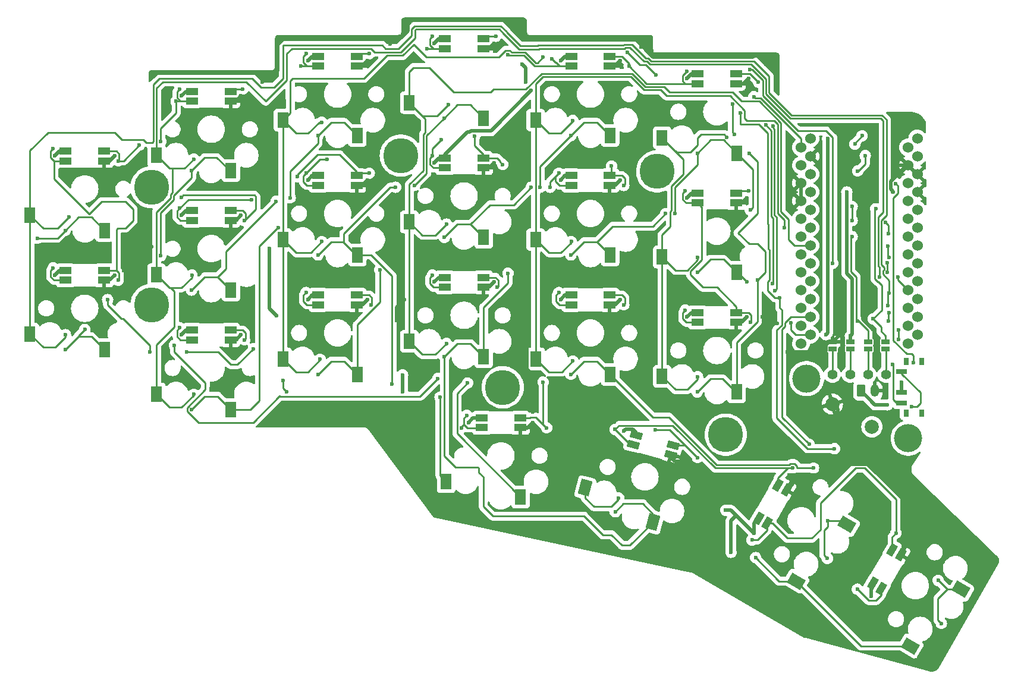
<source format=gbr>
G04 #@! TF.GenerationSoftware,KiCad,Pcbnew,7.0.8*
G04 #@! TF.CreationDate,2024-02-29T00:10:42-05:00*
G04 #@! TF.ProjectId,heawood4,68656177-6f6f-4643-942e-6b696361645f,1.0*
G04 #@! TF.SameCoordinates,Original*
G04 #@! TF.FileFunction,Copper,L2,Bot*
G04 #@! TF.FilePolarity,Positive*
%FSLAX46Y46*%
G04 Gerber Fmt 4.6, Leading zero omitted, Abs format (unit mm)*
G04 Created by KiCad (PCBNEW 7.0.8) date 2024-02-29 00:10:42*
%MOMM*%
%LPD*%
G01*
G04 APERTURE LIST*
G04 Aperture macros list*
%AMRoundRect*
0 Rectangle with rounded corners*
0 $1 Rounding radius*
0 $2 $3 $4 $5 $6 $7 $8 $9 X,Y pos of 4 corners*
0 Add a 4 corners polygon primitive as box body*
4,1,4,$2,$3,$4,$5,$6,$7,$8,$9,$2,$3,0*
0 Add four circle primitives for the rounded corners*
1,1,$1+$1,$2,$3*
1,1,$1+$1,$4,$5*
1,1,$1+$1,$6,$7*
1,1,$1+$1,$8,$9*
0 Add four rect primitives between the rounded corners*
20,1,$1+$1,$2,$3,$4,$5,0*
20,1,$1+$1,$4,$5,$6,$7,0*
20,1,$1+$1,$6,$7,$8,$9,0*
20,1,$1+$1,$8,$9,$2,$3,0*%
%AMRotRect*
0 Rectangle, with rotation*
0 The origin of the aperture is its center*
0 $1 length*
0 $2 width*
0 $3 Rotation angle, in degrees counterclockwise*
0 Add horizontal line*
21,1,$1,$2,0,0,$3*%
G04 Aperture macros list end*
G04 #@! TA.AperFunction,SMDPad,CuDef*
%ADD10R,1.700000X1.000000*%
G04 #@! TD*
G04 #@! TA.AperFunction,SMDPad,CuDef*
%ADD11RotRect,1.700000X1.000000X345.000000*%
G04 #@! TD*
G04 #@! TA.AperFunction,SMDPad,CuDef*
%ADD12RotRect,1.700000X1.000000X60.000000*%
G04 #@! TD*
G04 #@! TA.AperFunction,SMDPad,CuDef*
%ADD13R,0.800000X1.000000*%
G04 #@! TD*
G04 #@! TA.AperFunction,SMDPad,CuDef*
%ADD14R,1.500000X0.700000*%
G04 #@! TD*
G04 #@! TA.AperFunction,ComponentPad*
%ADD15C,5.000000*%
G04 #@! TD*
G04 #@! TA.AperFunction,ComponentPad*
%ADD16RoundRect,0.250000X-0.350000X-0.625000X0.350000X-0.625000X0.350000X0.625000X-0.350000X0.625000X0*%
G04 #@! TD*
G04 #@! TA.AperFunction,ComponentPad*
%ADD17O,1.200000X1.750000*%
G04 #@! TD*
G04 #@! TA.AperFunction,SMDPad,CuDef*
%ADD18RotRect,1.600000X2.200000X240.000000*%
G04 #@! TD*
G04 #@! TA.AperFunction,SMDPad,CuDef*
%ADD19RotRect,1.600000X2.200000X165.000000*%
G04 #@! TD*
G04 #@! TA.AperFunction,SMDPad,CuDef*
%ADD20R,1.600000X2.200000*%
G04 #@! TD*
G04 #@! TA.AperFunction,ComponentPad*
%ADD21C,1.524000*%
G04 #@! TD*
G04 #@! TA.AperFunction,ComponentPad*
%ADD22C,2.000000*%
G04 #@! TD*
G04 #@! TA.AperFunction,ComponentPad*
%ADD23C,1.397000*%
G04 #@! TD*
G04 #@! TA.AperFunction,SMDPad,CuDef*
%ADD24R,1.143000X0.635000*%
G04 #@! TD*
G04 #@! TA.AperFunction,ComponentPad*
%ADD25C,4.000000*%
G04 #@! TD*
G04 #@! TA.AperFunction,ViaPad*
%ADD26C,0.600000*%
G04 #@! TD*
G04 #@! TA.AperFunction,Conductor*
%ADD27C,0.250000*%
G04 #@! TD*
G04 #@! TA.AperFunction,Conductor*
%ADD28C,0.500000*%
G04 #@! TD*
G04 APERTURE END LIST*
D10*
X108250331Y-84097921D03*
X108250331Y-85497921D03*
X113750331Y-85497921D03*
X113750331Y-84097921D03*
X162250331Y-86597921D03*
X162250331Y-87997921D03*
X167750331Y-87997921D03*
X167750331Y-86597921D03*
X90250331Y-106097921D03*
X90250331Y-107497921D03*
X95750331Y-107497921D03*
X95750331Y-106097921D03*
X108250331Y-67097921D03*
X108250331Y-68497921D03*
X113750331Y-68497921D03*
X113750331Y-67097921D03*
D11*
X153492185Y-121070326D03*
X153129838Y-122422622D03*
X158442430Y-123846127D03*
X158804777Y-122493830D03*
D12*
X170946828Y-132930244D03*
X172159263Y-133630244D03*
X174909263Y-128867104D03*
X173696828Y-128167104D03*
X187196828Y-142180244D03*
X188409263Y-142880244D03*
X191159263Y-138117104D03*
X189946828Y-137417104D03*
D10*
X90250331Y-72097921D03*
X90250331Y-73497921D03*
X95750331Y-73497921D03*
X95750331Y-72097921D03*
X126250331Y-64597921D03*
X126250331Y-65997921D03*
X131750331Y-65997921D03*
X131750331Y-64597921D03*
X144250331Y-67097921D03*
X144250331Y-68497921D03*
X149750331Y-68497921D03*
X149750331Y-67097921D03*
X162250331Y-69597921D03*
X162250331Y-70997921D03*
X167750331Y-70997921D03*
X167750331Y-69597921D03*
X72250331Y-97597921D03*
X72250331Y-98997921D03*
X77750331Y-98997921D03*
X77750331Y-97597921D03*
X90250331Y-89097921D03*
X90250331Y-90497921D03*
X95750331Y-90497921D03*
X95750331Y-89097921D03*
X126250331Y-81597921D03*
X126250331Y-82997921D03*
X131750331Y-82997921D03*
X131750331Y-81597921D03*
X144250331Y-84097921D03*
X144250331Y-85497921D03*
X149750331Y-85497921D03*
X149750331Y-84097921D03*
X131500331Y-118597921D03*
X131500331Y-119997921D03*
X137000331Y-119997921D03*
X137000331Y-118597921D03*
X108250331Y-101097921D03*
X108250331Y-102497921D03*
X113750331Y-102497921D03*
X113750331Y-101097921D03*
X126250331Y-98597921D03*
X126250331Y-99997921D03*
X131750331Y-99997921D03*
X131750331Y-98597921D03*
X144250331Y-101097921D03*
X144250331Y-102497921D03*
X149750331Y-102497921D03*
X149750331Y-101097921D03*
X162250331Y-103597921D03*
X162250331Y-104997921D03*
X167750331Y-104997921D03*
X167750331Y-103597921D03*
X72250331Y-80597921D03*
X72250331Y-81997921D03*
X77750331Y-81997921D03*
X77750331Y-80597921D03*
D13*
X191970000Y-117900000D03*
X194180000Y-117900000D03*
X191970000Y-110600000D03*
X194180000Y-110600000D03*
D14*
X191320000Y-112000000D03*
X191320000Y-115000000D03*
X191320000Y-116500000D03*
D15*
X134500000Y-114250000D03*
X84500000Y-102500000D03*
X166250000Y-121000032D03*
D16*
X185500000Y-114750000D03*
D17*
X187500000Y-114750000D03*
D18*
X176304294Y-141854998D03*
X183509550Y-133775129D03*
D19*
X146258148Y-128555137D03*
X155927560Y-133423656D03*
D20*
X67200000Y-89700000D03*
X77800000Y-91900000D03*
X85200000Y-81200000D03*
X95800000Y-83400000D03*
X103200000Y-76200000D03*
X113800000Y-78400000D03*
X121200000Y-73700000D03*
X131800000Y-75900000D03*
X139200000Y-76200000D03*
X149800000Y-78400000D03*
X157200000Y-78700000D03*
X167800000Y-80900000D03*
X67200000Y-106700000D03*
X77800000Y-108900000D03*
X85200000Y-98200000D03*
X95800000Y-100400000D03*
X103200000Y-93200000D03*
X113800000Y-95400000D03*
X121200000Y-90700000D03*
X131800000Y-92900000D03*
X139200000Y-93200000D03*
X149800000Y-95400000D03*
X157200000Y-95700000D03*
X167800000Y-97900000D03*
X126450000Y-127700000D03*
X137050000Y-129900000D03*
X85200000Y-115200000D03*
X95800000Y-117400000D03*
X103200000Y-110200000D03*
X113800000Y-112400000D03*
X121200000Y-107700000D03*
X131800000Y-109900000D03*
X139200000Y-110200000D03*
X149800000Y-112400000D03*
X157200000Y-112700000D03*
X167800000Y-114900000D03*
D21*
X178311900Y-78812000D03*
X178311900Y-81352000D03*
X178311900Y-83892000D03*
X178311900Y-86432000D03*
X178311900Y-88972000D03*
X178311900Y-91512000D03*
X178311900Y-94052000D03*
X178311900Y-96592000D03*
X178311900Y-99132000D03*
X178311900Y-101672000D03*
X178311900Y-104212000D03*
X178311900Y-106752000D03*
X193531900Y-106752000D03*
X193531900Y-104212000D03*
X193531900Y-101672000D03*
X193531900Y-99132000D03*
X193531900Y-96592000D03*
X193531900Y-94052000D03*
X193531900Y-91512000D03*
X193531900Y-88972000D03*
X193531900Y-86432000D03*
X193531900Y-83892000D03*
X193531900Y-81352000D03*
X193531900Y-78812000D03*
X176985500Y-80082000D03*
X176985500Y-82622000D03*
X176985500Y-85162000D03*
X176985500Y-87702000D03*
X176985500Y-90242000D03*
X176985500Y-92782000D03*
X176985500Y-95322000D03*
X176985500Y-97862000D03*
X176985500Y-100402000D03*
X176985500Y-102942000D03*
X176985500Y-105482000D03*
X176985500Y-108022000D03*
X192225500Y-108022000D03*
X192225500Y-105482000D03*
X192225500Y-102942000D03*
X192225500Y-100402000D03*
X192225500Y-97862000D03*
X192225500Y-95322000D03*
X192225500Y-92782000D03*
X192225500Y-90242000D03*
X192225500Y-87702000D03*
X192225500Y-85162000D03*
X192225500Y-82622000D03*
X192225500Y-80082000D03*
D22*
X187064583Y-119875000D03*
X181435417Y-116625000D03*
D23*
X181436893Y-112418328D03*
X183976893Y-112418328D03*
X186516893Y-112418328D03*
X189056893Y-112418328D03*
D18*
X192554294Y-151104998D03*
X199759550Y-143025129D03*
D24*
X189000500Y-107789620D03*
X189000500Y-108790380D03*
X186500500Y-107789620D03*
X186500500Y-108790380D03*
X184000500Y-107789620D03*
X184000500Y-108790380D03*
X181500500Y-107789620D03*
X181500500Y-108790380D03*
D25*
X192250000Y-121500000D03*
X177760000Y-113000000D03*
D15*
X120000000Y-81250000D03*
X84500000Y-85750000D03*
X156500000Y-83500000D03*
D26*
X95000000Y-104750000D03*
X186750000Y-77517268D03*
X190750000Y-98507500D03*
X187250000Y-82660000D03*
X187210880Y-106000000D03*
X180500000Y-106750000D03*
X180750000Y-78812000D03*
X183250000Y-106000000D03*
X190000000Y-111000000D03*
X174574500Y-91500000D03*
X173950000Y-101500000D03*
X173250000Y-100500000D03*
X167500000Y-78250000D03*
X169583178Y-80916822D03*
X175566589Y-105066589D03*
X192750000Y-117000000D03*
X191320000Y-113500000D03*
X175000000Y-109250000D03*
X192992750Y-110757250D03*
X189250000Y-116750000D03*
X183500000Y-86432000D03*
X171500000Y-104250000D03*
X173612589Y-105112589D03*
X115000000Y-87500000D03*
X124250000Y-102000000D03*
X122095023Y-100845023D03*
X120500000Y-101750000D03*
X119374500Y-104750000D03*
X113250000Y-104750000D03*
X90750000Y-113500000D03*
X93000000Y-114500000D03*
X96000000Y-112250000D03*
X96250000Y-110000000D03*
X180709550Y-138624871D03*
X196959550Y-147874871D03*
X196500000Y-141750000D03*
X180750000Y-133250000D03*
X178750000Y-125750000D03*
X82750000Y-79750000D03*
X85824500Y-79250000D03*
X137250000Y-68250000D03*
X137750000Y-70750000D03*
X138575500Y-72000000D03*
X190500000Y-135000000D03*
X191500000Y-135750000D03*
X185000000Y-143000000D03*
X167000000Y-137750000D03*
X187000000Y-144000000D03*
X192554294Y-151104998D03*
X126450000Y-127700000D03*
X137050000Y-129900000D03*
X129500000Y-113625500D03*
X138750000Y-117750000D03*
X140250000Y-113500000D03*
X125250000Y-113000000D03*
X87750000Y-108250000D03*
X125575500Y-115649000D03*
X103750000Y-114899500D03*
X103250000Y-113250000D03*
X99000000Y-108750000D03*
X89500000Y-109250000D03*
X84250000Y-109250000D03*
X78250000Y-101750000D03*
X101250000Y-94500000D03*
X102280331Y-104030331D03*
X118750000Y-113750000D03*
X84500000Y-94250000D03*
X129625000Y-119258884D03*
X138750000Y-119258884D03*
X129375000Y-118258884D03*
X128625000Y-120008884D03*
X140750000Y-120008884D03*
X86500000Y-71750000D03*
X86750000Y-74500000D03*
X144200000Y-95400000D03*
X159000000Y-89500000D03*
X108200000Y-112400000D03*
X169750000Y-89000000D03*
X117000000Y-97500000D03*
X157700500Y-89500000D03*
X162200000Y-80900000D03*
X126200000Y-92900000D03*
X139824500Y-85750000D03*
X171965890Y-76907713D03*
X144200000Y-78400000D03*
X90200000Y-117400000D03*
X172875500Y-99500000D03*
X102540028Y-91540028D03*
X138575500Y-85750000D03*
X173000000Y-77000000D03*
X119250000Y-85750000D03*
X126200000Y-75900000D03*
X121980073Y-85480073D03*
X108200000Y-95400000D03*
X160750000Y-124000000D03*
X100250000Y-70750000D03*
X138000000Y-99250000D03*
X169250000Y-87250000D03*
X115250000Y-67750000D03*
X169250000Y-104250000D03*
X151250000Y-84750000D03*
X154191589Y-65808411D03*
X169500000Y-70250000D03*
X172000000Y-68250000D03*
X79250000Y-81250000D03*
X97250000Y-89750000D03*
X118500000Y-65375500D03*
X115250000Y-101750000D03*
X190085500Y-86410000D03*
X79250000Y-98250000D03*
X80500000Y-97606814D03*
X115250000Y-84750000D03*
X133250000Y-65250000D03*
X133250000Y-82250000D03*
X151250000Y-101750000D03*
X151250000Y-67750000D03*
X175250000Y-126750000D03*
X84750000Y-70000000D03*
X97250000Y-106750000D03*
X190525500Y-77940000D03*
X136250000Y-63250000D03*
X133250000Y-99250000D03*
X97250000Y-72750000D03*
X173549500Y-67574186D03*
X88750000Y-89750000D03*
X120250000Y-112500000D03*
X70750000Y-81250000D03*
X88750000Y-106750000D03*
X70750000Y-98250000D03*
X160750000Y-70250000D03*
X151750000Y-120500000D03*
X88750000Y-72750000D03*
X106750000Y-84750000D03*
X166250000Y-131750000D03*
X142750000Y-101750000D03*
X142750000Y-67750000D03*
X124750000Y-65250000D03*
X184007876Y-106914500D03*
X124750000Y-82250000D03*
X160750000Y-104250000D03*
X106750000Y-67750000D03*
X142750000Y-84750000D03*
X120250000Y-114899500D03*
X160750000Y-87250000D03*
X124750000Y-99250000D03*
X106750000Y-101750000D03*
X170250000Y-135000000D03*
X162250000Y-112750000D03*
X166391589Y-78608411D03*
X162250000Y-95750000D03*
X184250000Y-88500000D03*
X184250000Y-90500000D03*
X189025500Y-90740000D03*
X189425500Y-92340000D03*
X144500000Y-110500000D03*
X144500000Y-76250000D03*
X144250000Y-93500000D03*
X189375500Y-94165500D03*
X126750000Y-74000000D03*
X126500000Y-91000000D03*
X189501000Y-95790000D03*
X126500000Y-108000000D03*
X181499500Y-96592000D03*
X108500000Y-110250000D03*
X140250000Y-67250000D03*
X152250000Y-66500000D03*
X108750000Y-76500000D03*
X189237932Y-96544983D03*
X189268828Y-97901984D03*
X108750000Y-93500000D03*
X169724681Y-68973421D03*
X156279977Y-69720023D03*
X188170602Y-98568371D03*
X90250000Y-98250000D03*
X90500000Y-115250000D03*
X90500000Y-81750000D03*
X184637773Y-79612227D03*
X185674339Y-78424339D03*
X170914207Y-70780323D03*
X170250000Y-72875500D03*
X186124500Y-81250000D03*
X185035500Y-83440000D03*
X160720023Y-69220023D03*
X152500000Y-68500000D03*
X141500000Y-67500000D03*
X133500000Y-64250000D03*
X135250000Y-66873421D03*
X124500000Y-64250000D03*
X123750000Y-66000000D03*
X115500000Y-66750000D03*
X105750000Y-68500000D03*
X106500000Y-66750000D03*
X97500000Y-71750000D03*
X124500000Y-81250000D03*
X150000000Y-82750000D03*
X151750000Y-85500000D03*
X125750000Y-79000000D03*
X190475500Y-85220000D03*
X185000000Y-104824500D03*
X184250000Y-92782000D03*
X187250000Y-104500000D03*
X187601000Y-88817963D03*
X88500000Y-71750000D03*
X88000000Y-73497921D03*
X79750000Y-81997921D03*
X70500000Y-80250000D03*
X79750000Y-99000000D03*
X160500000Y-86250000D03*
X169750000Y-105000000D03*
X106500000Y-83750000D03*
X134500000Y-82500000D03*
X130500000Y-78500000D03*
X109500000Y-81750000D03*
X142500000Y-83750000D03*
X169500000Y-86250000D03*
X141250000Y-85750000D03*
X162250000Y-124250000D03*
X156250000Y-120299500D03*
X98750000Y-87500000D03*
X115500000Y-83750000D03*
X88500000Y-88750000D03*
X105250000Y-84250000D03*
X104250000Y-87250000D03*
X102250000Y-87750000D03*
X108200000Y-78400000D03*
X168316589Y-75183411D03*
X90200000Y-100400000D03*
X181750000Y-123000000D03*
X162200000Y-114900000D03*
X72200000Y-108900000D03*
X170750000Y-99000000D03*
X85824500Y-95500000D03*
X167198054Y-73918768D03*
X90200000Y-83400000D03*
X75000000Y-106000000D03*
X72200000Y-91900000D03*
X68250000Y-93000000D03*
X150518375Y-131974269D03*
X144200000Y-112400000D03*
X189500000Y-100840000D03*
X72250000Y-106750000D03*
X72750000Y-90000000D03*
X189325500Y-102640000D03*
X97750000Y-90500000D03*
X88750000Y-87168686D03*
X70500000Y-97250000D03*
X150500000Y-120250000D03*
X175750000Y-125750000D03*
X88500000Y-105750000D03*
X170000000Y-136000000D03*
X151750000Y-102500000D03*
X160500000Y-103250000D03*
X142500000Y-100750000D03*
X133750000Y-100000000D03*
X189463417Y-103587500D03*
X189377042Y-104836500D03*
X151000000Y-130000000D03*
X178125000Y-122375000D03*
X170500000Y-138500000D03*
X115750000Y-102500000D03*
X124500000Y-98250000D03*
X106500000Y-100750000D03*
X97750000Y-107500000D03*
X135250000Y-98000000D03*
X190825500Y-107440000D03*
X169250000Y-99250000D03*
X162200000Y-97900000D03*
X190825500Y-106040000D03*
X126200000Y-109900000D03*
D27*
X158375000Y-89241116D02*
X158375000Y-91375000D01*
X158550000Y-89066116D02*
X158375000Y-89241116D01*
X158550000Y-85563604D02*
X158550000Y-89066116D01*
X160250000Y-83863604D02*
X158550000Y-85563604D01*
X160250000Y-81750000D02*
X160250000Y-83863604D01*
X157200000Y-78700000D02*
X160250000Y-81750000D01*
X158375000Y-91375000D02*
X157200000Y-92550000D01*
X157200000Y-92550000D02*
X157200000Y-95700000D01*
X159000000Y-85750000D02*
X159000000Y-89500000D01*
X162200000Y-80900000D02*
X162200000Y-82550000D01*
X162200000Y-82550000D02*
X159000000Y-85750000D01*
X176375000Y-125750000D02*
X178750000Y-125750000D01*
X176375000Y-125491116D02*
X176375000Y-125750000D01*
X175491116Y-125125000D02*
X176008884Y-125125000D01*
X175316116Y-125300000D02*
X175491116Y-125125000D01*
X176008884Y-125125000D02*
X176375000Y-125491116D01*
X158136396Y-118500000D02*
X164936396Y-125300000D01*
X164936396Y-125300000D02*
X175316116Y-125300000D01*
X155900000Y-118500000D02*
X158136396Y-118500000D01*
X149800000Y-112400000D02*
X155900000Y-118500000D01*
X151075000Y-119675000D02*
X150500000Y-120250000D01*
X158675000Y-119675000D02*
X151075000Y-119675000D01*
X175750000Y-125750000D02*
X164750000Y-125750000D01*
X164750000Y-125750000D02*
X158675000Y-119675000D01*
X171539207Y-70521439D02*
X169991189Y-68973421D01*
X171539207Y-72746135D02*
X171539207Y-70521439D01*
X176518072Y-77725000D02*
X171539207Y-72746135D01*
X180546884Y-77725000D02*
X176518072Y-77725000D01*
X181500000Y-78678116D02*
X180546884Y-77725000D01*
X181500000Y-96591500D02*
X181500000Y-78678116D01*
X169991189Y-68973421D02*
X169724681Y-68973421D01*
X181499500Y-96592000D02*
X181500000Y-96591500D01*
X85200000Y-71653230D02*
X85200000Y-81200000D01*
X86103230Y-70750000D02*
X85200000Y-71653230D01*
X97999999Y-70750000D02*
X86103230Y-70750000D01*
X103750000Y-66750000D02*
X103750000Y-70500000D01*
X115750000Y-66000000D02*
X104500000Y-66000000D01*
X116250000Y-66500000D02*
X115750000Y-66000000D01*
X120000000Y-66500000D02*
X116250000Y-66500000D01*
X122000000Y-64500000D02*
X120000000Y-66500000D01*
X122149187Y-63250000D02*
X122000000Y-63399187D01*
X134575000Y-63804720D02*
X134020280Y-63250000D01*
X134575000Y-63825000D02*
X134575000Y-63804720D01*
X136850000Y-66100000D02*
X134575000Y-63825000D01*
X139627208Y-66100000D02*
X136850000Y-66100000D01*
X139727208Y-66000000D02*
X139627208Y-66100000D01*
X151866116Y-66000000D02*
X139727208Y-66000000D01*
X100750000Y-73500001D02*
X97999999Y-70750000D01*
X151991116Y-65875000D02*
X151866116Y-66000000D01*
X152625000Y-65875000D02*
X151991116Y-65875000D01*
X104500000Y-66000000D02*
X103750000Y-66750000D01*
X154599536Y-67849536D02*
X152625000Y-65875000D01*
X155045886Y-67849536D02*
X154599536Y-67849536D01*
X155429116Y-68232766D02*
X155045886Y-67849536D01*
X169886930Y-68232766D02*
X155429116Y-68232766D01*
X134020280Y-63250000D02*
X122149187Y-63250000D01*
X171989207Y-70335043D02*
X169886930Y-68232766D01*
X171989207Y-72489207D02*
X171989207Y-70335043D01*
X188675500Y-76311896D02*
X188313604Y-75950000D01*
X188675500Y-89290000D02*
X188675500Y-76311896D01*
X188170602Y-97171498D02*
X187950500Y-96951396D01*
X175450000Y-75950000D02*
X171989207Y-72489207D01*
X103750000Y-70500000D02*
X100750000Y-73500001D01*
X188170602Y-98568371D02*
X188170602Y-97171498D01*
X187950500Y-96951396D02*
X187950500Y-90015000D01*
X187950500Y-90015000D02*
X188675500Y-89290000D01*
X188313604Y-75950000D02*
X175450000Y-75950000D01*
X122000000Y-63399187D02*
X122000000Y-64500000D01*
X67200000Y-80550000D02*
X67200000Y-89700000D01*
X69750000Y-78000000D02*
X67200000Y-80550000D01*
X79250000Y-78000000D02*
X69750000Y-78000000D01*
X80250000Y-79000000D02*
X79250000Y-78000000D01*
X83366116Y-79000000D02*
X80250000Y-79000000D01*
X83741116Y-79375000D02*
X83366116Y-79000000D01*
X85653230Y-70250000D02*
X84750000Y-71153230D01*
X103250000Y-70250000D02*
X102000000Y-71500000D01*
X103300000Y-65550000D02*
X103250000Y-65500000D01*
X117796359Y-66000000D02*
X117346359Y-65550000D01*
X119687990Y-66000000D02*
X117796359Y-66000000D01*
X121550000Y-64137990D02*
X119687990Y-66000000D01*
X121550000Y-63212791D02*
X121550000Y-64137990D01*
X84625000Y-79375000D02*
X83741116Y-79375000D01*
X121962791Y-62800000D02*
X121550000Y-63212791D01*
X84750000Y-71153230D02*
X84750000Y-79250000D01*
X134206676Y-62800000D02*
X121962791Y-62800000D01*
X135025000Y-63618324D02*
X134206676Y-62800000D01*
X135025000Y-63638604D02*
X135025000Y-63618324D01*
X98834656Y-70250000D02*
X85653230Y-70250000D01*
X137036396Y-65650000D02*
X135025000Y-63638604D01*
X139440812Y-65650000D02*
X137036396Y-65650000D01*
X139540812Y-65550000D02*
X139440812Y-65650000D01*
X151679720Y-65550000D02*
X139540812Y-65550000D01*
X151804720Y-65425000D02*
X151679720Y-65550000D01*
X152925000Y-65425000D02*
X151804720Y-65425000D01*
X155232282Y-67399536D02*
X154899536Y-67399536D01*
X102000000Y-71500000D02*
X100084656Y-71500000D01*
X155615512Y-67782766D02*
X155232282Y-67399536D01*
X170282766Y-67782766D02*
X155615512Y-67782766D01*
X172439207Y-69939207D02*
X170282766Y-67782766D01*
X172439207Y-72302811D02*
X172439207Y-69939207D01*
X103250000Y-65500000D02*
X103250000Y-70250000D01*
X175636396Y-75500000D02*
X172439207Y-72302811D01*
X189125500Y-76125500D02*
X188500000Y-75500000D01*
X84750000Y-79250000D02*
X84625000Y-79375000D01*
X189125500Y-89756116D02*
X189125500Y-76125500D01*
X188787932Y-97498996D02*
X188787932Y-97152432D01*
X154899536Y-67399536D02*
X152925000Y-65425000D01*
X100084656Y-71500000D02*
X98834656Y-70250000D01*
X188787932Y-97152432D02*
X188400500Y-96765000D01*
X188500000Y-75500000D02*
X175636396Y-75500000D01*
X188643828Y-97643100D02*
X188787932Y-97498996D01*
X188643828Y-98160868D02*
X188643828Y-97643100D01*
X189500000Y-99017040D02*
X188643828Y-98160868D01*
X189500000Y-100840000D02*
X189500000Y-99017040D01*
X188400500Y-96765000D02*
X188400500Y-90481116D01*
X117346359Y-65550000D02*
X103300000Y-65550000D01*
X188400500Y-90481116D02*
X189125500Y-89756116D01*
X187943371Y-99193371D02*
X187911718Y-99193371D01*
X188500000Y-99750000D02*
X187943371Y-99193371D01*
X187911718Y-99193371D02*
X187500000Y-98781653D01*
X188500000Y-103250000D02*
X188500000Y-99750000D01*
X187500000Y-98781653D02*
X187500000Y-88918963D01*
X187500000Y-88918963D02*
X187601000Y-88817963D01*
X187250000Y-104500000D02*
X188500000Y-103250000D01*
X189325500Y-101014500D02*
X189325500Y-102640000D01*
X189500000Y-100840000D02*
X189325500Y-101014500D01*
X189237932Y-97871088D02*
X189237932Y-96544983D01*
X189268828Y-97901984D02*
X189237932Y-97871088D01*
X190750000Y-98926500D02*
X190750000Y-98507500D01*
X192225500Y-100402000D02*
X190750000Y-98926500D01*
X184825500Y-104650000D02*
X185000000Y-104824500D01*
X184075000Y-97789489D02*
X184825500Y-98539989D01*
X184825500Y-98539989D02*
X184825500Y-104650000D01*
X184075000Y-92957000D02*
X184075000Y-97789489D01*
X184250000Y-92782000D02*
X184075000Y-92957000D01*
X184250000Y-90500000D02*
X184250000Y-88500000D01*
D28*
X184250500Y-98778161D02*
X184250500Y-106671876D01*
X183500000Y-86432000D02*
X183500000Y-98027661D01*
X183500000Y-98027661D02*
X184250500Y-98778161D01*
X184250500Y-106671876D02*
X184007876Y-106914500D01*
X186250000Y-83660000D02*
X187250000Y-82660000D01*
X185800000Y-92075161D02*
X186250000Y-91625161D01*
X187210880Y-106000000D02*
X185800000Y-104589120D01*
X185800000Y-104589120D02*
X185800000Y-92075161D01*
X186250000Y-91625161D02*
X186250000Y-83660000D01*
X182250000Y-121500000D02*
X182185417Y-121435417D01*
X182575000Y-121500000D02*
X182250000Y-121500000D01*
X186250000Y-125175000D02*
X182575000Y-121500000D01*
X182185417Y-121435417D02*
X182185417Y-117375000D01*
X182185417Y-117375000D02*
X181435417Y-116625000D01*
D27*
X190125500Y-87295002D02*
X190775499Y-86645003D01*
X192001616Y-109500000D02*
X190125500Y-107623884D01*
X190125500Y-107623884D02*
X190125500Y-87295002D01*
X192750000Y-109500000D02*
X192001616Y-109500000D01*
X190775499Y-85519999D02*
X190475500Y-85220000D01*
X192992750Y-109742750D02*
X192750000Y-109500000D01*
X190775499Y-86645003D02*
X190775499Y-85519999D01*
X192992750Y-110757250D02*
X192992750Y-109742750D01*
X175566589Y-106066589D02*
X175566589Y-105066589D01*
X176252000Y-106752000D02*
X175566589Y-106066589D01*
X178311900Y-106752000D02*
X176252000Y-106752000D01*
X121200000Y-69300000D02*
X121200000Y-73700000D01*
X121775000Y-68725000D02*
X121200000Y-69300000D01*
X124028122Y-68725000D02*
X121775000Y-68725000D01*
X127553122Y-72250000D02*
X124028122Y-68725000D01*
X132798350Y-72250000D02*
X127553122Y-72250000D01*
X133223350Y-71825000D02*
X132798350Y-72250000D01*
X137788604Y-71825000D02*
X133223350Y-71825000D01*
X140065683Y-69547921D02*
X137788604Y-71825000D01*
X152911525Y-69547921D02*
X140065683Y-69547921D01*
X154813604Y-71450000D02*
X152911525Y-69547921D01*
X157502079Y-71450000D02*
X154813604Y-71450000D01*
X158302079Y-72250000D02*
X157502079Y-71450000D01*
X167250000Y-72250000D02*
X158302079Y-72250000D01*
X174100000Y-76579720D02*
X171020780Y-73500500D01*
X174100000Y-89250000D02*
X174100000Y-76579720D01*
X168500500Y-73500500D02*
X167250000Y-72250000D01*
X175199500Y-90349500D02*
X174100000Y-89250000D01*
X176052000Y-94052000D02*
X175199500Y-93199500D01*
X175199500Y-93199500D02*
X175199500Y-90349500D01*
X178311900Y-94052000D02*
X176052000Y-94052000D01*
X171020780Y-73500500D02*
X168500500Y-73500500D01*
X191320000Y-112320000D02*
X191320000Y-112000000D01*
X194000000Y-115000000D02*
X191320000Y-112320000D01*
X193500000Y-117000000D02*
X194000000Y-116500000D01*
X192750000Y-117000000D02*
X193500000Y-117000000D01*
X194000000Y-116500000D02*
X194000000Y-115000000D01*
D28*
X180750000Y-106500000D02*
X180500000Y-106750000D01*
X180750000Y-78812000D02*
X180750000Y-106500000D01*
X180250000Y-109250000D02*
X175000000Y-109250000D01*
X180488500Y-109011500D02*
X180250000Y-109250000D01*
X180488500Y-108290418D02*
X180488500Y-109011500D01*
X180989298Y-107789620D02*
X180488500Y-108290418D01*
X181500500Y-107789620D02*
X180989298Y-107789620D01*
X183250000Y-106040120D02*
X181500500Y-107789620D01*
X183250000Y-106000000D02*
X183250000Y-106040120D01*
D27*
X186500500Y-106136896D02*
X186500500Y-107789620D01*
X185188104Y-104824500D02*
X186500500Y-106136896D01*
X185000000Y-104824500D02*
X185188104Y-104824500D01*
X189000500Y-106915000D02*
X189000500Y-107789620D01*
X188365510Y-106280010D02*
X189000500Y-106915000D01*
X188365510Y-105615510D02*
X188365510Y-106280010D01*
X187250000Y-104500000D02*
X188365510Y-105615510D01*
X190080393Y-116010393D02*
X190570000Y-116500000D01*
X190080393Y-111080393D02*
X190080393Y-116010393D01*
X190570000Y-116500000D02*
X191320000Y-116500000D01*
X190000000Y-111000000D02*
X190080393Y-111080393D01*
X176985500Y-78828824D02*
X176985500Y-80082000D01*
X170425000Y-73050500D02*
X171207176Y-73050500D01*
X171207176Y-73050500D02*
X176985500Y-78828824D01*
X170250000Y-72875500D02*
X170425000Y-73050500D01*
X174574500Y-90440104D02*
X174574500Y-91500000D01*
X173650000Y-89515604D02*
X174574500Y-90440104D01*
X173650000Y-76766116D02*
X173650000Y-89515604D01*
X169282713Y-76282713D02*
X173166597Y-76282713D01*
X168963467Y-75963467D02*
X169282713Y-76282713D01*
X173166597Y-76282713D02*
X173650000Y-76766116D01*
X168963467Y-74800297D02*
X168963467Y-75963467D01*
X157000000Y-71900000D02*
X157850000Y-72750000D01*
X154627208Y-71900000D02*
X157000000Y-71900000D01*
X152725129Y-69997921D02*
X154627208Y-71900000D01*
X139200000Y-71050000D02*
X140252079Y-69997921D01*
X140252079Y-69997921D02*
X152725129Y-69997921D01*
X139200000Y-76200000D02*
X139200000Y-71050000D01*
X157850000Y-72750000D02*
X166913170Y-72750000D01*
X166913170Y-72750000D02*
X168963467Y-74800297D01*
X173000000Y-90138396D02*
X173000000Y-99375500D01*
X172750000Y-89888396D02*
X173000000Y-90138396D01*
X171965890Y-76907713D02*
X172750000Y-77691823D01*
X172750000Y-77691823D02*
X172750000Y-89888396D01*
X173000000Y-99375500D02*
X172875500Y-99500000D01*
X173950000Y-102942000D02*
X173950000Y-101500000D01*
X173250000Y-101500000D02*
X173950000Y-101500000D01*
X172250000Y-100500000D02*
X173250000Y-101500000D01*
X172500000Y-98991616D02*
X172250000Y-99241616D01*
X172300000Y-94500000D02*
X172500000Y-94700000D01*
X172500000Y-94700000D02*
X172500000Y-98991616D01*
X172250000Y-78075000D02*
X172250000Y-91000000D01*
X172300000Y-91050000D02*
X172300000Y-94500000D01*
X171000000Y-76825000D02*
X172250000Y-78075000D01*
X172250000Y-99241616D02*
X172250000Y-100500000D01*
X172250000Y-91000000D02*
X172300000Y-91050000D01*
X169575000Y-93825000D02*
X170776650Y-93825000D01*
X168000000Y-92250000D02*
X169575000Y-93825000D01*
X170750000Y-89500000D02*
X168000000Y-92250000D01*
X170776650Y-93825000D02*
X171875000Y-94923350D01*
X169583178Y-80916822D02*
X170750000Y-82083644D01*
X170750000Y-82083644D02*
X170750000Y-89500000D01*
X171875000Y-94923350D02*
X171875000Y-97875000D01*
X171875000Y-97875000D02*
X170750000Y-99000000D01*
X168325000Y-76825000D02*
X171000000Y-76825000D01*
X173500000Y-118633884D02*
X177866116Y-123000000D01*
X173500000Y-106109062D02*
X173500000Y-118633884D01*
X173950000Y-102942000D02*
X174237589Y-103229589D01*
X174237589Y-103229589D02*
X174237589Y-105371473D01*
X174237589Y-105371473D02*
X173500000Y-106109062D01*
X177866116Y-123000000D02*
X181750000Y-123000000D01*
X168316589Y-76816589D02*
X168325000Y-76825000D01*
X168316589Y-75183411D02*
X168316589Y-76816589D01*
X173500000Y-90002000D02*
X173500000Y-100250000D01*
X173500000Y-100250000D02*
X173250000Y-100500000D01*
X173200000Y-89702000D02*
X173500000Y-90002000D01*
X173200000Y-77463104D02*
X173200000Y-89702000D01*
X173000000Y-77000000D02*
X173000000Y-77263104D01*
X173000000Y-77263104D02*
X173200000Y-77463104D01*
X167198054Y-77948054D02*
X167500000Y-78250000D01*
X167198054Y-73918768D02*
X167198054Y-77948054D01*
X161250000Y-80750000D02*
X159250000Y-80750000D01*
X162250000Y-79750000D02*
X161250000Y-80750000D01*
X162250000Y-78750000D02*
X162250000Y-79750000D01*
X166391589Y-78608411D02*
X166033178Y-78250000D01*
X166033178Y-78250000D02*
X162750000Y-78250000D01*
X162750000Y-78250000D02*
X162250000Y-78750000D01*
X159250000Y-80750000D02*
X157200000Y-78700000D01*
X184637773Y-79460905D02*
X185674339Y-78424339D01*
X184637773Y-79612227D02*
X184637773Y-79460905D01*
X170125000Y-83225000D02*
X167800000Y-80900000D01*
X170125000Y-88625000D02*
X170125000Y-83225000D01*
X169750000Y-89000000D02*
X170125000Y-88625000D01*
X169731805Y-69597921D02*
X167750331Y-69597921D01*
X170914207Y-70780323D02*
X169731805Y-69597921D01*
X168316589Y-75183411D02*
X168513467Y-75183411D01*
X175538000Y-104212000D02*
X175500000Y-104250000D01*
X178311900Y-104212000D02*
X175538000Y-104212000D01*
X174687589Y-105062411D02*
X175500000Y-104250000D01*
D28*
X187500000Y-116750000D02*
X185500000Y-114750000D01*
X189250000Y-116750000D02*
X187500000Y-116750000D01*
X191320000Y-115000000D02*
X191320000Y-113500000D01*
D27*
X193025500Y-110790000D02*
X192992750Y-110757250D01*
X186124500Y-82421000D02*
X185105500Y-83440000D01*
X186124500Y-81250000D02*
X186124500Y-82421000D01*
X185105500Y-83440000D02*
X185035500Y-83440000D01*
D28*
X186250000Y-125175000D02*
X180897675Y-125175000D01*
X186425000Y-125175000D02*
X186250000Y-125175000D01*
X179322675Y-126750000D02*
X175250000Y-126750000D01*
X191500000Y-130250000D02*
X186425000Y-125175000D01*
X180897675Y-125175000D02*
X179322675Y-126750000D01*
X191500000Y-135750000D02*
X191500000Y-130250000D01*
D27*
X174250000Y-105995458D02*
X174687589Y-105557869D01*
X174250000Y-118500000D02*
X174250000Y-105995458D01*
X174687589Y-105557869D02*
X174687589Y-105062411D01*
X178125000Y-122375000D02*
X174250000Y-118500000D01*
D28*
X172362589Y-105112589D02*
X171500000Y-104250000D01*
X173612589Y-105112589D02*
X172362589Y-105112589D01*
X115250000Y-87250000D02*
X115000000Y-87500000D01*
X115250000Y-84750000D02*
X115250000Y-87250000D01*
X123095023Y-100845023D02*
X124250000Y-102000000D01*
X122095023Y-100845023D02*
X123095023Y-100845023D01*
X119374500Y-102875500D02*
X120500000Y-101750000D01*
X119374500Y-104750000D02*
X119374500Y-102875500D01*
X113750331Y-104249669D02*
X113250000Y-104750000D01*
X113750331Y-102497921D02*
X113750331Y-104249669D01*
X93250000Y-114250000D02*
X93000000Y-114500000D01*
X94000000Y-114250000D02*
X93250000Y-114250000D01*
X96000000Y-112250000D02*
X94000000Y-114250000D01*
X95750331Y-109500331D02*
X96250000Y-110000000D01*
X95750331Y-107497921D02*
X95750331Y-109500331D01*
D27*
X96750000Y-111000000D02*
X99000000Y-108750000D01*
X94000000Y-109250000D02*
X95750000Y-111000000D01*
X95750000Y-111000000D02*
X96750000Y-111000000D01*
X89500000Y-109250000D02*
X94000000Y-109250000D01*
X124500000Y-80250000D02*
X124500000Y-81250000D01*
X125750000Y-79000000D02*
X124500000Y-80250000D01*
X131750331Y-81097921D02*
X131750331Y-81597921D01*
X130500000Y-78500000D02*
X130500000Y-79847590D01*
X130500000Y-79847590D02*
X131750331Y-81097921D01*
D28*
X129978427Y-77750000D02*
X132825500Y-77750000D01*
X129828427Y-77900000D02*
X129978427Y-77750000D01*
X129448252Y-77900000D02*
X129828427Y-77900000D01*
X126250331Y-81597921D02*
X126250331Y-81097921D01*
X126250331Y-81097921D02*
X129448252Y-77900000D01*
X132825500Y-77750000D02*
X138575500Y-72000000D01*
X138002079Y-120006805D02*
X136625331Y-120006805D01*
X138750000Y-119258884D02*
X138002079Y-120006805D01*
D27*
X138463610Y-118500000D02*
X138356805Y-118606805D01*
X139241116Y-118500000D02*
X138463610Y-118500000D01*
X138356805Y-118606805D02*
X136625331Y-118606805D01*
X140750000Y-120008884D02*
X139241116Y-118500000D01*
X140250000Y-119508884D02*
X140250000Y-113500000D01*
X140750000Y-120008884D02*
X140250000Y-119508884D01*
X180750000Y-133250000D02*
X180750000Y-134136396D01*
X180750000Y-134136396D02*
X180234550Y-134651846D01*
X180234550Y-134651846D02*
X180234550Y-138149871D01*
X180234550Y-138149871D02*
X180709550Y-138624871D01*
X196484550Y-147399871D02*
X196959550Y-147874871D01*
X197775129Y-143025129D02*
X196484550Y-144315708D01*
X196484550Y-144315708D02*
X196484550Y-147399871D01*
X196500000Y-141750000D02*
X197775129Y-143025129D01*
X197775129Y-143025129D02*
X199759550Y-143025129D01*
X173854998Y-141854998D02*
X176304294Y-141854998D01*
X170500000Y-138500000D02*
X173854998Y-141854998D01*
X180750000Y-133250000D02*
X183620817Y-133250000D01*
X183620817Y-133250000D02*
X183827748Y-133456931D01*
X152601216Y-136750000D02*
X155609362Y-133741854D01*
X151500000Y-136750000D02*
X152601216Y-136750000D01*
X150000000Y-135250000D02*
X151500000Y-136750000D01*
X148750000Y-135250000D02*
X150000000Y-135250000D01*
X146099269Y-132599269D02*
X148750000Y-135250000D01*
X133099269Y-132599269D02*
X146099269Y-132599269D01*
X131750000Y-131250000D02*
X133099269Y-132599269D01*
X131750000Y-127000000D02*
X131750000Y-131250000D01*
X131125000Y-126375000D02*
X131750000Y-127000000D01*
X131125000Y-125765551D02*
X131125000Y-126375000D01*
X130970539Y-125611090D02*
X131125000Y-125765551D01*
X127761090Y-125611090D02*
X130970539Y-125611090D01*
X126200000Y-124050000D02*
X127761090Y-125611090D01*
X126200000Y-109900000D02*
X126200000Y-124050000D01*
X82750000Y-79750000D02*
X80502079Y-81997921D01*
X80502079Y-81997921D02*
X79750000Y-81997921D01*
X85824500Y-77372378D02*
X85824500Y-79250000D01*
X88000000Y-75196878D02*
X85824500Y-77372378D01*
X88000000Y-73497921D02*
X88000000Y-75196878D01*
D28*
X137750000Y-68750000D02*
X137250000Y-68250000D01*
X137750000Y-70750000D02*
X137750000Y-68750000D01*
D27*
X172880244Y-133630244D02*
X172159263Y-133630244D01*
X175000000Y-135750000D02*
X172880244Y-133630244D01*
X178500000Y-135750000D02*
X175000000Y-135750000D01*
X179750000Y-134500000D02*
X178500000Y-135750000D01*
X179750000Y-130750000D02*
X179750000Y-134500000D01*
X184750000Y-125750000D02*
X179750000Y-130750000D01*
X186000000Y-125750000D02*
X184750000Y-125750000D01*
X190500000Y-130250000D02*
X186000000Y-125750000D01*
X190500000Y-135000000D02*
X190500000Y-130250000D01*
X189946828Y-135553172D02*
X190500000Y-135000000D01*
X189946828Y-137417104D02*
X189946828Y-135553172D01*
D28*
X191500000Y-137776367D02*
X191500000Y-135750000D01*
X191159263Y-138117104D02*
X191500000Y-137776367D01*
D27*
X186625000Y-144625000D02*
X185000000Y-143000000D01*
X187646003Y-144625000D02*
X186625000Y-144625000D01*
X188409263Y-143861740D02*
X187646003Y-144625000D01*
X188409263Y-142880244D02*
X188409263Y-143861740D01*
D28*
X167000000Y-133250000D02*
X167750000Y-132500000D01*
X167000000Y-137750000D02*
X167000000Y-133250000D01*
X167000000Y-131750000D02*
X167750000Y-132500000D01*
X167750000Y-132500000D02*
X170250000Y-135000000D01*
X187000000Y-142377072D02*
X187000000Y-144000000D01*
X187196828Y-142180244D02*
X187000000Y-142377072D01*
D27*
X185554294Y-151104998D02*
X176304294Y-141854998D01*
X192554294Y-151104998D02*
X185554294Y-151104998D01*
X146258148Y-130008148D02*
X146258148Y-128555137D01*
X147500000Y-131250000D02*
X146258148Y-130008148D01*
X150000000Y-131250000D02*
X147500000Y-131250000D01*
X151000000Y-130250000D02*
X150000000Y-131250000D01*
X151000000Y-130000000D02*
X151000000Y-130250000D01*
X123225000Y-78238604D02*
X123225000Y-83351262D01*
X123500000Y-77963604D02*
X123225000Y-78238604D01*
X123500000Y-76000000D02*
X123500000Y-77963604D01*
X123225000Y-83351262D02*
X121200000Y-85376262D01*
X121200000Y-85376262D02*
X121200000Y-90700000D01*
X121200000Y-73700000D02*
X123500000Y-76000000D01*
X123675000Y-78425000D02*
X126200000Y-75900000D01*
X123675000Y-83785146D02*
X123675000Y-78425000D01*
X121980073Y-85480073D02*
X123675000Y-83785146D01*
X119250000Y-85750000D02*
X118446878Y-85750000D01*
X118446878Y-85750000D02*
X111875825Y-92321053D01*
X111875825Y-92321053D02*
X111875825Y-93624175D01*
X129500000Y-113625500D02*
X128000000Y-115125500D01*
X128000000Y-115125500D02*
X128000000Y-120850000D01*
X128000000Y-120850000D02*
X137050000Y-129900000D01*
X102774500Y-115524500D02*
X122725500Y-115524500D01*
X102750000Y-115500000D02*
X102774500Y-115524500D01*
X98975000Y-119275000D02*
X102750000Y-115500000D01*
X122725500Y-115524500D02*
X125250000Y-113000000D01*
X91191116Y-119275000D02*
X98975000Y-119275000D01*
X89575000Y-117658884D02*
X91191116Y-119275000D01*
X89575000Y-117141116D02*
X89575000Y-117658884D01*
X92140507Y-114575609D02*
X89575000Y-117141116D01*
X87750000Y-108250000D02*
X87750000Y-109184493D01*
X92140507Y-113575000D02*
X92140507Y-114575609D01*
X87750000Y-109184493D02*
X92140507Y-113575000D01*
X125575500Y-126825500D02*
X126450000Y-127700000D01*
X125575500Y-115649000D02*
X125575500Y-126825500D01*
X103250000Y-114399500D02*
X103750000Y-114899500D01*
X103250000Y-113250000D02*
X103250000Y-114399500D01*
X84250000Y-108298350D02*
X84250000Y-109250000D01*
X80451650Y-104500000D02*
X84250000Y-108298350D01*
X78250000Y-102553122D02*
X80196878Y-104500000D01*
X78250000Y-101750000D02*
X78250000Y-102553122D01*
X80196878Y-104500000D02*
X80451650Y-104500000D01*
X87750000Y-100575000D02*
X87250000Y-100075000D01*
X85200000Y-108166116D02*
X87750000Y-105616116D01*
X85200000Y-115200000D02*
X85200000Y-108166116D01*
X87750000Y-105616116D02*
X87750000Y-100575000D01*
D28*
X101250000Y-103000000D02*
X101250000Y-94500000D01*
X102280331Y-104030331D02*
X101250000Y-103000000D01*
D27*
X115783884Y-95400000D02*
X118750000Y-98366116D01*
X113800000Y-95400000D02*
X115783884Y-95400000D01*
X118750000Y-98366116D02*
X118750000Y-113750000D01*
D28*
X82750000Y-95750000D02*
X82356814Y-95750000D01*
X82356814Y-95750000D02*
X80500000Y-97606814D01*
X84250000Y-94250000D02*
X82750000Y-95750000D01*
X84500000Y-94250000D02*
X84250000Y-94250000D01*
X129625000Y-119258884D02*
X130277079Y-118606805D01*
X130277079Y-118606805D02*
X131125331Y-118606805D01*
D27*
X128625000Y-120008884D02*
X128625000Y-119892768D01*
X128625000Y-119892768D02*
X129000000Y-119517768D01*
X129000000Y-119517768D02*
X129489037Y-120006805D01*
X129000000Y-118633884D02*
X129000000Y-119517768D01*
X129375000Y-118258884D02*
X129000000Y-118633884D01*
X129489037Y-120006805D02*
X131125331Y-120006805D01*
D28*
X85250000Y-69500000D02*
X100828512Y-69500000D01*
X84750000Y-70000000D02*
X85250000Y-69500000D01*
X86750000Y-72000000D02*
X86500000Y-71750000D01*
X86750000Y-74500000D02*
X86750000Y-72000000D01*
D27*
X113800000Y-105333884D02*
X117000000Y-102133884D01*
X147925000Y-93525000D02*
X146075000Y-93525000D01*
X167800000Y-80900000D02*
X165925000Y-79025000D01*
X113800000Y-112400000D02*
X111925000Y-110525000D01*
X111925000Y-110525000D02*
X110075000Y-110525000D01*
X117000000Y-102133884D02*
X117000000Y-97500000D01*
X150125000Y-91325000D02*
X147925000Y-93525000D01*
X113800000Y-112400000D02*
X113800000Y-105333884D01*
X146075000Y-93525000D02*
X144200000Y-95400000D01*
X110075000Y-110525000D02*
X108200000Y-112400000D01*
X165925000Y-79025000D02*
X164075000Y-79025000D01*
X164075000Y-79025000D02*
X162200000Y-80900000D01*
X149800000Y-95400000D02*
X147925000Y-93525000D01*
X157700500Y-89500000D02*
X155875500Y-91325000D01*
X155875500Y-91325000D02*
X150125000Y-91325000D01*
X93925000Y-115525000D02*
X92075000Y-115525000D01*
X95800000Y-117400000D02*
X93925000Y-115525000D01*
X138575500Y-85750000D02*
X136050500Y-88275000D01*
X102540028Y-91540028D02*
X102500352Y-91540028D01*
X146075000Y-76525000D02*
X144200000Y-78400000D01*
X102500352Y-91540028D02*
X99875000Y-94165380D01*
X147925000Y-76525000D02*
X146075000Y-76525000D01*
X149800000Y-78400000D02*
X147925000Y-76525000D01*
X98600000Y-117400000D02*
X95800000Y-117400000D01*
X132675000Y-88275000D02*
X129925000Y-91025000D01*
X128075000Y-91025000D02*
X126200000Y-92900000D01*
X136050500Y-88275000D02*
X132675000Y-88275000D01*
X129925000Y-91025000D02*
X128075000Y-91025000D01*
X99875000Y-116125000D02*
X98600000Y-117400000D01*
X139824500Y-82775500D02*
X139824500Y-85750000D01*
X92075000Y-115525000D02*
X90200000Y-117400000D01*
X144200000Y-78400000D02*
X139824500Y-82775500D01*
X99875000Y-94165380D02*
X99875000Y-116125000D01*
X131800000Y-92900000D02*
X129925000Y-91025000D01*
X129925000Y-74025000D02*
X128075000Y-74025000D01*
X110075000Y-93525000D02*
X108200000Y-95400000D01*
X113800000Y-95400000D02*
X113651650Y-95400000D01*
X111776650Y-93525000D02*
X110075000Y-93525000D01*
X131800000Y-75900000D02*
X129925000Y-74025000D01*
X128075000Y-74025000D02*
X126200000Y-75900000D01*
X111875825Y-93624175D02*
X111776650Y-93525000D01*
X113651650Y-95400000D02*
X111875825Y-93624175D01*
D28*
X190707500Y-82622000D02*
X190525500Y-82440000D01*
X190525500Y-82440000D02*
X190525500Y-77940000D01*
X78502079Y-81997921D02*
X77750331Y-81997921D01*
X100250000Y-70078512D02*
X100250000Y-70750000D01*
X131750331Y-82997921D02*
X132502079Y-82997921D01*
X168502079Y-87997921D02*
X167750331Y-87997921D01*
X154750000Y-66104082D02*
X154750000Y-65250000D01*
X159000000Y-124750000D02*
X160000000Y-124750000D01*
X155853684Y-67207766D02*
X154750000Y-66104082D01*
X132502079Y-82997921D02*
X133250000Y-82250000D01*
X115250000Y-67750000D02*
X114502079Y-68497921D01*
X135924962Y-62000000D02*
X121500000Y-62000000D01*
X79250000Y-98250000D02*
X78502079Y-98997921D01*
X154750000Y-65250000D02*
X154250000Y-64750000D01*
X97250000Y-72750000D02*
X96502079Y-73497921D01*
X170116770Y-67207766D02*
X155853684Y-67207766D01*
X96502079Y-107497921D02*
X95750331Y-107497921D01*
X120975000Y-62525000D02*
X120975000Y-63488019D01*
X132502079Y-99997921D02*
X131750331Y-99997921D01*
X136250000Y-63250000D02*
X136250000Y-62325038D01*
X150502079Y-102497921D02*
X149750331Y-102497921D01*
X190085500Y-86410000D02*
X189725500Y-86050000D01*
X138750000Y-112439339D02*
X137950000Y-111639340D01*
X114502079Y-85497921D02*
X113750331Y-85497921D01*
X158442430Y-124192430D02*
X159000000Y-124750000D01*
X136750000Y-62750000D02*
X136325038Y-62325038D01*
X96502079Y-90497921D02*
X95750331Y-90497921D01*
X147750000Y-99750000D02*
X147900000Y-99900000D01*
X138750000Y-117750000D02*
X138750000Y-112439339D01*
X136250000Y-62325038D02*
X135924962Y-62000000D01*
X189725500Y-84909339D02*
X192012839Y-82622000D01*
X137950000Y-111639340D02*
X137950000Y-99300000D01*
X79250000Y-81250000D02*
X78502079Y-81997921D01*
X158442430Y-123846127D02*
X158442430Y-124192430D01*
X102186828Y-69500000D02*
X100828512Y-69500000D01*
X175750000Y-127250000D02*
X175250000Y-126750000D01*
X175750000Y-128026367D02*
X175750000Y-128000000D01*
X192012839Y-82622000D02*
X192225500Y-82622000D01*
X170250000Y-67074536D02*
X170116770Y-67207766D01*
X133250000Y-99250000D02*
X132502079Y-99997921D01*
X173225314Y-67250000D02*
X172000000Y-67250000D01*
X154250000Y-64750000D02*
X138000000Y-64750000D01*
X176985500Y-87702000D02*
X176985500Y-85162000D01*
X103436722Y-64500000D02*
X102500000Y-65436722D01*
X97250000Y-106750000D02*
X96502079Y-107497921D01*
X151250000Y-84750000D02*
X150502079Y-85497921D01*
X150502079Y-68497921D02*
X149750331Y-68497921D01*
X100828512Y-69500000D02*
X100250000Y-70078512D01*
X137950000Y-99300000D02*
X138000000Y-99250000D01*
X138000000Y-64750000D02*
X136750000Y-63500000D01*
X169500000Y-70250000D02*
X168752079Y-70997921D01*
X114502079Y-102497921D02*
X113750331Y-102497921D01*
X118500000Y-64500000D02*
X103436722Y-64500000D01*
X169250000Y-87250000D02*
X168502079Y-87997921D01*
X192225500Y-82622000D02*
X190707500Y-82622000D01*
X172000000Y-67250000D02*
X171824536Y-67074536D01*
X102500000Y-69186828D02*
X102186828Y-69500000D01*
X169250000Y-104250000D02*
X168502079Y-104997921D01*
X168502079Y-104997921D02*
X167750331Y-104997921D01*
X118500000Y-65375500D02*
X118500000Y-64500000D01*
X151250000Y-101750000D02*
X150502079Y-102497921D01*
X133250000Y-65250000D02*
X132502079Y-65997921D01*
X136325038Y-62325038D02*
X136250000Y-62325038D01*
X189725500Y-86050000D02*
X189725500Y-84909339D01*
X136750000Y-63500000D02*
X136750000Y-62750000D01*
X120975000Y-63488019D02*
X119963019Y-64500000D01*
X114502079Y-68497921D02*
X113750331Y-68497921D01*
X97250000Y-89750000D02*
X96502079Y-90497921D01*
X168752079Y-70997921D02*
X167750331Y-70997921D01*
X121500000Y-62000000D02*
X120975000Y-62525000D01*
X173549500Y-67574186D02*
X173225314Y-67250000D01*
X171824536Y-68074536D02*
X171824536Y-67074536D01*
X132502079Y-65997921D02*
X131750331Y-65997921D01*
X78502079Y-98997921D02*
X77750331Y-98997921D01*
X102500000Y-65436722D02*
X102500000Y-69186828D01*
X77750331Y-81997921D02*
X78600331Y-81997921D01*
X174909263Y-128867104D02*
X175750000Y-128026367D01*
X160000000Y-124750000D02*
X160750000Y-124000000D01*
X96502079Y-73497921D02*
X95750331Y-73497921D01*
X175750000Y-128000000D02*
X175750000Y-127250000D01*
X150502079Y-85497921D02*
X149750331Y-85497921D01*
X151250000Y-67750000D02*
X150502079Y-68497921D01*
X115250000Y-101750000D02*
X114502079Y-102497921D01*
X171824536Y-67074536D02*
X170250000Y-67074536D01*
X172000000Y-68250000D02*
X171824536Y-68074536D01*
X119963019Y-64500000D02*
X118500000Y-64500000D01*
X115250000Y-84750000D02*
X114502079Y-85497921D01*
X154191589Y-65808411D02*
X154750000Y-65250000D01*
X107402079Y-84097921D02*
X108250331Y-84097921D01*
X106750000Y-101750000D02*
X107402079Y-101097921D01*
X160750000Y-87250000D02*
X161402079Y-86597921D01*
X142750000Y-101750000D02*
X143402079Y-101097921D01*
X89402079Y-72097921D02*
X90250331Y-72097921D01*
X71402079Y-97597921D02*
X72250331Y-97597921D01*
X160750000Y-104250000D02*
X161402079Y-103597921D01*
X153000000Y-120250000D02*
X152000000Y-120250000D01*
X184007876Y-106914500D02*
X184007876Y-107782244D01*
X71402079Y-80597921D02*
X72250331Y-80597921D01*
X144250331Y-84097921D02*
X143402079Y-84097921D01*
X126250331Y-81597921D02*
X125402079Y-81597921D01*
X89402079Y-89097921D02*
X90250331Y-89097921D01*
X184007876Y-107782244D02*
X184000500Y-107789620D01*
X153492185Y-121070326D02*
X153492185Y-120742185D01*
X142750000Y-67750000D02*
X143402079Y-67097921D01*
X107402079Y-101097921D02*
X108250331Y-101097921D01*
X170250000Y-133627072D02*
X170250000Y-134250000D01*
X125402079Y-64597921D02*
X126250331Y-64597921D01*
X88750000Y-72750000D02*
X89402079Y-72097921D01*
X143402079Y-67097921D02*
X144250331Y-67097921D01*
X153492185Y-120742185D02*
X153000000Y-120250000D01*
X161402079Y-103597921D02*
X162250331Y-103597921D01*
X70750000Y-81250000D02*
X71402079Y-80597921D01*
X88750000Y-89750000D02*
X89402079Y-89097921D01*
X88750000Y-106750000D02*
X89402079Y-106097921D01*
X89402079Y-106097921D02*
X90250331Y-106097921D01*
X106750000Y-67750000D02*
X107402079Y-67097921D01*
X70750000Y-98250000D02*
X71402079Y-97597921D01*
X125402079Y-81597921D02*
X124750000Y-82250000D01*
X152000000Y-120250000D02*
X151750000Y-120500000D01*
X125402079Y-98597921D02*
X126250331Y-98597921D01*
X166250000Y-131750000D02*
X167000000Y-131750000D01*
X120250000Y-114899500D02*
X120250000Y-112500000D01*
X161402079Y-69597921D02*
X162250331Y-69597921D01*
X161402079Y-86597921D02*
X162250331Y-86597921D01*
X170250000Y-134250000D02*
X170250000Y-135000000D01*
X160750000Y-70250000D02*
X161402079Y-69597921D01*
X170946828Y-132930244D02*
X170250000Y-133627072D01*
X106750000Y-84750000D02*
X107402079Y-84097921D01*
X124750000Y-65250000D02*
X125402079Y-64597921D01*
X107402079Y-67097921D02*
X108250331Y-67097921D01*
X124750000Y-99250000D02*
X125402079Y-98597921D01*
X143402079Y-101097921D02*
X144250331Y-101097921D01*
X143402079Y-84097921D02*
X142750000Y-84750000D01*
D27*
X159075000Y-114575000D02*
X157200000Y-112700000D01*
X162250000Y-96101650D02*
X160776650Y-97575000D01*
X159075000Y-97575000D02*
X157200000Y-95700000D01*
X162250000Y-95750000D02*
X162250000Y-96101650D01*
X162250000Y-113101650D02*
X160776650Y-114575000D01*
X160776650Y-114575000D02*
X159075000Y-114575000D01*
X162250000Y-112750000D02*
X162250000Y-113101650D01*
X157200000Y-112700000D02*
X157200000Y-95700000D01*
X160776650Y-97575000D02*
X159075000Y-97575000D01*
X189025500Y-90740000D02*
X189425500Y-91140000D01*
X189425500Y-91140000D02*
X189425500Y-92340000D01*
X144250000Y-93601650D02*
X142776650Y-95075000D01*
X144500000Y-76250000D02*
X144500000Y-76351650D01*
X144500000Y-76351650D02*
X142776650Y-78075000D01*
X139200000Y-93200000D02*
X139200000Y-76200000D01*
X144500000Y-110500000D02*
X142925000Y-112075000D01*
X142776650Y-95075000D02*
X141075000Y-95075000D01*
X141075000Y-112075000D02*
X139200000Y-110200000D01*
X141075000Y-78075000D02*
X139200000Y-76200000D01*
X144250000Y-93500000D02*
X144250000Y-93601650D01*
X142925000Y-112075000D02*
X141075000Y-112075000D01*
X141075000Y-95075000D02*
X139200000Y-93200000D01*
X142776650Y-78075000D02*
X141075000Y-78075000D01*
X139200000Y-110200000D02*
X139200000Y-93200000D01*
X189375500Y-94165500D02*
X189375500Y-95606116D01*
X121200000Y-90700000D02*
X121200000Y-107700000D01*
X123075000Y-92575000D02*
X121200000Y-90700000D01*
X124925000Y-109575000D02*
X123075000Y-109575000D01*
X125175000Y-75575000D02*
X123075000Y-75575000D01*
X189375500Y-95606116D02*
X189501000Y-95731616D01*
X126500000Y-108000000D02*
X124925000Y-109575000D01*
X124925000Y-92575000D02*
X123075000Y-92575000D01*
X126750000Y-74000000D02*
X125175000Y-75575000D01*
X123075000Y-75575000D02*
X121200000Y-73700000D01*
X123075000Y-109575000D02*
X121200000Y-107700000D01*
X189501000Y-95731616D02*
X189501000Y-95790000D01*
X126500000Y-91000000D02*
X124925000Y-92575000D01*
X140250000Y-67250000D02*
X139450000Y-68050000D01*
X120250000Y-67000000D02*
X118022792Y-67000000D01*
X104250000Y-70607232D02*
X104250000Y-71946878D01*
X118022792Y-67000000D02*
X114772792Y-70250000D01*
X104250000Y-73053122D02*
X104250000Y-75150000D01*
X154859490Y-68299536D02*
X154049536Y-68299536D01*
X104250000Y-71946878D02*
X104225000Y-71971878D01*
X156279977Y-69720023D02*
X154859490Y-68299536D01*
X103200000Y-110200000D02*
X103200000Y-93200000D01*
X154049536Y-68299536D02*
X152250000Y-66500000D01*
X123639622Y-67250000D02*
X121819811Y-65430189D01*
X108351650Y-76500000D02*
X106776650Y-78075000D01*
X121819811Y-65430189D02*
X120250000Y-67000000D01*
X108750000Y-93500000D02*
X107175000Y-95075000D01*
X105075000Y-78075000D02*
X103200000Y-76200000D01*
X106776650Y-112075000D02*
X105075000Y-112075000D01*
X106776650Y-78075000D02*
X105075000Y-78075000D01*
X139450000Y-68050000D02*
X139186396Y-68050000D01*
X105075000Y-112075000D02*
X103200000Y-110200000D01*
X108500000Y-110351650D02*
X106776650Y-112075000D01*
X135508884Y-66248421D02*
X134926583Y-66248421D01*
X105075000Y-95075000D02*
X103200000Y-93200000D01*
X108500000Y-110250000D02*
X108500000Y-110351650D01*
X103200000Y-93200000D02*
X103200000Y-76200000D01*
X107175000Y-95075000D02*
X105075000Y-95075000D01*
X137686396Y-66550000D02*
X135810463Y-66550000D01*
X104225000Y-73028122D02*
X104250000Y-73053122D01*
X114772792Y-70250000D02*
X104607232Y-70250000D01*
X104225000Y-71971878D02*
X104225000Y-73028122D01*
X104607232Y-70250000D02*
X104250000Y-70607232D01*
X134926583Y-66248421D02*
X133925004Y-67250000D01*
X139186396Y-68050000D02*
X137686396Y-66550000D01*
X135810463Y-66550000D02*
X135508884Y-66248421D01*
X133925004Y-67250000D02*
X123639622Y-67250000D01*
X104250000Y-75150000D02*
X103200000Y-76200000D01*
X108750000Y-76500000D02*
X108351650Y-76500000D01*
X87236396Y-87263604D02*
X87236396Y-86757013D01*
X85200000Y-98200000D02*
X85200000Y-89300000D01*
X87500000Y-83075000D02*
X87075000Y-83075000D01*
X90500000Y-81750000D02*
X89175000Y-83075000D01*
X87236396Y-86757013D02*
X87500000Y-86493409D01*
X87500000Y-86493409D02*
X87500000Y-83075000D01*
X87075000Y-83075000D02*
X85200000Y-81200000D01*
X89175000Y-83075000D02*
X87500000Y-83075000D01*
X90500000Y-115351650D02*
X88776650Y-117075000D01*
X90250000Y-98601650D02*
X88776650Y-100075000D01*
X90250000Y-98250000D02*
X90250000Y-98601650D01*
X87075000Y-100075000D02*
X85200000Y-98200000D01*
X88776650Y-100075000D02*
X87250000Y-100075000D01*
X87075000Y-117075000D02*
X85200000Y-115200000D01*
X90500000Y-115250000D02*
X90500000Y-115351650D01*
X87250000Y-100075000D02*
X87075000Y-100075000D01*
X85200000Y-89300000D02*
X87236396Y-87263604D01*
X88776650Y-117075000D02*
X87075000Y-117075000D01*
X181500500Y-112265000D02*
X181425500Y-112340000D01*
X181500500Y-108790380D02*
X181500500Y-112265000D01*
X183965500Y-108825380D02*
X184000500Y-108790380D01*
X183965500Y-112340000D02*
X183965500Y-108825380D01*
X186500500Y-112335000D02*
X186505500Y-112340000D01*
X186500500Y-108790380D02*
X186500500Y-112335000D01*
X189045500Y-108835380D02*
X189000500Y-108790380D01*
X189045500Y-112340000D02*
X189045500Y-108835380D01*
X155000000Y-71000000D02*
X152500000Y-68500000D01*
X152500000Y-68116116D02*
X151481805Y-67097921D01*
X160125000Y-70625000D02*
X160497921Y-70997921D01*
X160720023Y-69220023D02*
X160125000Y-69815046D01*
X151481805Y-67097921D02*
X149750331Y-67097921D01*
X155002079Y-70997921D02*
X155000000Y-71000000D01*
X160125000Y-69815046D02*
X160125000Y-70625000D01*
X160497921Y-70997921D02*
X155002079Y-70997921D01*
X160497921Y-70997921D02*
X162250331Y-70997921D01*
X152500000Y-68500000D02*
X152500000Y-68116116D01*
X139000000Y-68500000D02*
X142611958Y-68500000D01*
X141500000Y-67500000D02*
X142008884Y-68008884D01*
X135250000Y-66873421D02*
X135376579Y-67000000D01*
X142614037Y-68497921D02*
X144250331Y-68497921D01*
X142125000Y-68008884D02*
X142614037Y-68497921D01*
X133500000Y-64250000D02*
X132098252Y-64250000D01*
X137500000Y-67000000D02*
X139000000Y-68500000D01*
X132098252Y-64250000D02*
X131750331Y-64597921D01*
X142008884Y-68008884D02*
X142125000Y-68008884D01*
X135376579Y-67000000D02*
X137500000Y-67000000D01*
X142611958Y-68500000D02*
X142614037Y-68497921D01*
X124125000Y-64625000D02*
X124125000Y-65508884D01*
X115500000Y-66750000D02*
X114098252Y-66750000D01*
X123750000Y-66000000D02*
X124611958Y-66000000D01*
X124611958Y-66000000D02*
X124614037Y-65997921D01*
X124500000Y-64250000D02*
X124125000Y-64625000D01*
X114098252Y-66750000D02*
X113750331Y-67097921D01*
X124125000Y-65508884D02*
X124614037Y-65997921D01*
X124614037Y-65997921D02*
X126250331Y-65997921D01*
X106614037Y-68497921D02*
X108250331Y-68497921D01*
X96098252Y-71750000D02*
X95750331Y-72097921D01*
X106500000Y-66750000D02*
X106125000Y-67125000D01*
X106125000Y-67125000D02*
X106125000Y-68008884D01*
X106125000Y-68008884D02*
X106614037Y-68497921D01*
X105750000Y-68500000D02*
X106611958Y-68500000D01*
X97500000Y-71750000D02*
X96098252Y-71750000D01*
X106611958Y-68500000D02*
X106614037Y-68497921D01*
X151875000Y-85375000D02*
X151875000Y-84491116D01*
X150000000Y-83848252D02*
X149750331Y-84097921D01*
X124125000Y-81625000D02*
X124125000Y-82508884D01*
X124614037Y-82997921D02*
X126250331Y-82997921D01*
X151875000Y-84491116D02*
X151481805Y-84097921D01*
X151481805Y-84097921D02*
X149750331Y-84097921D01*
X124500000Y-81250000D02*
X124125000Y-81625000D01*
X150000000Y-82750000D02*
X150000000Y-83848252D01*
X124125000Y-82508884D02*
X124614037Y-82997921D01*
X151750000Y-85500000D02*
X151875000Y-85375000D01*
X88614037Y-73497921D02*
X88750000Y-73497921D01*
X88000000Y-73497921D02*
X88750000Y-73497921D01*
X79875000Y-80991116D02*
X79481805Y-80597921D01*
X88125000Y-73008884D02*
X88614037Y-73497921D01*
X79875000Y-81872921D02*
X79875000Y-80991116D01*
X79481805Y-80597921D02*
X77750331Y-80597921D01*
X88750000Y-73497921D02*
X90250331Y-73497921D01*
X88500000Y-71750000D02*
X88125000Y-72125000D01*
X88125000Y-72125000D02*
X88125000Y-73008884D01*
X79750000Y-81997921D02*
X79875000Y-81872921D01*
X79875000Y-97991116D02*
X79500000Y-97616116D01*
X79875000Y-98875000D02*
X79875000Y-97991116D01*
X81875000Y-88875000D02*
X80825000Y-87825000D01*
X70614037Y-81997921D02*
X72250331Y-81997921D01*
X70125000Y-81508884D02*
X70614037Y-81997921D01*
X79675000Y-91575000D02*
X80776650Y-91575000D01*
X79875000Y-97991116D02*
X79481805Y-97597921D01*
X70125000Y-80625000D02*
X70125000Y-81508884D01*
X79481805Y-97597921D02*
X77750331Y-97597921D01*
X79500000Y-91750000D02*
X79675000Y-91575000D01*
X79750000Y-99000000D02*
X79875000Y-98875000D01*
X80825000Y-87825000D02*
X77390507Y-87825000D01*
X80776650Y-91575000D02*
X81875000Y-90476650D01*
X70500000Y-80250000D02*
X70125000Y-80625000D01*
X75640507Y-89575000D02*
X70614037Y-84548530D01*
X77390507Y-87825000D02*
X75640507Y-89575000D01*
X79500000Y-97616116D02*
X79500000Y-91750000D01*
X81875000Y-90476650D02*
X81875000Y-88875000D01*
X70614037Y-84548530D02*
X70614037Y-81997921D01*
X160125000Y-86625000D02*
X160125000Y-87508884D01*
X169750000Y-105000000D02*
X169875000Y-104875000D01*
X167750331Y-103597921D02*
X167750331Y-102750331D01*
X169481805Y-103597921D02*
X167750331Y-103597921D01*
X163011954Y-100000000D02*
X161250000Y-98238046D01*
X162875000Y-96113046D02*
X162875000Y-88622590D01*
X161250000Y-98238046D02*
X161250000Y-97738046D01*
X162875000Y-88622590D02*
X162250331Y-87997921D01*
X169875000Y-104875000D02*
X169875000Y-103991116D01*
X169875000Y-103991116D02*
X169481805Y-103597921D01*
X160500000Y-86250000D02*
X160125000Y-86625000D01*
X160614037Y-87997921D02*
X162250331Y-87997921D01*
X165000000Y-100000000D02*
X163011954Y-100000000D01*
X160125000Y-87508884D02*
X160614037Y-87997921D01*
X161250000Y-97738046D02*
X162875000Y-96113046D01*
X167750331Y-102750331D02*
X165000000Y-100000000D01*
X134135661Y-82011827D02*
X133721755Y-81597921D01*
X108500000Y-81750000D02*
X106500000Y-83750000D01*
X134135661Y-82135661D02*
X134135661Y-82011827D01*
X106500000Y-83750000D02*
X106125000Y-84125000D01*
X106125000Y-85008884D02*
X106614037Y-85497921D01*
X106614037Y-85497921D02*
X108250331Y-85497921D01*
X133721755Y-81597921D02*
X131750331Y-81597921D01*
X106125000Y-84125000D02*
X106125000Y-85008884D01*
X109500000Y-81750000D02*
X108500000Y-81750000D01*
X134500000Y-82500000D02*
X134135661Y-82135661D01*
X144250331Y-85497921D02*
X142614037Y-85497921D01*
X168098252Y-86250000D02*
X167750331Y-86597921D01*
X169500000Y-86250000D02*
X168098252Y-86250000D01*
X142000000Y-84883884D02*
X142000000Y-84250000D01*
X142000000Y-84250000D02*
X142500000Y-83750000D01*
X141250000Y-85750000D02*
X141250000Y-85000000D01*
X142614037Y-85497921D02*
X142000000Y-84883884D01*
X141250000Y-85000000D02*
X142000000Y-84250000D01*
X158299500Y-120299500D02*
X156250000Y-120299500D01*
X158804777Y-122493830D02*
X160493830Y-122493830D01*
X160493830Y-122493830D02*
X162250000Y-124250000D01*
X162250000Y-124250000D02*
X158299500Y-120299500D01*
X98750000Y-87500000D02*
X89750000Y-87500000D01*
X114098252Y-83750000D02*
X113750331Y-84097921D01*
X105250000Y-84000000D02*
X105250000Y-84250000D01*
X108125000Y-81125000D02*
X105250000Y-84000000D01*
X88614037Y-90497921D02*
X90250331Y-90497921D01*
X89750000Y-87500000D02*
X88500000Y-88750000D01*
X115500000Y-83750000D02*
X114098252Y-83750000D01*
X88125000Y-89125000D02*
X88125000Y-90008884D01*
X113750331Y-84097921D02*
X113750331Y-83597921D01*
X113750331Y-83597921D02*
X111277410Y-81125000D01*
X88500000Y-88750000D02*
X88125000Y-89125000D01*
X88125000Y-90008884D02*
X88614037Y-90497921D01*
X111277410Y-81125000D02*
X108125000Y-81125000D01*
X92075000Y-98525000D02*
X90200000Y-100400000D01*
X108200000Y-79500000D02*
X104250000Y-83450000D01*
X104250000Y-83450000D02*
X104250000Y-87250000D01*
X95800000Y-100400000D02*
X93925000Y-98525000D01*
X108200000Y-78400000D02*
X108200000Y-79500000D01*
X93925000Y-98525000D02*
X92075000Y-98525000D01*
X110075000Y-76525000D02*
X108200000Y-78400000D01*
X111925000Y-76525000D02*
X110075000Y-76525000D01*
X95075000Y-94925000D02*
X95075000Y-97375000D01*
X102250000Y-87750000D02*
X95075000Y-94925000D01*
X113800000Y-78400000D02*
X111925000Y-76525000D01*
X95075000Y-97375000D02*
X93925000Y-98525000D01*
X167651650Y-114900000D02*
X165776650Y-113025000D01*
X87686396Y-87563604D02*
X85824500Y-89425500D01*
X170750000Y-104883884D02*
X170750000Y-99000000D01*
X167800000Y-114900000D02*
X167651650Y-114900000D01*
X167800000Y-107833884D02*
X170750000Y-104883884D01*
X90200000Y-84429805D02*
X87686396Y-86943409D01*
X93776650Y-81525000D02*
X92075000Y-81525000D01*
X92075000Y-81525000D02*
X90200000Y-83400000D01*
X87686396Y-86943409D02*
X87686396Y-87563604D01*
X95651650Y-83400000D02*
X93776650Y-81525000D01*
X74075000Y-107025000D02*
X72200000Y-108900000D01*
X164075000Y-113025000D02*
X162200000Y-114900000D01*
X77800000Y-108900000D02*
X75925000Y-107025000D01*
X74075000Y-106925000D02*
X74075000Y-107025000D01*
X90200000Y-83400000D02*
X90200000Y-84429805D01*
X167800000Y-114900000D02*
X167800000Y-107833884D01*
X165776650Y-113025000D02*
X164075000Y-113025000D01*
X75925000Y-107025000D02*
X74075000Y-107025000D01*
X85824500Y-89425500D02*
X85824500Y-95500000D01*
X75000000Y-106000000D02*
X74075000Y-106925000D01*
X95800000Y-83400000D02*
X95651650Y-83400000D01*
X75925000Y-90025000D02*
X74075000Y-90025000D01*
X155927560Y-132284852D02*
X154466670Y-130823962D01*
X147925000Y-110525000D02*
X146075000Y-110525000D01*
X149800000Y-112400000D02*
X147925000Y-110525000D01*
X68250000Y-93000000D02*
X71100000Y-93000000D01*
X152250000Y-130823962D02*
X151668682Y-130823962D01*
X155927560Y-133423656D02*
X155927560Y-132284852D01*
X146075000Y-110525000D02*
X144200000Y-112400000D01*
X74075000Y-90025000D02*
X72200000Y-91900000D01*
X154466670Y-130823962D02*
X152250000Y-130823962D01*
X71100000Y-93000000D02*
X72200000Y-91900000D01*
X77800000Y-91900000D02*
X75925000Y-90025000D01*
X151668682Y-130823962D02*
X150518375Y-131974269D01*
X72250000Y-107101650D02*
X70776650Y-108575000D01*
X69075000Y-91575000D02*
X67200000Y-89700000D01*
X69075000Y-108575000D02*
X67200000Y-106700000D01*
X72750000Y-90000000D02*
X71175000Y-91575000D01*
X67200000Y-106700000D02*
X67200000Y-89700000D01*
X71175000Y-91575000D02*
X69075000Y-91575000D01*
X72250000Y-106750000D02*
X72250000Y-107101650D01*
X70776650Y-108575000D02*
X69075000Y-108575000D01*
X99375000Y-88875000D02*
X99375000Y-87125000D01*
X97875000Y-89491116D02*
X97481805Y-89097921D01*
X89043686Y-86875000D02*
X88750000Y-87168686D01*
X97750000Y-90500000D02*
X97875000Y-90375000D01*
X99125000Y-86875000D02*
X89043686Y-86875000D01*
X99375000Y-87125000D02*
X99125000Y-86875000D01*
X97481805Y-89097921D02*
X95750331Y-89097921D01*
X70125000Y-97625000D02*
X70125000Y-98508884D01*
X70125000Y-98508884D02*
X70614037Y-98997921D01*
X70500000Y-97250000D02*
X70125000Y-97625000D01*
X70614037Y-98997921D02*
X72250331Y-98997921D01*
X97875000Y-90375000D02*
X97875000Y-89491116D01*
X97750000Y-90500000D02*
X99375000Y-88875000D01*
X173696828Y-128167104D02*
X173696828Y-127185608D01*
X152672622Y-122422622D02*
X150500000Y-120250000D01*
X175132436Y-125750000D02*
X175750000Y-125750000D01*
X153129838Y-122422622D02*
X152672622Y-122422622D01*
X173700098Y-128182896D02*
X173700098Y-127799902D01*
X173696828Y-127185608D02*
X175132436Y-125750000D01*
X88125000Y-107008884D02*
X88614037Y-107497921D01*
X88614037Y-107497921D02*
X90250331Y-107497921D01*
X88125000Y-106125000D02*
X88125000Y-107008884D01*
X88500000Y-105750000D02*
X88125000Y-106125000D01*
X172159263Y-134611740D02*
X170771003Y-136000000D01*
X172159263Y-133630244D02*
X172159263Y-134611740D01*
X170771003Y-136000000D02*
X170000000Y-136000000D01*
X151481805Y-101097921D02*
X149750331Y-101097921D01*
X160614037Y-104997921D02*
X162250331Y-104997921D01*
X160500000Y-103250000D02*
X160125000Y-103625000D01*
X160125000Y-103625000D02*
X160125000Y-104508884D01*
X151875000Y-102375000D02*
X151875000Y-101491116D01*
X160125000Y-104508884D02*
X160614037Y-104997921D01*
X151875000Y-101491116D02*
X151481805Y-101097921D01*
X151750000Y-102500000D02*
X151875000Y-102375000D01*
X142614037Y-102497921D02*
X144250331Y-102497921D01*
X142125000Y-101125000D02*
X142125000Y-102008884D01*
X142500000Y-100750000D02*
X142125000Y-101125000D01*
X142125000Y-102008884D02*
X142614037Y-102497921D01*
X133875000Y-99875000D02*
X133875000Y-98991116D01*
X133750000Y-100000000D02*
X133875000Y-99875000D01*
X133875000Y-98991116D02*
X133481805Y-98597921D01*
X133481805Y-98597921D02*
X131750331Y-98597921D01*
X189377042Y-104836500D02*
X189377042Y-103673875D01*
X189377042Y-103673875D02*
X189463417Y-103587500D01*
X124614037Y-99997921D02*
X126250331Y-99997921D01*
X115875000Y-101491116D02*
X115481805Y-101097921D01*
X124125000Y-98625000D02*
X124125000Y-99508884D01*
X124125000Y-99508884D02*
X124614037Y-99997921D01*
X115875000Y-102375000D02*
X115875000Y-101491116D01*
X115750000Y-102500000D02*
X115875000Y-102375000D01*
X124500000Y-98250000D02*
X124125000Y-98625000D01*
X115481805Y-101097921D02*
X113750331Y-101097921D01*
X106125000Y-101125000D02*
X106125000Y-102008884D01*
X97750000Y-107500000D02*
X97875000Y-107375000D01*
X97875000Y-107375000D02*
X97875000Y-106491116D01*
X97875000Y-106491116D02*
X97481805Y-106097921D01*
X106500000Y-100750000D02*
X106125000Y-101125000D01*
X97481805Y-106097921D02*
X95750331Y-106097921D01*
X106125000Y-102008884D02*
X106614037Y-102497921D01*
X106614037Y-102497921D02*
X108250331Y-102497921D01*
X190825500Y-106040000D02*
X190825500Y-107440000D01*
X135250000Y-99383884D02*
X135250000Y-98000000D01*
X165925000Y-96025000D02*
X164075000Y-96025000D01*
X129925000Y-108025000D02*
X128075000Y-108025000D01*
X167800000Y-97900000D02*
X165925000Y-96025000D01*
X167800000Y-97900000D02*
X167900000Y-97900000D01*
X131800000Y-109900000D02*
X129925000Y-108025000D01*
X131800000Y-102833884D02*
X135250000Y-99383884D01*
X164075000Y-96025000D02*
X162200000Y-97900000D01*
X167900000Y-97900000D02*
X169250000Y-99250000D01*
X128075000Y-108025000D02*
X126200000Y-109900000D01*
X131800000Y-109900000D02*
X131800000Y-102833884D01*
G04 #@! TA.AperFunction,Conductor*
G36*
X187984121Y-76603502D02*
G01*
X188030614Y-76657158D01*
X188042000Y-76709500D01*
X188042000Y-87938127D01*
X188021998Y-88006248D01*
X187968342Y-88052741D01*
X187898068Y-88062845D01*
X187874391Y-88057058D01*
X187782047Y-88024746D01*
X187601000Y-88004347D01*
X187419953Y-88024746D01*
X187419950Y-88024746D01*
X187419949Y-88024747D01*
X187247984Y-88084920D01*
X187247981Y-88084921D01*
X187093720Y-88181850D01*
X187093718Y-88181851D01*
X186964888Y-88310681D01*
X186964887Y-88310683D01*
X186867958Y-88464944D01*
X186867957Y-88464947D01*
X186808055Y-88636140D01*
X186807783Y-88636916D01*
X186787384Y-88817963D01*
X186807783Y-88999010D01*
X186849571Y-89118433D01*
X186859429Y-89146606D01*
X186866500Y-89188221D01*
X186866500Y-98697799D01*
X186864751Y-98713641D01*
X186865044Y-98713669D01*
X186864298Y-98721560D01*
X186866500Y-98791610D01*
X186866500Y-98821504D01*
X186866501Y-98821525D01*
X186867378Y-98828473D01*
X186867844Y-98834385D01*
X186869326Y-98881541D01*
X186869327Y-98881546D01*
X186874977Y-98900992D01*
X186878986Y-98920350D01*
X186881525Y-98940446D01*
X186881526Y-98940452D01*
X186898893Y-98984315D01*
X186900816Y-98989932D01*
X186913982Y-99035246D01*
X186924294Y-99052684D01*
X186932988Y-99070432D01*
X186940444Y-99089262D01*
X186940450Y-99089273D01*
X186968177Y-99127436D01*
X186971437Y-99132399D01*
X186995460Y-99173018D01*
X187009779Y-99187337D01*
X187022617Y-99202367D01*
X187023484Y-99203560D01*
X187034528Y-99218760D01*
X187047485Y-99229479D01*
X187070886Y-99248838D01*
X187075267Y-99252824D01*
X187246390Y-99423947D01*
X187404471Y-99582028D01*
X187414438Y-99594468D01*
X187414665Y-99594281D01*
X187419717Y-99600388D01*
X187419718Y-99600389D01*
X187433152Y-99613004D01*
X187470813Y-99648370D01*
X187491943Y-99669501D01*
X187497486Y-99673801D01*
X187501999Y-99677656D01*
X187536397Y-99709957D01*
X187536398Y-99709957D01*
X187536400Y-99709959D01*
X187554147Y-99719715D01*
X187570677Y-99730573D01*
X187586676Y-99742984D01*
X187593501Y-99747020D01*
X187592859Y-99748104D01*
X187622013Y-99767917D01*
X187829595Y-99975499D01*
X187863621Y-100037811D01*
X187866500Y-100064594D01*
X187866500Y-102935403D01*
X187846498Y-103003524D01*
X187829595Y-103024499D01*
X187188436Y-103665657D01*
X187126124Y-103699682D01*
X187113451Y-103701768D01*
X187068961Y-103706781D01*
X187068947Y-103706784D01*
X186896984Y-103766957D01*
X186896981Y-103766958D01*
X186742720Y-103863887D01*
X186742718Y-103863888D01*
X186613888Y-103992718D01*
X186613887Y-103992720D01*
X186516958Y-104146981D01*
X186516957Y-104146984D01*
X186457390Y-104317219D01*
X186456783Y-104318953D01*
X186436384Y-104500000D01*
X186456783Y-104681047D01*
X186456783Y-104681049D01*
X186456784Y-104681050D01*
X186516957Y-104853015D01*
X186516958Y-104853018D01*
X186605747Y-104994325D01*
X186625053Y-105062646D01*
X186604357Y-105130560D01*
X186550230Y-105176503D01*
X186479857Y-105185889D01*
X186415580Y-105155739D01*
X186409965Y-105150456D01*
X185746548Y-104487039D01*
X185728956Y-104464980D01*
X185636112Y-104317220D01*
X185636111Y-104317218D01*
X185507278Y-104188385D01*
X185506434Y-104187712D01*
X185506031Y-104187138D01*
X185502278Y-104183385D01*
X185502935Y-104182727D01*
X185465650Y-104129599D01*
X185459000Y-104089207D01*
X185459000Y-98623844D01*
X185460749Y-98608003D01*
X185460456Y-98607976D01*
X185461201Y-98600083D01*
X185461202Y-98600080D01*
X185459000Y-98530030D01*
X185459000Y-98500133D01*
X185458119Y-98493167D01*
X185457655Y-98487271D01*
X185456173Y-98440099D01*
X185450522Y-98420652D01*
X185446512Y-98401289D01*
X185445951Y-98396845D01*
X185443974Y-98381192D01*
X185442212Y-98376743D01*
X185437123Y-98363889D01*
X185426599Y-98337309D01*
X185424679Y-98331700D01*
X185424527Y-98331177D01*
X185411518Y-98286396D01*
X185401205Y-98268958D01*
X185392510Y-98251211D01*
X185385052Y-98232372D01*
X185357321Y-98194204D01*
X185354062Y-98189244D01*
X185353433Y-98188181D01*
X185330042Y-98148626D01*
X185330041Y-98148624D01*
X185315718Y-98134301D01*
X185302877Y-98119268D01*
X185293326Y-98106122D01*
X185290972Y-98102882D01*
X185254608Y-98072799D01*
X185250234Y-98068818D01*
X184745405Y-97563989D01*
X184711379Y-97501677D01*
X184708500Y-97474894D01*
X184708500Y-93517691D01*
X184728502Y-93449570D01*
X184752335Y-93423172D01*
X184752278Y-93423115D01*
X184753411Y-93421981D01*
X184755941Y-93419180D01*
X184757284Y-93418109D01*
X184886111Y-93289281D01*
X184886112Y-93289279D01*
X184906616Y-93256648D01*
X184983043Y-93135015D01*
X185043217Y-92963047D01*
X185063616Y-92782000D01*
X185043217Y-92600953D01*
X184983043Y-92428985D01*
X184983041Y-92428982D01*
X184983041Y-92428981D01*
X184886112Y-92274720D01*
X184886111Y-92274718D01*
X184757281Y-92145888D01*
X184757279Y-92145887D01*
X184603018Y-92048958D01*
X184603015Y-92048957D01*
X184431050Y-91988784D01*
X184431049Y-91988783D01*
X184431047Y-91988783D01*
X184370389Y-91981948D01*
X184304939Y-91954445D01*
X184264746Y-91895920D01*
X184258500Y-91856741D01*
X184258500Y-91425259D01*
X184278502Y-91357138D01*
X184332158Y-91310645D01*
X184370393Y-91300051D01*
X184384499Y-91298461D01*
X184431047Y-91293217D01*
X184603015Y-91233043D01*
X184757281Y-91136111D01*
X184886111Y-91007281D01*
X184983043Y-90853015D01*
X185043217Y-90681047D01*
X185063616Y-90500000D01*
X185043217Y-90318953D01*
X184983043Y-90146985D01*
X184983041Y-90146982D01*
X184983041Y-90146981D01*
X184902813Y-90019298D01*
X184883500Y-89952262D01*
X184883500Y-89047737D01*
X184902813Y-88980701D01*
X184947080Y-88910249D01*
X184983043Y-88853015D01*
X185043217Y-88681047D01*
X185063616Y-88500000D01*
X185043217Y-88318953D01*
X184983043Y-88146985D01*
X184983041Y-88146982D01*
X184983041Y-88146981D01*
X184886112Y-87992720D01*
X184886111Y-87992718D01*
X184757281Y-87863888D01*
X184757279Y-87863887D01*
X184603018Y-87766958D01*
X184603015Y-87766957D01*
X184431050Y-87706784D01*
X184431049Y-87706783D01*
X184431047Y-87706783D01*
X184370389Y-87699948D01*
X184304939Y-87672445D01*
X184264746Y-87613920D01*
X184258500Y-87574741D01*
X184258500Y-86733669D01*
X184265571Y-86692054D01*
X184293217Y-86613047D01*
X184313616Y-86432000D01*
X184293217Y-86250953D01*
X184233043Y-86078985D01*
X184233041Y-86078982D01*
X184233041Y-86078981D01*
X184136112Y-85924720D01*
X184136111Y-85924718D01*
X184007281Y-85795888D01*
X184007279Y-85795887D01*
X183853018Y-85698958D01*
X183853015Y-85698957D01*
X183681050Y-85638784D01*
X183681049Y-85638783D01*
X183681047Y-85638783D01*
X183500000Y-85618384D01*
X183318953Y-85638783D01*
X183318950Y-85638783D01*
X183318949Y-85638784D01*
X183146984Y-85698957D01*
X183146981Y-85698958D01*
X182992720Y-85795887D01*
X182992718Y-85795888D01*
X182863888Y-85924718D01*
X182863887Y-85924720D01*
X182766958Y-86078981D01*
X182766957Y-86078984D01*
X182709256Y-86243886D01*
X182706783Y-86250953D01*
X182686384Y-86432000D01*
X182706783Y-86613047D01*
X182734429Y-86692054D01*
X182741500Y-86733669D01*
X182741500Y-97963220D01*
X182740170Y-97981480D01*
X182736659Y-98005447D01*
X182736659Y-98005455D01*
X182737972Y-98020458D01*
X182740662Y-98051208D01*
X182741260Y-98058033D01*
X182741500Y-98063527D01*
X182741500Y-98071843D01*
X182742610Y-98081338D01*
X182745347Y-98104756D01*
X182746108Y-98113452D01*
X182752112Y-98182080D01*
X182753596Y-98189267D01*
X182753531Y-98189280D01*
X182755165Y-98196650D01*
X182755229Y-98196636D01*
X182756921Y-98203777D01*
X182774184Y-98251204D01*
X182783473Y-98276726D01*
X182791172Y-98299959D01*
X182807885Y-98350397D01*
X182810987Y-98357049D01*
X182810926Y-98357077D01*
X182814211Y-98363863D01*
X182814270Y-98363834D01*
X182817560Y-98370385D01*
X182817564Y-98370392D01*
X182817565Y-98370393D01*
X182830424Y-98389944D01*
X182860233Y-98435266D01*
X182900967Y-98501309D01*
X182905522Y-98507069D01*
X182905468Y-98507111D01*
X182910228Y-98512953D01*
X182910279Y-98512911D01*
X182914993Y-98518529D01*
X182914998Y-98518534D01*
X182914999Y-98518535D01*
X182971482Y-98571824D01*
X183455096Y-99055438D01*
X183489120Y-99117749D01*
X183492000Y-99144532D01*
X183492000Y-106234793D01*
X183471998Y-106302914D01*
X183455095Y-106323888D01*
X183371764Y-106407218D01*
X183371763Y-106407220D01*
X183274834Y-106561481D01*
X183274833Y-106561484D01*
X183219659Y-106719165D01*
X183214659Y-106733453D01*
X183194260Y-106914500D01*
X183214659Y-107095547D01*
X183228175Y-107134172D01*
X183242305Y-107174554D01*
X183249376Y-107216169D01*
X183249376Y-107383705D01*
X183246955Y-107408286D01*
X183238000Y-107453302D01*
X183238000Y-108125934D01*
X183249081Y-108181642D01*
X183249082Y-108181645D01*
X183274709Y-108219998D01*
X183295924Y-108287751D01*
X183277141Y-108356218D01*
X183274709Y-108360002D01*
X183249082Y-108398354D01*
X183249081Y-108398357D01*
X183238000Y-108454065D01*
X183238000Y-109126694D01*
X183249081Y-109182402D01*
X183249082Y-109182405D01*
X183291298Y-109245585D01*
X183295095Y-109249382D01*
X183329121Y-109311694D01*
X183332000Y-109338477D01*
X183332000Y-111330819D01*
X183311998Y-111398940D01*
X183278271Y-111434032D01*
X183198087Y-111490177D01*
X183048743Y-111639520D01*
X183048740Y-111639523D01*
X182927608Y-111812519D01*
X182838352Y-112003929D01*
X182838350Y-112003934D01*
X182828600Y-112040325D01*
X182791648Y-112100948D01*
X182727788Y-112131969D01*
X182657293Y-112123541D01*
X182602546Y-112078338D01*
X182585186Y-112040325D01*
X182584054Y-112036099D01*
X182575435Y-112003933D01*
X182486179Y-111812523D01*
X182486178Y-111812522D01*
X182486177Y-111812519D01*
X182365045Y-111639523D01*
X182365036Y-111639513D01*
X182215707Y-111490184D01*
X182215703Y-111490181D01*
X182215702Y-111490180D01*
X182187726Y-111470590D01*
X182143400Y-111415134D01*
X182134000Y-111367380D01*
X182134000Y-109363514D01*
X182154002Y-109295393D01*
X182189996Y-109258751D01*
X182209703Y-109245583D01*
X182251918Y-109182405D01*
X182263000Y-109126692D01*
X182263000Y-108661781D01*
X182283002Y-108593660D01*
X182313491Y-108560913D01*
X182434904Y-108470024D01*
X182522444Y-108353085D01*
X182522444Y-108353084D01*
X182573494Y-108216213D01*
X182579999Y-108155717D01*
X182580000Y-108155705D01*
X182580000Y-108043620D01*
X180421000Y-108043620D01*
X180421000Y-108155717D01*
X180427505Y-108216213D01*
X180478555Y-108353084D01*
X180478555Y-108353085D01*
X180566095Y-108470024D01*
X180687509Y-108560913D01*
X180730056Y-108617749D01*
X180738000Y-108661781D01*
X180738000Y-109126694D01*
X180749081Y-109182402D01*
X180749082Y-109182405D01*
X180783725Y-109234252D01*
X180791297Y-109245583D01*
X180811002Y-109258750D01*
X180856529Y-109313225D01*
X180867000Y-109363514D01*
X180867000Y-111278304D01*
X180846998Y-111346425D01*
X180813271Y-111381517D01*
X180658083Y-111490180D01*
X180658078Y-111490184D01*
X180508749Y-111639513D01*
X180508740Y-111639523D01*
X180387608Y-111812519D01*
X180296026Y-112008919D01*
X180294146Y-112008042D01*
X180257382Y-112057938D01*
X180191052Y-112083252D01*
X180121565Y-112068687D01*
X180070984Y-112018867D01*
X180067103Y-112011293D01*
X180063638Y-112003929D01*
X179962562Y-111789131D01*
X179957763Y-111781569D01*
X179793437Y-111522631D01*
X179592236Y-111279421D01*
X179585367Y-111272971D01*
X179399052Y-111098009D01*
X179362139Y-111063345D01*
X179106781Y-110877817D01*
X179040382Y-110841314D01*
X178830179Y-110725753D01*
X178536702Y-110609557D01*
X178230975Y-110531060D01*
X178230970Y-110531059D01*
X178230965Y-110531058D01*
X178230967Y-110531058D01*
X177917835Y-110491501D01*
X177917824Y-110491500D01*
X177917821Y-110491500D01*
X177602179Y-110491500D01*
X177602176Y-110491500D01*
X177602164Y-110491501D01*
X177289033Y-110531058D01*
X177289025Y-110531059D01*
X177289025Y-110531060D01*
X177230810Y-110546006D01*
X176983301Y-110609556D01*
X176983299Y-110609556D01*
X176983298Y-110609557D01*
X176802806Y-110681019D01*
X176689821Y-110725753D01*
X176413218Y-110877817D01*
X176157861Y-111063345D01*
X176157860Y-111063345D01*
X175927763Y-111279421D01*
X175726562Y-111522631D01*
X175557443Y-111789121D01*
X175557436Y-111789135D01*
X175423044Y-112074732D01*
X175423039Y-112074745D01*
X175325507Y-112374919D01*
X175325504Y-112374932D01*
X175266359Y-112684975D01*
X175266357Y-112684992D01*
X175246540Y-112999993D01*
X175246540Y-113000006D01*
X175266357Y-113315007D01*
X175266359Y-113315024D01*
X175325504Y-113625067D01*
X175325507Y-113625080D01*
X175423039Y-113925254D01*
X175423044Y-113925267D01*
X175449538Y-113981569D01*
X175557438Y-114210869D01*
X175557440Y-114210872D01*
X175557443Y-114210878D01*
X175726562Y-114477368D01*
X175927763Y-114720578D01*
X175927766Y-114720580D01*
X175927767Y-114720582D01*
X176144173Y-114923801D01*
X176157860Y-114936654D01*
X176399667Y-115112337D01*
X176413221Y-115122184D01*
X176689821Y-115274247D01*
X176983298Y-115390443D01*
X177289025Y-115468940D01*
X177289033Y-115468941D01*
X177289032Y-115468941D01*
X177453129Y-115489670D01*
X177602179Y-115508500D01*
X177602183Y-115508500D01*
X177917817Y-115508500D01*
X177917821Y-115508500D01*
X178230975Y-115468940D01*
X178536702Y-115390443D01*
X178830179Y-115274247D01*
X179106779Y-115122184D01*
X179362140Y-114936654D01*
X179592233Y-114720582D01*
X179793432Y-114477375D01*
X179793434Y-114477370D01*
X179793437Y-114477368D01*
X179933109Y-114257279D01*
X179962562Y-114210869D01*
X180096956Y-113925266D01*
X180102178Y-113909196D01*
X180135711Y-113805991D01*
X180194495Y-113625072D01*
X180253641Y-113315020D01*
X180254115Y-113307483D01*
X180258886Y-113231656D01*
X180283125Y-113164926D01*
X180339594Y-113121893D01*
X180410364Y-113116221D01*
X180472965Y-113149711D01*
X180487850Y-113167296D01*
X180493475Y-113175330D01*
X180508745Y-113197137D01*
X180658084Y-113346476D01*
X180831087Y-113467614D01*
X181022498Y-113556870D01*
X181226499Y-113611532D01*
X181436893Y-113629939D01*
X181647287Y-113611532D01*
X181851288Y-113556870D01*
X182042699Y-113467614D01*
X182215702Y-113346476D01*
X182365041Y-113197137D01*
X182486179Y-113024134D01*
X182575435Y-112832723D01*
X182585186Y-112796330D01*
X182622137Y-112735708D01*
X182685997Y-112704686D01*
X182756492Y-112713114D01*
X182811239Y-112758316D01*
X182828600Y-112796331D01*
X182838349Y-112832718D01*
X182838352Y-112832726D01*
X182927607Y-113024134D01*
X183033475Y-113175330D01*
X183048745Y-113197137D01*
X183198084Y-113346476D01*
X183371087Y-113467614D01*
X183562498Y-113556870D01*
X183766499Y-113611532D01*
X183976893Y-113629939D01*
X184187287Y-113611532D01*
X184346047Y-113568992D01*
X184417022Y-113570682D01*
X184475818Y-113610476D01*
X184503766Y-113675741D01*
X184491992Y-113745754D01*
X184485898Y-113756845D01*
X184458972Y-113800499D01*
X184457885Y-113802262D01*
X184447255Y-113834343D01*
X184402113Y-113970572D01*
X184402112Y-113970579D01*
X184391500Y-114074446D01*
X184391500Y-115425544D01*
X184402112Y-115529425D01*
X184457885Y-115697738D01*
X184550970Y-115848652D01*
X184550975Y-115848658D01*
X184676341Y-115974024D01*
X184676347Y-115974029D01*
X184676348Y-115974030D01*
X184827262Y-116067115D01*
X184995574Y-116122887D01*
X185099455Y-116133500D01*
X185758628Y-116133499D01*
X185826749Y-116153501D01*
X185847723Y-116170404D01*
X186918092Y-117240773D01*
X186930065Y-117254627D01*
X186944530Y-117274057D01*
X186984975Y-117307994D01*
X186989021Y-117311702D01*
X186994899Y-117317580D01*
X187020896Y-117338136D01*
X187080360Y-117388032D01*
X187080366Y-117388035D01*
X187086495Y-117392067D01*
X187086457Y-117392123D01*
X187092811Y-117396171D01*
X187092847Y-117396114D01*
X187099089Y-117399964D01*
X187099091Y-117399965D01*
X187099094Y-117399967D01*
X187169447Y-117432773D01*
X187238812Y-117467609D01*
X187238814Y-117467609D01*
X187245713Y-117470121D01*
X187245689Y-117470184D01*
X187252806Y-117472658D01*
X187252828Y-117472594D01*
X187259792Y-117474902D01*
X187335818Y-117490599D01*
X187411343Y-117508500D01*
X187418632Y-117509352D01*
X187418624Y-117509418D01*
X187426122Y-117510184D01*
X187426128Y-117510118D01*
X187433435Y-117510756D01*
X187433442Y-117510758D01*
X187511045Y-117508500D01*
X188948330Y-117508500D01*
X188989944Y-117515570D01*
X189068953Y-117543217D01*
X189250000Y-117563616D01*
X189431047Y-117543217D01*
X189603015Y-117483043D01*
X189757281Y-117386111D01*
X189886111Y-117257281D01*
X189949853Y-117155835D01*
X190003031Y-117108799D01*
X190073198Y-117097978D01*
X190138076Y-117126810D01*
X190157408Y-117147363D01*
X190206738Y-117213261D01*
X190323792Y-117300887D01*
X190323794Y-117300888D01*
X190323796Y-117300889D01*
X190368546Y-117317580D01*
X190460795Y-117351988D01*
X190460803Y-117351990D01*
X190521350Y-117358499D01*
X190521355Y-117358499D01*
X190521362Y-117358500D01*
X190935500Y-117358500D01*
X191003621Y-117378502D01*
X191050114Y-117432158D01*
X191061500Y-117484500D01*
X191061500Y-118448649D01*
X191068009Y-118509196D01*
X191068011Y-118509204D01*
X191119110Y-118646202D01*
X191119112Y-118646207D01*
X191206738Y-118763261D01*
X191323791Y-118850886D01*
X191323792Y-118850886D01*
X191323796Y-118850889D01*
X191430081Y-118890531D01*
X191486914Y-118933077D01*
X191511725Y-118999598D01*
X191496633Y-119068972D01*
X191446431Y-119119174D01*
X191432432Y-119125736D01*
X191224890Y-119207909D01*
X191179821Y-119225753D01*
X190903218Y-119377817D01*
X190647861Y-119563345D01*
X190647860Y-119563345D01*
X190417763Y-119779421D01*
X190216562Y-120022631D01*
X190047443Y-120289121D01*
X190047436Y-120289135D01*
X189913044Y-120574732D01*
X189913039Y-120574745D01*
X189815507Y-120874919D01*
X189815504Y-120874932D01*
X189756359Y-121184975D01*
X189756357Y-121184992D01*
X189736540Y-121499993D01*
X189736540Y-121500006D01*
X189756357Y-121815007D01*
X189756359Y-121815024D01*
X189815504Y-122125067D01*
X189815507Y-122125080D01*
X189913039Y-122425254D01*
X189913044Y-122425267D01*
X189958632Y-122522146D01*
X190047438Y-122710869D01*
X190047440Y-122710872D01*
X190047443Y-122710878D01*
X190216562Y-122977368D01*
X190417763Y-123220578D01*
X190417766Y-123220580D01*
X190417767Y-123220582D01*
X190607225Y-123398495D01*
X190647860Y-123436654D01*
X190885187Y-123609082D01*
X190903221Y-123622184D01*
X191179821Y-123774247D01*
X191473298Y-123890443D01*
X191779025Y-123968940D01*
X191779033Y-123968941D01*
X191779032Y-123968941D01*
X191903574Y-123984674D01*
X192092179Y-124008500D01*
X192092183Y-124008500D01*
X192407817Y-124008500D01*
X192407821Y-124008500D01*
X192720975Y-123968940D01*
X193026702Y-123890443D01*
X193320179Y-123774247D01*
X193596779Y-123622184D01*
X193829351Y-123453210D01*
X193896215Y-123429354D01*
X193965367Y-123445434D01*
X194014847Y-123496348D01*
X194028947Y-123565930D01*
X194007990Y-123625424D01*
X192832645Y-125374512D01*
X192817943Y-125392541D01*
X192816486Y-125394023D01*
X192809537Y-125407960D01*
X192805449Y-125414985D01*
X192803018Y-125418603D01*
X192798554Y-125428678D01*
X192798328Y-125428578D01*
X192795593Y-125436013D01*
X192761182Y-125505090D01*
X192703861Y-125695752D01*
X192679712Y-125893377D01*
X192679712Y-125893379D01*
X192689435Y-126092231D01*
X192689436Y-126092239D01*
X192720238Y-126230430D01*
X192728296Y-126266586D01*
X192732747Y-126286553D01*
X192732749Y-126286560D01*
X192806948Y-126467194D01*
X192808394Y-126470714D01*
X192866211Y-126562893D01*
X192914182Y-126639374D01*
X192914184Y-126639377D01*
X192949943Y-126679308D01*
X192958971Y-126692776D01*
X192980767Y-126713954D01*
X192983782Y-126717093D01*
X192994430Y-126728976D01*
X193000940Y-126736240D01*
X193013485Y-126745747D01*
X204725223Y-138126123D01*
X204730799Y-138132307D01*
X204743220Y-138148063D01*
X204748331Y-138151478D01*
X204757914Y-138159228D01*
X204762492Y-138162337D01*
X204762494Y-138162339D01*
X204762496Y-138162340D01*
X204772665Y-138169246D01*
X204776785Y-138172296D01*
X204872977Y-138249759D01*
X204882766Y-138257642D01*
X204898882Y-138273172D01*
X204991811Y-138380207D01*
X205004925Y-138398344D01*
X205077453Y-138520136D01*
X205087151Y-138540305D01*
X205136984Y-138672998D01*
X205142961Y-138694567D01*
X205168532Y-138833993D01*
X205170598Y-138856278D01*
X205171099Y-138998022D01*
X205169190Y-139020322D01*
X205144603Y-139159921D01*
X205138779Y-139181530D01*
X205089884Y-139314574D01*
X205080328Y-139334814D01*
X205024812Y-139429551D01*
X205021797Y-139433138D01*
X205002349Y-139467137D01*
X204998975Y-139472408D01*
X204987551Y-139488445D01*
X204979093Y-139507789D01*
X196575167Y-154198943D01*
X196564790Y-154214330D01*
X196457674Y-154350360D01*
X196444355Y-154364799D01*
X196316898Y-154482990D01*
X196301497Y-154495183D01*
X196157210Y-154592135D01*
X196140102Y-154601786D01*
X195982509Y-154675131D01*
X195964108Y-154682006D01*
X195797032Y-154729964D01*
X195777787Y-154733896D01*
X195605275Y-154755307D01*
X195585651Y-154756198D01*
X195575832Y-154755878D01*
X195411920Y-154750536D01*
X195392398Y-154748368D01*
X195214531Y-154714413D01*
X195209753Y-154713307D01*
X195196342Y-154709644D01*
X195169586Y-154702336D01*
X195169312Y-154702306D01*
X177658655Y-149937874D01*
X177640375Y-149931352D01*
X177631765Y-149927508D01*
X177623423Y-149926623D01*
X177608770Y-149923871D01*
X177594423Y-149922560D01*
X177589722Y-149921950D01*
X177443056Y-149897287D01*
X177435579Y-149895556D01*
X177279529Y-149849256D01*
X177272316Y-149846629D01*
X177123043Y-149781706D01*
X177116203Y-149778222D01*
X177011615Y-149716652D01*
X177010195Y-149715444D01*
X176972352Y-149693356D01*
X176968906Y-149691192D01*
X176946781Y-149676284D01*
X176933075Y-149670431D01*
X161573599Y-140705537D01*
X161562844Y-140695916D01*
X161562213Y-140696806D01*
X161545939Y-140685258D01*
X161544278Y-140684738D01*
X161537034Y-140681541D01*
X161536901Y-140681903D01*
X161526558Y-140678082D01*
X161521916Y-140677241D01*
X161514357Y-140675382D01*
X161446834Y-140654281D01*
X161408746Y-140642378D01*
X161176861Y-140586970D01*
X161057119Y-140566891D01*
X160941725Y-140547542D01*
X160830923Y-140536671D01*
X160823866Y-140535572D01*
X124940709Y-132844694D01*
X124927204Y-132838667D01*
X124926691Y-132840247D01*
X124907712Y-132834079D01*
X124904521Y-132834079D01*
X124896955Y-132833277D01*
X124896952Y-132833370D01*
X124894339Y-132833273D01*
X124880601Y-132831546D01*
X124878160Y-132831288D01*
X124877612Y-132831170D01*
X124872386Y-132830514D01*
X124725302Y-132798713D01*
X124692530Y-132786679D01*
X124658289Y-132768374D01*
X124637762Y-132754656D01*
X124597581Y-132721677D01*
X124576314Y-132699337D01*
X115334616Y-120237353D01*
X115323551Y-120219492D01*
X115320732Y-120213959D01*
X115313893Y-120207119D01*
X115303539Y-120195116D01*
X115302715Y-120194335D01*
X115302714Y-120194334D01*
X115302712Y-120194332D01*
X115295771Y-120187758D01*
X115288961Y-120182202D01*
X115261665Y-120154929D01*
X115261664Y-120154928D01*
X115163122Y-120090098D01*
X115059888Y-120049053D01*
X115005403Y-120007251D01*
X115000000Y-120000000D01*
X106743875Y-120000000D01*
X99476208Y-119975331D01*
X99408156Y-119955098D01*
X99361845Y-119901285D01*
X99351980Y-119830977D01*
X99381692Y-119766497D01*
X99402576Y-119747396D01*
X99412107Y-119740472D01*
X99442193Y-119704103D01*
X99446161Y-119699741D01*
X102950999Y-116194905D01*
X103013311Y-116160879D01*
X103040094Y-116158000D01*
X122641647Y-116158000D01*
X122657488Y-116159749D01*
X122657516Y-116159456D01*
X122665402Y-116160200D01*
X122665409Y-116160202D01*
X122735458Y-116158000D01*
X122765356Y-116158000D01*
X122772318Y-116157119D01*
X122778219Y-116156654D01*
X122825389Y-116155173D01*
X122844847Y-116149519D01*
X122864194Y-116145513D01*
X122884297Y-116142974D01*
X122928179Y-116125599D01*
X122933774Y-116123683D01*
X122962316Y-116115391D01*
X122979091Y-116110519D01*
X122979095Y-116110517D01*
X122996526Y-116100208D01*
X123014280Y-116091509D01*
X123033117Y-116084052D01*
X123071286Y-116056318D01*
X123076244Y-116053062D01*
X123116862Y-116029042D01*
X123131185Y-116014718D01*
X123146224Y-116001874D01*
X123162607Y-115989972D01*
X123192693Y-115953603D01*
X123196661Y-115949241D01*
X125311561Y-113834341D01*
X125373871Y-113800317D01*
X125386534Y-113798232D01*
X125426394Y-113793741D01*
X125496326Y-113805991D01*
X125548533Y-113854105D01*
X125566500Y-113918949D01*
X125566500Y-114723797D01*
X125546498Y-114791918D01*
X125492842Y-114838411D01*
X125454609Y-114849005D01*
X125448590Y-114849683D01*
X125394453Y-114855783D01*
X125394450Y-114855783D01*
X125394449Y-114855784D01*
X125222484Y-114915957D01*
X125222481Y-114915958D01*
X125068220Y-115012887D01*
X125068218Y-115012888D01*
X124939388Y-115141718D01*
X124939387Y-115141720D01*
X124842458Y-115295981D01*
X124842457Y-115295984D01*
X124797123Y-115425544D01*
X124782283Y-115467953D01*
X124761884Y-115649000D01*
X124782283Y-115830047D01*
X124782283Y-115830049D01*
X124782284Y-115830050D01*
X124842457Y-116002015D01*
X124842458Y-116002017D01*
X124922687Y-116129701D01*
X124942000Y-116196737D01*
X124942000Y-126741646D01*
X124940251Y-126757488D01*
X124940544Y-126757516D01*
X124939798Y-126765407D01*
X124939798Y-126765409D01*
X124940127Y-126775887D01*
X124942000Y-126835457D01*
X124942000Y-126865351D01*
X124942001Y-126865372D01*
X124942878Y-126872320D01*
X124943344Y-126878232D01*
X124944826Y-126925388D01*
X124944827Y-126925393D01*
X124950477Y-126944839D01*
X124954486Y-126964197D01*
X124957025Y-126984293D01*
X124957026Y-126984299D01*
X124974393Y-127028162D01*
X124976316Y-127033779D01*
X124989482Y-127079093D01*
X124999794Y-127096531D01*
X125008488Y-127114279D01*
X125015944Y-127133109D01*
X125015950Y-127133120D01*
X125043677Y-127171283D01*
X125046937Y-127176246D01*
X125062666Y-127202841D01*
X125070958Y-127216862D01*
X125085282Y-127231186D01*
X125098120Y-127246217D01*
X125114688Y-127269021D01*
X125112749Y-127270429D01*
X125139400Y-127323098D01*
X125141500Y-127346008D01*
X125141500Y-128848649D01*
X125148009Y-128909196D01*
X125148011Y-128909204D01*
X125199110Y-129046202D01*
X125199112Y-129046207D01*
X125286738Y-129163261D01*
X125403792Y-129250887D01*
X125403794Y-129250888D01*
X125403796Y-129250889D01*
X125446876Y-129266957D01*
X125540795Y-129301988D01*
X125540803Y-129301990D01*
X125601350Y-129308499D01*
X125601355Y-129308499D01*
X125601362Y-129308500D01*
X125601368Y-129308500D01*
X127298632Y-129308500D01*
X127298638Y-129308500D01*
X127298645Y-129308499D01*
X127298649Y-129308499D01*
X127359196Y-129301990D01*
X127359199Y-129301989D01*
X127359201Y-129301989D01*
X127369572Y-129298121D01*
X127389486Y-129290693D01*
X127496204Y-129250889D01*
X127511703Y-129239287D01*
X127613261Y-129163261D01*
X127700886Y-129046208D01*
X127700885Y-129046208D01*
X127700889Y-129046204D01*
X127747099Y-128922311D01*
X127789644Y-128865479D01*
X127856165Y-128840668D01*
X127925539Y-128855760D01*
X127957518Y-128880646D01*
X128056014Y-128986801D01*
X128056018Y-128986804D01*
X128056019Y-128986805D01*
X128261143Y-129150386D01*
X128261146Y-129150388D01*
X128488352Y-129281566D01*
X128488356Y-129281567D01*
X128488357Y-129281568D01*
X128732584Y-129377420D01*
X128988370Y-129435802D01*
X129140409Y-129447195D01*
X129184503Y-129450500D01*
X129184506Y-129450500D01*
X129315497Y-129450500D01*
X129356516Y-129447425D01*
X129511630Y-129435802D01*
X129767416Y-129377420D01*
X130011643Y-129281568D01*
X130011645Y-129281566D01*
X130011647Y-129281566D01*
X130171466Y-129189294D01*
X130238857Y-129150386D01*
X130443981Y-128986805D01*
X130622433Y-128794479D01*
X130770228Y-128577704D01*
X130876978Y-128356034D01*
X130924556Y-128303339D01*
X130993070Y-128284731D01*
X131060769Y-128306119D01*
X131106158Y-128360712D01*
X131116500Y-128410705D01*
X131116500Y-131166146D01*
X131114751Y-131181988D01*
X131115044Y-131182016D01*
X131114298Y-131189907D01*
X131114298Y-131189909D01*
X131115455Y-131226706D01*
X131116500Y-131259957D01*
X131116500Y-131289851D01*
X131116501Y-131289872D01*
X131117378Y-131296820D01*
X131117844Y-131302732D01*
X131119326Y-131349888D01*
X131119327Y-131349893D01*
X131124977Y-131369339D01*
X131128986Y-131388697D01*
X131131525Y-131408793D01*
X131131526Y-131408799D01*
X131148893Y-131452662D01*
X131150816Y-131458279D01*
X131163982Y-131503593D01*
X131174294Y-131521031D01*
X131182988Y-131538779D01*
X131190444Y-131557609D01*
X131190450Y-131557620D01*
X131218177Y-131595783D01*
X131221437Y-131600746D01*
X131245460Y-131641365D01*
X131259779Y-131655684D01*
X131272617Y-131670714D01*
X131282156Y-131683843D01*
X131284528Y-131687107D01*
X131306138Y-131704984D01*
X131320886Y-131717185D01*
X131325267Y-131721171D01*
X131968304Y-132364208D01*
X132592022Y-132987926D01*
X132601989Y-133000366D01*
X132602216Y-133000179D01*
X132607268Y-133006286D01*
X132607269Y-133006287D01*
X132658364Y-133054268D01*
X132679500Y-133075404D01*
X132685039Y-133079700D01*
X132689551Y-133083554D01*
X132723947Y-133115854D01*
X132723951Y-133115857D01*
X132741699Y-133125614D01*
X132758226Y-133136470D01*
X132772270Y-133147364D01*
X132774229Y-133148883D01*
X132817528Y-133167620D01*
X132822854Y-133170229D01*
X132864204Y-133192962D01*
X132864207Y-133192963D01*
X132864209Y-133192964D01*
X132883831Y-133198002D01*
X132902532Y-133204404D01*
X132913212Y-133209026D01*
X132921121Y-133212449D01*
X132921122Y-133212449D01*
X132921124Y-133212450D01*
X132967746Y-133219833D01*
X132973531Y-133221032D01*
X133019239Y-133232769D01*
X133039493Y-133232769D01*
X133059203Y-133234320D01*
X133061410Y-133234669D01*
X133079212Y-133237489D01*
X133113139Y-133234281D01*
X133126186Y-133233049D01*
X133132119Y-133232769D01*
X145784675Y-133232769D01*
X145852796Y-133252771D01*
X145873769Y-133269673D01*
X147065532Y-134461437D01*
X148242755Y-135638660D01*
X148252720Y-135651097D01*
X148252947Y-135650910D01*
X148257999Y-135657017D01*
X148309078Y-135704983D01*
X148330223Y-135726129D01*
X148330227Y-135726132D01*
X148330230Y-135726135D01*
X148335782Y-135730442D01*
X148340269Y-135734273D01*
X148362959Y-135755581D01*
X148374677Y-135766585D01*
X148374679Y-135766586D01*
X148392428Y-135776343D01*
X148408953Y-135787198D01*
X148424959Y-135799614D01*
X148447540Y-135809385D01*
X148468262Y-135818352D01*
X148473583Y-135820958D01*
X148514940Y-135843695D01*
X148514948Y-135843697D01*
X148534558Y-135848732D01*
X148553267Y-135855137D01*
X148571855Y-135863181D01*
X148618477Y-135870564D01*
X148624262Y-135871763D01*
X148669970Y-135883500D01*
X148690224Y-135883500D01*
X148709934Y-135885051D01*
X148712141Y-135885400D01*
X148729943Y-135888220D01*
X148763870Y-135885012D01*
X148776917Y-135883780D01*
X148782850Y-135883500D01*
X149685406Y-135883500D01*
X149753527Y-135903502D01*
X149774501Y-135920405D01*
X150992753Y-137138657D01*
X151002720Y-137151097D01*
X151002947Y-137150910D01*
X151007999Y-137157017D01*
X151059095Y-137204999D01*
X151080225Y-137226130D01*
X151085768Y-137230430D01*
X151090281Y-137234285D01*
X151124679Y-137266586D01*
X151124680Y-137266586D01*
X151124682Y-137266588D01*
X151142429Y-137276344D01*
X151158959Y-137287202D01*
X151174959Y-137299613D01*
X151197925Y-137309551D01*
X151218251Y-137318347D01*
X151223585Y-137320959D01*
X151264940Y-137343695D01*
X151284562Y-137348733D01*
X151303263Y-137355135D01*
X151321855Y-137363181D01*
X151368470Y-137370563D01*
X151374242Y-137371758D01*
X151419970Y-137383500D01*
X151440231Y-137383500D01*
X151459939Y-137385050D01*
X151479943Y-137388219D01*
X151514464Y-137384956D01*
X151526910Y-137383780D01*
X151532842Y-137383500D01*
X152517363Y-137383500D01*
X152533204Y-137385249D01*
X152533232Y-137384956D01*
X152541118Y-137385700D01*
X152541125Y-137385702D01*
X152611174Y-137383500D01*
X152641072Y-137383500D01*
X152648034Y-137382619D01*
X152653935Y-137382154D01*
X152701105Y-137380673D01*
X152720563Y-137375019D01*
X152739910Y-137371013D01*
X152760013Y-137368474D01*
X152803895Y-137351099D01*
X152809490Y-137349183D01*
X152838032Y-137340891D01*
X152854807Y-137336019D01*
X152854811Y-137336017D01*
X152872242Y-137325708D01*
X152889996Y-137317009D01*
X152908833Y-137309552D01*
X152947002Y-137281818D01*
X152951960Y-137278562D01*
X152992578Y-137254542D01*
X153006901Y-137240218D01*
X153021940Y-137227374D01*
X153023647Y-137226134D01*
X153038323Y-137215472D01*
X153068409Y-137179103D01*
X153072377Y-137174741D01*
X155269365Y-134977754D01*
X155331675Y-134943730D01*
X155391065Y-134945143D01*
X156330971Y-135196991D01*
X156391155Y-135206377D01*
X156536716Y-135192477D01*
X156672464Y-135138132D01*
X156787403Y-135047743D01*
X156872221Y-134928634D01*
X156894185Y-134871820D01*
X157317430Y-133292240D01*
X157354382Y-133231619D01*
X157418242Y-133200598D01*
X157488737Y-133209026D01*
X157517693Y-133226340D01*
X157633142Y-133318407D01*
X157633145Y-133318409D01*
X157860351Y-133449587D01*
X157860355Y-133449588D01*
X157860356Y-133449589D01*
X158104583Y-133545441D01*
X158360369Y-133603823D01*
X158512408Y-133615216D01*
X158556502Y-133618521D01*
X158556505Y-133618521D01*
X158687496Y-133618521D01*
X158728515Y-133615446D01*
X158883629Y-133603823D01*
X159139415Y-133545441D01*
X159383642Y-133449589D01*
X159383644Y-133449587D01*
X159383646Y-133449587D01*
X159572962Y-133340285D01*
X159610856Y-133318407D01*
X159815980Y-133154826D01*
X159994432Y-132962500D01*
X160127392Y-132767484D01*
X160142221Y-132745734D01*
X160142221Y-132745732D01*
X160142227Y-132745725D01*
X160256062Y-132509344D01*
X160256065Y-132509335D01*
X160333394Y-132258640D01*
X160333599Y-132257281D01*
X160372499Y-131999203D01*
X160372499Y-131736839D01*
X160333395Y-131477406D01*
X160333394Y-131477404D01*
X160333394Y-131477401D01*
X160256065Y-131226706D01*
X160256060Y-131226693D01*
X160200811Y-131111968D01*
X160142227Y-130990317D01*
X160142225Y-130990314D01*
X160142221Y-130990307D01*
X159994436Y-130773548D01*
X159994432Y-130773542D01*
X159815980Y-130581216D01*
X159610856Y-130417635D01*
X159610851Y-130417632D01*
X159610852Y-130417632D01*
X159383646Y-130286454D01*
X159383638Y-130286451D01*
X159139418Y-130190602D01*
X159139416Y-130190601D01*
X158883631Y-130132219D01*
X158687496Y-130117521D01*
X158687493Y-130117521D01*
X158556505Y-130117521D01*
X158556502Y-130117521D01*
X158360366Y-130132219D01*
X158104581Y-130190601D01*
X158104579Y-130190602D01*
X157860359Y-130286451D01*
X157860351Y-130286454D01*
X157633145Y-130417632D01*
X157428017Y-130581216D01*
X157249565Y-130773543D01*
X157249561Y-130773548D01*
X157101776Y-130990307D01*
X157101772Y-130990314D01*
X156987937Y-131226693D01*
X156987932Y-131226706D01*
X156910603Y-131477401D01*
X156892342Y-131598556D01*
X156871499Y-131736839D01*
X156871499Y-131736843D01*
X156871499Y-131847134D01*
X156851497Y-131915255D01*
X156797841Y-131961748D01*
X156727567Y-131971852D01*
X156712888Y-131968841D01*
X156489315Y-131908936D01*
X156468059Y-131903240D01*
X156407438Y-131866290D01*
X156398733Y-131855592D01*
X156393032Y-131847745D01*
X156388134Y-131843693D01*
X156356668Y-131817662D01*
X156352296Y-131813683D01*
X154973914Y-130435301D01*
X154963949Y-130422863D01*
X154963722Y-130423052D01*
X154958671Y-130416946D01*
X154958670Y-130416944D01*
X154907591Y-130368978D01*
X154897507Y-130358894D01*
X154886447Y-130347833D01*
X154886442Y-130347828D01*
X154880895Y-130343525D01*
X154876387Y-130339674D01*
X154841995Y-130307379D01*
X154841989Y-130307375D01*
X154824233Y-130297613D01*
X154807717Y-130286764D01*
X154791711Y-130274348D01*
X154753935Y-130258001D01*
X154748410Y-130255610D01*
X154743078Y-130252998D01*
X154701731Y-130230267D01*
X154682106Y-130225228D01*
X154663406Y-130218826D01*
X154657853Y-130216423D01*
X154644815Y-130210781D01*
X154644813Y-130210780D01*
X154644812Y-130210780D01*
X154598212Y-130203399D01*
X154592399Y-130202195D01*
X154546700Y-130190462D01*
X154526446Y-130190462D01*
X154506736Y-130188911D01*
X154486727Y-130185742D01*
X154486726Y-130185742D01*
X154439753Y-130190182D01*
X154433820Y-130190462D01*
X151933150Y-130190462D01*
X151865029Y-130170460D01*
X151818536Y-130116804D01*
X151807942Y-130050354D01*
X151808594Y-130044569D01*
X151813616Y-130000000D01*
X151793217Y-129818953D01*
X151733043Y-129646985D01*
X151733041Y-129646982D01*
X151733041Y-129646981D01*
X151636112Y-129492720D01*
X151636111Y-129492718D01*
X151507281Y-129363888D01*
X151507279Y-129363887D01*
X151353018Y-129266958D01*
X151353015Y-129266957D01*
X151181050Y-129206784D01*
X151181049Y-129206783D01*
X151181047Y-129206783D01*
X151000000Y-129186384D01*
X150999999Y-129186384D01*
X150844230Y-129203934D01*
X150774298Y-129191684D01*
X150722090Y-129143571D01*
X150705532Y-129097511D01*
X150674136Y-128889215D01*
X150671493Y-128880646D01*
X150596806Y-128638515D01*
X150596801Y-128638502D01*
X150528562Y-128496803D01*
X150482968Y-128402126D01*
X150482966Y-128402123D01*
X150482962Y-128402116D01*
X150335177Y-128185357D01*
X150335173Y-128185351D01*
X150156721Y-127993025D01*
X149951597Y-127829444D01*
X149951592Y-127829441D01*
X149951593Y-127829441D01*
X149724387Y-127698263D01*
X149724379Y-127698260D01*
X149480159Y-127602411D01*
X149480157Y-127602410D01*
X149224372Y-127544028D01*
X149028237Y-127529330D01*
X149028234Y-127529330D01*
X148897246Y-127529330D01*
X148897243Y-127529330D01*
X148701107Y-127544028D01*
X148445322Y-127602410D01*
X148445320Y-127602411D01*
X148201100Y-127698260D01*
X148201092Y-127698263D01*
X148015645Y-127805331D01*
X147946649Y-127822069D01*
X147879557Y-127798848D01*
X147835670Y-127743041D01*
X147827216Y-127708189D01*
X147814837Y-127578558D01*
X147795129Y-127529330D01*
X147760492Y-127442810D01*
X147670103Y-127327871D01*
X147599644Y-127277697D01*
X147550993Y-127243052D01*
X147550990Y-127243051D01*
X147494187Y-127221091D01*
X147478404Y-127216862D01*
X146922788Y-127067985D01*
X146669064Y-127000000D01*
X152794518Y-127000000D01*
X152814421Y-127278290D01*
X152873728Y-127550921D01*
X152904338Y-127632989D01*
X152963108Y-127790559D01*
X152971231Y-127812336D01*
X152971232Y-127812340D01*
X153074970Y-128002320D01*
X153104944Y-128057213D01*
X153265355Y-128271498D01*
X153272146Y-128280569D01*
X153272154Y-128280578D01*
X153469421Y-128477845D01*
X153469430Y-128477853D01*
X153469432Y-128477855D01*
X153692787Y-128645056D01*
X153937663Y-128778769D01*
X154199077Y-128876271D01*
X154471706Y-128935578D01*
X154680343Y-128950500D01*
X154680349Y-128950500D01*
X154819651Y-128950500D01*
X154819657Y-128950500D01*
X155028294Y-128935578D01*
X155300923Y-128876271D01*
X155562337Y-128778769D01*
X155807213Y-128645056D01*
X155960757Y-128530115D01*
X158912092Y-128530115D01*
X158943435Y-128697785D01*
X158951271Y-128739704D01*
X158981109Y-128816727D01*
X159028294Y-128938524D01*
X159028295Y-128938525D01*
X159028297Y-128938530D01*
X159140537Y-129119803D01*
X159140538Y-129119805D01*
X159267138Y-129258677D01*
X159284185Y-129277377D01*
X159454337Y-129405871D01*
X159645203Y-129500910D01*
X159850282Y-129559261D01*
X160009398Y-129574005D01*
X160009405Y-129574005D01*
X160115779Y-129574005D01*
X160115786Y-129574005D01*
X160274902Y-129559261D01*
X160479981Y-129500910D01*
X160670847Y-129405871D01*
X160840999Y-129277377D01*
X160984644Y-129119807D01*
X161096890Y-128938524D01*
X161173913Y-128739703D01*
X161213092Y-128530115D01*
X161213092Y-128316895D01*
X161173913Y-128107307D01*
X161096890Y-127908486D01*
X161049025Y-127831182D01*
X160984646Y-127727206D01*
X160984645Y-127727204D01*
X160841000Y-127569634D01*
X160839925Y-127568822D01*
X160670847Y-127441139D01*
X160479981Y-127346100D01*
X160479978Y-127346099D01*
X160479976Y-127346098D01*
X160274903Y-127287749D01*
X160255012Y-127285906D01*
X160115786Y-127273005D01*
X160009398Y-127273005D01*
X159885641Y-127284472D01*
X159850280Y-127287749D01*
X159645207Y-127346098D01*
X159645203Y-127346100D01*
X159454337Y-127441139D01*
X159452119Y-127442814D01*
X159284183Y-127569634D01*
X159140538Y-127727204D01*
X159140537Y-127727206D01*
X159028297Y-127908479D01*
X159028295Y-127908484D01*
X158951271Y-128107305D01*
X158951271Y-128107307D01*
X158912092Y-128316895D01*
X158912092Y-128530115D01*
X155960757Y-128530115D01*
X156030568Y-128477855D01*
X156227855Y-128280568D01*
X156395056Y-128057213D01*
X156528769Y-127812337D01*
X156626271Y-127550923D01*
X156685578Y-127278294D01*
X156705482Y-127000000D01*
X156685578Y-126721706D01*
X156626271Y-126449077D01*
X156528769Y-126187663D01*
X156512035Y-126157018D01*
X156395057Y-125942789D01*
X156389659Y-125935578D01*
X156227855Y-125719432D01*
X156227853Y-125719430D01*
X156227845Y-125719421D01*
X156030578Y-125522154D01*
X156030569Y-125522146D01*
X156016959Y-125511958D01*
X155807213Y-125354944D01*
X155807211Y-125354943D01*
X155807210Y-125354942D01*
X155562340Y-125221232D01*
X155562337Y-125221231D01*
X155372699Y-125150500D01*
X155300921Y-125123728D01*
X155028290Y-125064421D01*
X154897979Y-125055101D01*
X154819657Y-125049500D01*
X154680343Y-125049500D01*
X154606632Y-125054771D01*
X154471709Y-125064421D01*
X154199078Y-125123728D01*
X153937663Y-125221231D01*
X153937659Y-125221232D01*
X153692789Y-125354942D01*
X153469430Y-125522146D01*
X153469421Y-125522154D01*
X153272154Y-125719421D01*
X153272146Y-125719430D01*
X153104942Y-125942789D01*
X152971232Y-126187659D01*
X152971231Y-126187663D01*
X152873728Y-126449078D01*
X152814421Y-126721709D01*
X152794518Y-127000000D01*
X146669064Y-127000000D01*
X145854738Y-126781802D01*
X145854734Y-126781801D01*
X145794550Y-126772415D01*
X145648992Y-126786315D01*
X145513248Y-126840659D01*
X145513244Y-126840661D01*
X145398305Y-126931049D01*
X145313486Y-127050159D01*
X145313485Y-127050162D01*
X145291525Y-127106965D01*
X144696945Y-129325969D01*
X144696944Y-129325973D01*
X144687558Y-129386157D01*
X144701458Y-129531715D01*
X144743752Y-129637360D01*
X144755804Y-129667464D01*
X144846193Y-129782403D01*
X144965302Y-129867221D01*
X145022116Y-129889185D01*
X145514903Y-130021226D01*
X145541049Y-130028232D01*
X145601672Y-130065184D01*
X145629434Y-130114783D01*
X145633124Y-130127483D01*
X145637134Y-130146845D01*
X145639673Y-130166941D01*
X145639673Y-130166942D01*
X145639673Y-130166944D01*
X145639674Y-130166945D01*
X145657045Y-130210821D01*
X145658963Y-130216423D01*
X145672130Y-130261741D01*
X145682442Y-130279179D01*
X145691136Y-130296927D01*
X145698592Y-130315757D01*
X145698598Y-130315768D01*
X145726325Y-130353931D01*
X145729585Y-130358894D01*
X145753608Y-130399513D01*
X145767927Y-130413832D01*
X145780765Y-130428862D01*
X145785444Y-130435301D01*
X145792676Y-130445255D01*
X145820489Y-130468264D01*
X145829034Y-130475333D01*
X145833415Y-130479319D01*
X146703983Y-131349888D01*
X146992755Y-131638660D01*
X147002720Y-131651097D01*
X147002947Y-131650910D01*
X147007999Y-131657017D01*
X147059079Y-131704984D01*
X147080223Y-131726129D01*
X147080227Y-131726132D01*
X147080230Y-131726135D01*
X147085782Y-131730442D01*
X147090269Y-131734273D01*
X147112959Y-131755581D01*
X147124677Y-131766585D01*
X147124679Y-131766586D01*
X147142428Y-131776343D01*
X147158953Y-131787198D01*
X147174959Y-131799614D01*
X147207449Y-131813673D01*
X147218262Y-131818352D01*
X147223583Y-131820958D01*
X147264940Y-131843695D01*
X147264948Y-131843697D01*
X147284558Y-131848732D01*
X147303267Y-131855137D01*
X147321855Y-131863181D01*
X147368477Y-131870564D01*
X147374262Y-131871763D01*
X147419970Y-131883500D01*
X147440224Y-131883500D01*
X147459934Y-131885051D01*
X147462141Y-131885400D01*
X147479943Y-131888220D01*
X147513870Y-131885012D01*
X147526917Y-131883780D01*
X147532850Y-131883500D01*
X149581931Y-131883500D01*
X149650052Y-131903502D01*
X149696545Y-131957158D01*
X149707138Y-131995391D01*
X149725158Y-132155316D01*
X149747883Y-132220261D01*
X149785332Y-132327284D01*
X149785333Y-132327287D01*
X149882262Y-132481548D01*
X149882263Y-132481550D01*
X150011093Y-132610380D01*
X150011095Y-132610381D01*
X150165356Y-132707310D01*
X150165357Y-132707310D01*
X150165360Y-132707312D01*
X150337328Y-132767486D01*
X150518375Y-132787885D01*
X150699422Y-132767486D01*
X150871390Y-132707312D01*
X151025656Y-132610380D01*
X151154486Y-132481550D01*
X151251418Y-132327284D01*
X151259630Y-132303813D01*
X151301006Y-132246123D01*
X151367006Y-132219960D01*
X151436674Y-132233632D01*
X151487891Y-132282798D01*
X151504395Y-132351850D01*
X151503152Y-132364208D01*
X151495747Y-132413336D01*
X151472468Y-132567780D01*
X151472468Y-132830144D01*
X151485947Y-132919569D01*
X151511572Y-133089581D01*
X151588901Y-133340276D01*
X151588906Y-133340289D01*
X151702741Y-133576668D01*
X151702745Y-133576675D01*
X151817253Y-133744626D01*
X151850535Y-133793441D01*
X152028987Y-133985767D01*
X152234111Y-134149348D01*
X152234114Y-134149350D01*
X152461320Y-134280528D01*
X152461324Y-134280529D01*
X152461325Y-134280530D01*
X152705552Y-134376382D01*
X152961338Y-134434764D01*
X153113377Y-134446157D01*
X153157471Y-134449462D01*
X153157474Y-134449462D01*
X153288465Y-134449462D01*
X153329484Y-134446387D01*
X153484598Y-134434764D01*
X153740384Y-134376382D01*
X153740390Y-134376379D01*
X153744444Y-134375129D01*
X153815434Y-134374159D01*
X153875679Y-134411723D01*
X153906052Y-134475895D01*
X153896909Y-134546301D01*
X153870686Y-134584624D01*
X152375716Y-136079595D01*
X152313404Y-136113620D01*
X152286621Y-136116500D01*
X151814595Y-136116500D01*
X151746474Y-136096498D01*
X151725500Y-136079595D01*
X150507244Y-134861339D01*
X150497279Y-134848901D01*
X150497052Y-134849090D01*
X150492001Y-134842984D01*
X150492000Y-134842982D01*
X150440921Y-134795016D01*
X150435787Y-134789882D01*
X150419777Y-134773871D01*
X150419772Y-134773866D01*
X150414225Y-134769563D01*
X150409717Y-134765712D01*
X150375325Y-134733417D01*
X150375319Y-134733413D01*
X150357563Y-134723651D01*
X150341047Y-134712802D01*
X150325041Y-134700386D01*
X150294289Y-134687078D01*
X150281740Y-134681648D01*
X150276408Y-134679036D01*
X150235061Y-134656305D01*
X150215436Y-134651266D01*
X150196736Y-134644864D01*
X150193191Y-134643330D01*
X150178145Y-134636819D01*
X150178143Y-134636818D01*
X150178142Y-134636818D01*
X150131542Y-134629437D01*
X150125729Y-134628233D01*
X150080030Y-134616500D01*
X150059776Y-134616500D01*
X150040066Y-134614949D01*
X150020057Y-134611780D01*
X150020056Y-134611780D01*
X149973083Y-134616220D01*
X149967150Y-134616500D01*
X149064594Y-134616500D01*
X148996473Y-134596498D01*
X148975499Y-134579595D01*
X147793881Y-133397977D01*
X146606513Y-132210608D01*
X146596548Y-132198170D01*
X146596321Y-132198359D01*
X146591270Y-132192253D01*
X146591269Y-132192251D01*
X146591012Y-132192010D01*
X146540190Y-132144285D01*
X146519046Y-132123140D01*
X146519041Y-132123135D01*
X146513494Y-132118832D01*
X146508986Y-132114981D01*
X146474594Y-132082686D01*
X146474588Y-132082682D01*
X146456832Y-132072920D01*
X146440316Y-132062071D01*
X146424310Y-132049655D01*
X146393558Y-132036347D01*
X146381009Y-132030917D01*
X146375677Y-132028305D01*
X146334330Y-132005574D01*
X146314705Y-132000535D01*
X146296005Y-131994133D01*
X146277414Y-131986088D01*
X146277412Y-131986087D01*
X146277411Y-131986087D01*
X146230811Y-131978706D01*
X146224998Y-131977502D01*
X146179299Y-131965769D01*
X146159045Y-131965769D01*
X146139335Y-131964218D01*
X146119326Y-131961049D01*
X146119325Y-131961049D01*
X146072352Y-131965489D01*
X146066419Y-131965769D01*
X133413863Y-131965769D01*
X133345742Y-131945767D01*
X133324772Y-131928868D01*
X132420402Y-131024497D01*
X132386379Y-130962188D01*
X132383500Y-130935405D01*
X132383500Y-130610705D01*
X132403502Y-130542584D01*
X132457158Y-130496091D01*
X132527432Y-130485987D01*
X132592012Y-130515481D01*
X132623021Y-130556034D01*
X132687643Y-130690223D01*
X132729773Y-130777706D01*
X132729777Y-130777713D01*
X132874955Y-130990648D01*
X132877567Y-130994479D01*
X133056019Y-131186805D01*
X133261143Y-131350386D01*
X133261146Y-131350388D01*
X133488352Y-131481566D01*
X133488356Y-131481567D01*
X133488357Y-131481568D01*
X133732584Y-131577420D01*
X133988370Y-131635802D01*
X134140409Y-131647195D01*
X134184503Y-131650500D01*
X134184506Y-131650500D01*
X134315497Y-131650500D01*
X134356516Y-131647425D01*
X134511630Y-131635802D01*
X134767416Y-131577420D01*
X135011643Y-131481568D01*
X135011645Y-131481566D01*
X135011647Y-131481566D01*
X135133531Y-131411196D01*
X135238857Y-131350386D01*
X135443981Y-131186805D01*
X135542483Y-131080644D01*
X135603477Y-131044314D01*
X135674432Y-131046727D01*
X135732820Y-131087118D01*
X135752901Y-131122313D01*
X135799111Y-131246204D01*
X135799112Y-131246207D01*
X135886738Y-131363261D01*
X136003792Y-131450887D01*
X136003794Y-131450888D01*
X136003796Y-131450889D01*
X136058337Y-131471232D01*
X136140795Y-131501988D01*
X136140803Y-131501990D01*
X136201350Y-131508499D01*
X136201355Y-131508499D01*
X136201362Y-131508500D01*
X136201368Y-131508500D01*
X137898632Y-131508500D01*
X137898638Y-131508500D01*
X137898645Y-131508499D01*
X137898649Y-131508499D01*
X137959196Y-131501990D01*
X137959199Y-131501989D01*
X137959201Y-131501989D01*
X137960628Y-131501457D01*
X137994610Y-131488782D01*
X138096204Y-131450889D01*
X138123389Y-131430539D01*
X138213261Y-131363261D01*
X138300887Y-131246207D01*
X138300887Y-131246206D01*
X138300889Y-131246204D01*
X138347098Y-131122313D01*
X138351988Y-131109204D01*
X138351990Y-131109196D01*
X138358499Y-131048649D01*
X138358500Y-131048632D01*
X138358500Y-129415411D01*
X138378502Y-129347290D01*
X138432158Y-129300797D01*
X138502432Y-129290693D01*
X138530533Y-129298121D01*
X138574223Y-129315268D01*
X138732584Y-129377420D01*
X138988370Y-129435802D01*
X139140409Y-129447195D01*
X139184503Y-129450500D01*
X139184506Y-129450500D01*
X139315497Y-129450500D01*
X139356516Y-129447425D01*
X139511630Y-129435802D01*
X139767416Y-129377420D01*
X140011643Y-129281568D01*
X140011645Y-129281566D01*
X140011647Y-129281566D01*
X140171466Y-129189294D01*
X140238857Y-129150386D01*
X140443981Y-128986805D01*
X140622433Y-128794479D01*
X140770228Y-128577704D01*
X140884063Y-128341323D01*
X140894922Y-128306119D01*
X140961395Y-128090619D01*
X140961396Y-128090615D01*
X141000500Y-127831182D01*
X141000500Y-127568818D01*
X140961396Y-127309385D01*
X140961395Y-127309383D01*
X140961395Y-127309380D01*
X140884066Y-127058685D01*
X140884061Y-127058672D01*
X140830410Y-126947266D01*
X140770228Y-126822296D01*
X140770226Y-126822293D01*
X140770222Y-126822286D01*
X140622437Y-126605527D01*
X140622433Y-126605521D01*
X140443981Y-126413195D01*
X140238857Y-126249614D01*
X140238852Y-126249611D01*
X140238853Y-126249611D01*
X140011647Y-126118433D01*
X140011639Y-126118430D01*
X139767419Y-126022581D01*
X139767417Y-126022580D01*
X139511632Y-125964198D01*
X139315497Y-125949500D01*
X139315494Y-125949500D01*
X139184506Y-125949500D01*
X139184503Y-125949500D01*
X138988367Y-125964198D01*
X138732582Y-126022580D01*
X138732580Y-126022581D01*
X138488360Y-126118430D01*
X138488352Y-126118433D01*
X138261146Y-126249611D01*
X138056018Y-126413195D01*
X137877566Y-126605522D01*
X137877562Y-126605527D01*
X137729777Y-126822286D01*
X137729773Y-126822293D01*
X137615938Y-127058672D01*
X137615933Y-127058685D01*
X137538604Y-127309380D01*
X137522895Y-127413603D01*
X137499500Y-127568818D01*
X137499500Y-127831182D01*
X137523894Y-127993025D01*
X137538604Y-128090617D01*
X137550247Y-128128360D01*
X137551213Y-128199350D01*
X137513645Y-128259593D01*
X137449472Y-128289962D01*
X137429845Y-128291500D01*
X136389594Y-128291500D01*
X136321473Y-128271498D01*
X136300499Y-128254595D01*
X134211499Y-126165595D01*
X134177473Y-126103283D01*
X134182538Y-126032468D01*
X134225085Y-125975632D01*
X134291605Y-125950821D01*
X134300594Y-125950500D01*
X134319651Y-125950500D01*
X134319657Y-125950500D01*
X134528294Y-125935578D01*
X134800923Y-125876271D01*
X135062337Y-125778769D01*
X135237532Y-125683105D01*
X148286908Y-125683105D01*
X148315394Y-125835493D01*
X148326087Y-125892694D01*
X148345493Y-125942787D01*
X148403110Y-126091514D01*
X148403111Y-126091515D01*
X148403113Y-126091520D01*
X148515353Y-126272793D01*
X148515354Y-126272795D01*
X148653889Y-126424759D01*
X148659001Y-126430367D01*
X148829153Y-126558861D01*
X149020019Y-126653900D01*
X149225098Y-126712251D01*
X149384214Y-126726995D01*
X149384221Y-126726995D01*
X149490595Y-126726995D01*
X149490602Y-126726995D01*
X149649718Y-126712251D01*
X149854797Y-126653900D01*
X150045663Y-126558861D01*
X150215815Y-126430367D01*
X150359460Y-126272797D01*
X150471706Y-126091514D01*
X150548729Y-125892693D01*
X150587908Y-125683105D01*
X150587908Y-125469885D01*
X150548729Y-125260297D01*
X150471706Y-125061476D01*
X150469066Y-125057213D01*
X150362758Y-124885520D01*
X158426884Y-124885520D01*
X159049514Y-125052352D01*
X159049512Y-125052352D01*
X159109639Y-125061728D01*
X159255053Y-125047843D01*
X159390665Y-124993552D01*
X159390666Y-124993552D01*
X159505494Y-124903251D01*
X159590230Y-124784256D01*
X159612170Y-124727504D01*
X159688416Y-124442947D01*
X158622034Y-124157210D01*
X158426884Y-124885520D01*
X150362758Y-124885520D01*
X150359462Y-124880196D01*
X150359461Y-124880194D01*
X150215816Y-124722624D01*
X150209665Y-124717979D01*
X150045663Y-124594129D01*
X149854797Y-124499090D01*
X149854794Y-124499089D01*
X149854792Y-124499088D01*
X149649719Y-124440739D01*
X149629828Y-124438896D01*
X149490602Y-124425995D01*
X149384214Y-124425995D01*
X149260457Y-124437462D01*
X149225096Y-124440739D01*
X149020023Y-124499088D01*
X149020019Y-124499090D01*
X148829153Y-124594129D01*
X148826097Y-124596437D01*
X148658999Y-124722624D01*
X148515354Y-124880194D01*
X148515353Y-124880196D01*
X148403113Y-125061469D01*
X148403111Y-125061474D01*
X148403110Y-125061476D01*
X148396939Y-125077405D01*
X148326087Y-125260295D01*
X148313939Y-125325283D01*
X148286908Y-125469885D01*
X148286908Y-125683105D01*
X135237532Y-125683105D01*
X135307213Y-125645056D01*
X135530568Y-125477855D01*
X135727855Y-125280568D01*
X135895056Y-125057213D01*
X136028769Y-124812337D01*
X136126271Y-124550923D01*
X136185578Y-124278294D01*
X136197857Y-124106610D01*
X138599500Y-124106610D01*
X138638679Y-124316198D01*
X138715702Y-124515019D01*
X138715703Y-124515020D01*
X138715705Y-124515025D01*
X138827945Y-124696298D01*
X138827946Y-124696300D01*
X138945097Y-124824807D01*
X138971593Y-124853872D01*
X139141745Y-124982366D01*
X139332611Y-125077405D01*
X139537690Y-125135756D01*
X139696806Y-125150500D01*
X139696813Y-125150500D01*
X139803187Y-125150500D01*
X139803194Y-125150500D01*
X139962310Y-125135756D01*
X140167389Y-125077405D01*
X140358255Y-124982366D01*
X140528407Y-124853872D01*
X140672052Y-124696302D01*
X140784298Y-124515019D01*
X140861321Y-124316198D01*
X140900500Y-124106610D01*
X140900500Y-123893390D01*
X140861321Y-123683802D01*
X140784298Y-123484981D01*
X140782606Y-123482249D01*
X140672054Y-123303701D01*
X140672053Y-123303699D01*
X140528408Y-123146129D01*
X140523220Y-123142211D01*
X140358255Y-123017634D01*
X140167389Y-122922595D01*
X140167386Y-122922594D01*
X140167384Y-122922593D01*
X139962311Y-122864244D01*
X139942420Y-122862401D01*
X139803194Y-122849500D01*
X139696806Y-122849500D01*
X139573049Y-122860967D01*
X139537688Y-122864244D01*
X139332615Y-122922593D01*
X139332611Y-122922595D01*
X139141745Y-123017634D01*
X139141744Y-123017635D01*
X138971591Y-123146129D01*
X138827946Y-123303699D01*
X138827945Y-123303701D01*
X138715705Y-123484974D01*
X138715703Y-123484979D01*
X138715702Y-123484981D01*
X138699678Y-123526344D01*
X138638679Y-123683800D01*
X138629474Y-123733042D01*
X138599500Y-123893390D01*
X138599500Y-124106610D01*
X136197857Y-124106610D01*
X136205482Y-124000000D01*
X136185578Y-123721706D01*
X136126271Y-123449077D01*
X136028769Y-123187663D01*
X136025156Y-123181047D01*
X135895057Y-122942789D01*
X135895056Y-122942787D01*
X135727855Y-122719432D01*
X135727853Y-122719430D01*
X135727845Y-122719421D01*
X135530578Y-122522154D01*
X135530569Y-122522146D01*
X135491260Y-122492720D01*
X135307213Y-122354944D01*
X135307211Y-122354943D01*
X135307210Y-122354942D01*
X135062340Y-122221232D01*
X135062337Y-122221231D01*
X134906834Y-122163231D01*
X134800921Y-122123728D01*
X134528290Y-122064421D01*
X134397979Y-122055101D01*
X134319657Y-122049500D01*
X134180343Y-122049500D01*
X134106632Y-122054771D01*
X133971709Y-122064421D01*
X133699078Y-122123728D01*
X133437663Y-122221231D01*
X133437659Y-122221232D01*
X133192789Y-122354942D01*
X132969430Y-122522146D01*
X132969421Y-122522154D01*
X132772154Y-122719421D01*
X132772146Y-122719430D01*
X132604942Y-122942789D01*
X132471232Y-123187659D01*
X132471231Y-123187663D01*
X132373728Y-123449078D01*
X132314421Y-123721709D01*
X132297606Y-123956822D01*
X132272795Y-124023342D01*
X132215959Y-124065889D01*
X132145144Y-124070953D01*
X132082832Y-124036928D01*
X130568058Y-122522154D01*
X128972941Y-120927036D01*
X128938915Y-120864724D01*
X128943980Y-120793908D01*
X128986527Y-120737073D01*
X128994989Y-120731260D01*
X129132281Y-120644995D01*
X129141728Y-120635547D01*
X129204036Y-120601522D01*
X129262152Y-120602599D01*
X129273593Y-120605536D01*
X129292304Y-120611942D01*
X129310892Y-120619986D01*
X129357514Y-120627369D01*
X129363299Y-120628568D01*
X129409007Y-120640305D01*
X129429261Y-120640305D01*
X129448971Y-120641856D01*
X129451178Y-120642205D01*
X129468980Y-120645025D01*
X129502907Y-120641817D01*
X129515954Y-120640585D01*
X129521887Y-120640305D01*
X130073236Y-120640305D01*
X130141357Y-120660307D01*
X130187850Y-120713963D01*
X130191291Y-120722272D01*
X130199441Y-120744124D01*
X130199443Y-120744128D01*
X130287069Y-120861182D01*
X130404123Y-120948808D01*
X130404125Y-120948809D01*
X130404127Y-120948810D01*
X130419793Y-120954653D01*
X130541126Y-120999909D01*
X130541134Y-120999911D01*
X130601681Y-121006420D01*
X130601686Y-121006420D01*
X130601693Y-121006421D01*
X130601699Y-121006421D01*
X132398963Y-121006421D01*
X132398969Y-121006421D01*
X132398976Y-121006420D01*
X132398980Y-121006420D01*
X132459527Y-120999911D01*
X132459530Y-120999910D01*
X132459532Y-120999910D01*
X132596535Y-120948810D01*
X132596541Y-120948805D01*
X132596878Y-120948554D01*
X132597275Y-120948405D01*
X132604449Y-120944489D01*
X132605011Y-120945520D01*
X132663398Y-120923742D01*
X132672388Y-120923421D01*
X135829108Y-120923421D01*
X135897229Y-120943423D01*
X135904276Y-120948316D01*
X135904366Y-120948365D01*
X136041237Y-120999415D01*
X136101733Y-121005920D01*
X136101746Y-121005921D01*
X136746331Y-121005921D01*
X136746331Y-120251921D01*
X137254331Y-120251921D01*
X137254331Y-121005921D01*
X137898916Y-121005921D01*
X137898928Y-121005920D01*
X137959424Y-120999415D01*
X138096295Y-120948365D01*
X138096296Y-120948365D01*
X138213235Y-120860825D01*
X138300775Y-120743886D01*
X138300775Y-120743885D01*
X138351825Y-120607014D01*
X138358330Y-120546518D01*
X138358331Y-120546506D01*
X138358331Y-120251921D01*
X137254331Y-120251921D01*
X136746331Y-120251921D01*
X136746331Y-119869921D01*
X136766333Y-119801800D01*
X136819989Y-119755307D01*
X136872331Y-119743921D01*
X138358331Y-119743921D01*
X138358331Y-119449335D01*
X138358330Y-119449323D01*
X138350983Y-119380991D01*
X138352922Y-119380782D01*
X138356171Y-119320227D01*
X138397698Y-119262643D01*
X138449256Y-119240312D01*
X138449076Y-119239691D01*
X138453982Y-119238265D01*
X138455285Y-119237701D01*
X138456687Y-119237478D01*
X138456694Y-119237478D01*
X138476152Y-119231824D01*
X138495499Y-119227818D01*
X138515602Y-119225279D01*
X138559484Y-119207904D01*
X138565079Y-119205988D01*
X138593896Y-119197617D01*
X138610396Y-119192824D01*
X138610400Y-119192822D01*
X138627831Y-119182513D01*
X138645585Y-119173814D01*
X138664422Y-119166357D01*
X138676521Y-119157565D01*
X138743388Y-119133706D01*
X138750585Y-119133500D01*
X138926522Y-119133500D01*
X138994643Y-119153502D01*
X139015617Y-119170405D01*
X139759779Y-119914567D01*
X139772615Y-119929594D01*
X139784106Y-119945410D01*
X139784529Y-119945992D01*
X139784530Y-119945993D01*
X139820880Y-119976064D01*
X139825273Y-119980061D01*
X139915656Y-120070445D01*
X139949682Y-120132757D01*
X139951767Y-120145420D01*
X139955509Y-120178622D01*
X139956783Y-120189931D01*
X139956784Y-120189936D01*
X140016957Y-120361899D01*
X140016958Y-120361902D01*
X140113887Y-120516163D01*
X140113888Y-120516165D01*
X140242718Y-120644995D01*
X140242720Y-120644996D01*
X140396981Y-120741925D01*
X140396982Y-120741925D01*
X140396985Y-120741927D01*
X140568953Y-120802101D01*
X140750000Y-120822500D01*
X140931047Y-120802101D01*
X141103015Y-120741927D01*
X141257281Y-120644995D01*
X141386111Y-120516165D01*
X141483043Y-120361899D01*
X141543217Y-120189931D01*
X141563616Y-120008884D01*
X141543217Y-119827837D01*
X141483043Y-119655869D01*
X141483041Y-119655866D01*
X141483041Y-119655865D01*
X141386112Y-119501604D01*
X141386111Y-119501602D01*
X141257281Y-119372772D01*
X141257279Y-119372771D01*
X141103018Y-119275842D01*
X140967884Y-119228556D01*
X140910193Y-119187177D01*
X140884030Y-119121177D01*
X140883500Y-119109627D01*
X140883500Y-114047737D01*
X140902813Y-113980701D01*
X140953430Y-113900143D01*
X140983043Y-113853015D01*
X141043217Y-113681047D01*
X141063616Y-113500000D01*
X141043217Y-113318953D01*
X140983043Y-113146985D01*
X140983041Y-113146982D01*
X140983041Y-113146981D01*
X140886112Y-112992720D01*
X140886111Y-112992718D01*
X140796447Y-112903054D01*
X140762421Y-112840742D01*
X140767486Y-112769927D01*
X140810033Y-112713091D01*
X140876553Y-112688280D01*
X140905245Y-112689509D01*
X140943453Y-112695560D01*
X140949262Y-112696763D01*
X140994970Y-112708500D01*
X141015231Y-112708500D01*
X141034939Y-112710050D01*
X141054943Y-112713219D01*
X141089464Y-112709956D01*
X141101910Y-112708780D01*
X141107842Y-112708500D01*
X142841147Y-112708500D01*
X142856988Y-112710249D01*
X142857016Y-112709956D01*
X142864902Y-112710700D01*
X142864909Y-112710702D01*
X142934958Y-112708500D01*
X142964856Y-112708500D01*
X142971818Y-112707619D01*
X142977719Y-112707154D01*
X143024889Y-112705673D01*
X143044347Y-112700019D01*
X143063694Y-112696013D01*
X143083797Y-112693474D01*
X143127679Y-112676099D01*
X143133274Y-112674183D01*
X143165093Y-112664940D01*
X143178591Y-112661019D01*
X143178595Y-112661017D01*
X143196026Y-112650708D01*
X143213780Y-112642009D01*
X143232617Y-112634552D01*
X143249361Y-112622385D01*
X143316228Y-112598526D01*
X143385380Y-112614604D01*
X143434862Y-112665517D01*
X143442354Y-112682704D01*
X143466958Y-112753018D01*
X143563887Y-112907279D01*
X143563888Y-112907281D01*
X143692718Y-113036111D01*
X143692720Y-113036112D01*
X143846981Y-113133041D01*
X143846982Y-113133041D01*
X143846985Y-113133043D01*
X144018953Y-113193217D01*
X144200000Y-113213616D01*
X144381047Y-113193217D01*
X144553015Y-113133043D01*
X144707281Y-113036111D01*
X144836111Y-112907281D01*
X144933043Y-112753015D01*
X144993217Y-112581047D01*
X144998230Y-112536548D01*
X145025732Y-112471096D01*
X145034333Y-112461569D01*
X145035712Y-112460190D01*
X145098022Y-112426166D01*
X145168837Y-112431231D01*
X145225673Y-112473778D01*
X145249398Y-112530507D01*
X145288604Y-112790619D01*
X145365933Y-113041314D01*
X145365938Y-113041327D01*
X145479773Y-113277706D01*
X145479777Y-113277713D01*
X145627562Y-113494472D01*
X145627567Y-113494479D01*
X145806019Y-113686805D01*
X146011143Y-113850386D01*
X146011146Y-113850388D01*
X146238352Y-113981566D01*
X146238356Y-113981567D01*
X146238357Y-113981568D01*
X146482584Y-114077420D01*
X146738370Y-114135802D01*
X146890409Y-114147195D01*
X146934503Y-114150500D01*
X146934506Y-114150500D01*
X147065497Y-114150500D01*
X147106516Y-114147425D01*
X147261630Y-114135802D01*
X147517416Y-114077420D01*
X147761643Y-113981568D01*
X147761645Y-113981566D01*
X147761647Y-113981566D01*
X147949264Y-113873245D01*
X147988857Y-113850386D01*
X148193981Y-113686805D01*
X148292483Y-113580644D01*
X148353477Y-113544314D01*
X148424432Y-113546727D01*
X148482820Y-113587118D01*
X148502901Y-113622313D01*
X148549111Y-113746204D01*
X148549112Y-113746207D01*
X148636738Y-113863261D01*
X148753792Y-113950887D01*
X148753794Y-113950888D01*
X148753796Y-113950889D01*
X148806568Y-113970572D01*
X148890795Y-114001988D01*
X148890803Y-114001990D01*
X148951350Y-114008499D01*
X148951355Y-114008499D01*
X148951362Y-114008500D01*
X150460406Y-114008500D01*
X150528527Y-114028502D01*
X150549501Y-114045405D01*
X155330500Y-118826405D01*
X155364526Y-118888717D01*
X155359461Y-118959532D01*
X155316914Y-119016368D01*
X155250394Y-119041179D01*
X155241405Y-119041500D01*
X151158853Y-119041500D01*
X151143011Y-119039750D01*
X151142984Y-119040044D01*
X151135091Y-119039297D01*
X151065028Y-119041500D01*
X151035144Y-119041500D01*
X151035140Y-119041500D01*
X151035129Y-119041501D01*
X151028190Y-119042377D01*
X151022277Y-119042843D01*
X150975114Y-119044325D01*
X150975107Y-119044327D01*
X150955649Y-119049979D01*
X150936304Y-119053985D01*
X150916206Y-119056525D01*
X150916197Y-119056527D01*
X150872331Y-119073894D01*
X150866716Y-119075817D01*
X150821408Y-119088981D01*
X150803964Y-119099297D01*
X150786218Y-119107990D01*
X150767382Y-119115448D01*
X150729209Y-119143181D01*
X150724248Y-119146440D01*
X150683638Y-119170458D01*
X150669311Y-119184784D01*
X150654285Y-119197617D01*
X150637895Y-119209525D01*
X150637893Y-119209527D01*
X150607813Y-119245886D01*
X150603817Y-119250277D01*
X150438437Y-119415656D01*
X150376125Y-119449682D01*
X150363452Y-119451768D01*
X150318961Y-119456781D01*
X150318947Y-119456784D01*
X150146984Y-119516957D01*
X150146981Y-119516958D01*
X149992720Y-119613887D01*
X149992718Y-119613888D01*
X149863888Y-119742718D01*
X149863887Y-119742720D01*
X149766958Y-119896981D01*
X149766957Y-119896984D01*
X149721248Y-120027615D01*
X149706783Y-120068953D01*
X149686384Y-120250000D01*
X149706783Y-120431047D01*
X149706783Y-120431049D01*
X149706784Y-120431050D01*
X149766957Y-120603015D01*
X149766958Y-120603018D01*
X149863887Y-120757279D01*
X149863888Y-120757281D01*
X149992718Y-120886111D01*
X149992720Y-120886112D01*
X150146981Y-120983041D01*
X150146982Y-120983041D01*
X150146985Y-120983043D01*
X150318953Y-121043217D01*
X150363450Y-121048230D01*
X150428902Y-121075732D01*
X150438439Y-121084343D01*
X151683239Y-122329143D01*
X151717265Y-122391455D01*
X151715851Y-122450848D01*
X151675631Y-122600953D01*
X151675629Y-122600962D01*
X151666243Y-122661145D01*
X151680143Y-122806704D01*
X151685047Y-122818953D01*
X151734489Y-122942453D01*
X151824878Y-123057392D01*
X151943987Y-123142210D01*
X152000801Y-123164174D01*
X153736837Y-123629343D01*
X153797021Y-123638729D01*
X153895895Y-123629287D01*
X153942576Y-123624830D01*
X153942576Y-123624829D01*
X153942582Y-123624829D01*
X153942974Y-123624671D01*
X153943395Y-123624631D01*
X153951340Y-123622704D01*
X153951617Y-123623845D01*
X154013647Y-123617918D01*
X154022412Y-123619933D01*
X157071580Y-124436955D01*
X157132199Y-124473905D01*
X157137742Y-124480458D01*
X157137819Y-124480532D01*
X157256807Y-124565264D01*
X157313565Y-124587206D01*
X157936195Y-124754040D01*
X158142347Y-123984674D01*
X158230213Y-123656749D01*
X158267164Y-123596126D01*
X158331025Y-123565105D01*
X158384531Y-123567653D01*
X159819896Y-123952256D01*
X159896142Y-123667707D01*
X159896143Y-123667699D01*
X159905519Y-123607579D01*
X159900836Y-123558539D01*
X159914271Y-123488825D01*
X159923617Y-123473490D01*
X159953025Y-123432193D01*
X159974989Y-123375379D01*
X160016431Y-123220716D01*
X160053382Y-123160096D01*
X160117243Y-123129074D01*
X160138137Y-123127330D01*
X160179236Y-123127330D01*
X160247357Y-123147332D01*
X160268331Y-123164235D01*
X161415655Y-124311559D01*
X161449681Y-124373871D01*
X161451767Y-124386543D01*
X161456781Y-124431038D01*
X161456784Y-124431052D01*
X161516957Y-124603015D01*
X161516958Y-124603018D01*
X161613887Y-124757279D01*
X161613888Y-124757281D01*
X161742718Y-124886111D01*
X161742720Y-124886112D01*
X161896981Y-124983041D01*
X161896982Y-124983041D01*
X161896985Y-124983043D01*
X162068953Y-125043217D01*
X162250000Y-125063616D01*
X162431047Y-125043217D01*
X162603015Y-124983043D01*
X162757281Y-124886111D01*
X162784649Y-124858742D01*
X162846959Y-124824718D01*
X162917775Y-124829782D01*
X162962839Y-124858743D01*
X164242753Y-126138657D01*
X164252720Y-126151097D01*
X164252947Y-126150910D01*
X164257999Y-126157017D01*
X164309095Y-126204999D01*
X164330225Y-126226130D01*
X164335768Y-126230430D01*
X164340281Y-126234285D01*
X164356602Y-126249611D01*
X164374679Y-126266586D01*
X164374680Y-126266586D01*
X164374682Y-126266588D01*
X164392429Y-126276344D01*
X164408959Y-126287202D01*
X164424959Y-126299613D01*
X164456136Y-126313104D01*
X164468251Y-126318347D01*
X164473585Y-126320959D01*
X164514940Y-126343695D01*
X164534562Y-126348733D01*
X164553263Y-126355135D01*
X164571855Y-126363181D01*
X164618470Y-126370563D01*
X164624242Y-126371758D01*
X164669970Y-126383500D01*
X164690231Y-126383500D01*
X164709939Y-126385050D01*
X164729943Y-126388219D01*
X164764454Y-126384957D01*
X164776910Y-126383780D01*
X164782842Y-126383500D01*
X173298839Y-126383500D01*
X173366960Y-126403502D01*
X173413453Y-126457158D01*
X173423557Y-126527432D01*
X173394063Y-126592012D01*
X173387934Y-126598596D01*
X173308161Y-126678368D01*
X173295729Y-126688329D01*
X173295917Y-126688556D01*
X173289808Y-126693609D01*
X173241844Y-126744686D01*
X173220694Y-126765835D01*
X173216388Y-126771385D01*
X173212542Y-126775887D01*
X173180245Y-126810282D01*
X173180239Y-126810291D01*
X173170479Y-126828043D01*
X173159631Y-126844558D01*
X173147214Y-126860566D01*
X173128473Y-126903872D01*
X173125862Y-126909202D01*
X173103133Y-126950547D01*
X173103131Y-126950552D01*
X173098095Y-126970167D01*
X173091692Y-126988870D01*
X173083647Y-127007460D01*
X173076265Y-127054064D01*
X173075061Y-127059876D01*
X173063328Y-127105576D01*
X173063328Y-127125831D01*
X173061777Y-127145541D01*
X173058608Y-127165550D01*
X173058607Y-127165553D01*
X173062132Y-127202841D01*
X173048628Y-127272542D01*
X173045810Y-127277697D01*
X172374120Y-128441098D01*
X172349481Y-128496797D01*
X172349479Y-128496803D01*
X172325231Y-128640999D01*
X172325231Y-128641001D01*
X172325283Y-128641433D01*
X172325211Y-128641860D01*
X172325017Y-128650009D01*
X172323844Y-128649981D01*
X172313505Y-128711446D01*
X172309292Y-128719383D01*
X170731348Y-131452464D01*
X170679966Y-131501457D01*
X170671832Y-131505289D01*
X170671435Y-131505458D01*
X170558683Y-131598554D01*
X170558681Y-131598556D01*
X170522762Y-131647747D01*
X170522753Y-131647761D01*
X169670645Y-133123655D01*
X169619262Y-133172648D01*
X169549549Y-133186084D01*
X169483638Y-133159698D01*
X169472431Y-133149750D01*
X168890461Y-132567780D01*
X168303232Y-131980551D01*
X168300734Y-131977903D01*
X168300377Y-131977502D01*
X168257681Y-131929524D01*
X168248441Y-131923054D01*
X168231617Y-131908936D01*
X167581908Y-131259227D01*
X167569936Y-131245375D01*
X167555469Y-131225942D01*
X167555467Y-131225940D01*
X167515024Y-131192003D01*
X167510970Y-131188289D01*
X167505107Y-131182425D01*
X167504554Y-131181988D01*
X167479103Y-131161863D01*
X167419640Y-131111968D01*
X167419638Y-131111967D01*
X167419636Y-131111965D01*
X167413506Y-131107933D01*
X167413541Y-131107878D01*
X167407187Y-131103829D01*
X167407153Y-131103886D01*
X167400906Y-131100033D01*
X167330540Y-131067220D01*
X167293527Y-131048632D01*
X167261188Y-131032391D01*
X167261186Y-131032390D01*
X167261183Y-131032389D01*
X167254289Y-131029880D01*
X167254311Y-131029817D01*
X167247189Y-131027341D01*
X167247169Y-131027404D01*
X167240209Y-131025097D01*
X167164150Y-131009392D01*
X167088652Y-130991499D01*
X167081367Y-130990648D01*
X167081374Y-130990580D01*
X167073877Y-130989814D01*
X167073872Y-130989881D01*
X167066559Y-130989241D01*
X167066558Y-130989241D01*
X166988920Y-130991500D01*
X166551670Y-130991500D01*
X166510055Y-130984429D01*
X166484534Y-130975499D01*
X166431047Y-130956783D01*
X166250000Y-130936384D01*
X166068953Y-130956783D01*
X166068950Y-130956783D01*
X166068949Y-130956784D01*
X165896984Y-131016957D01*
X165896981Y-131016958D01*
X165742720Y-131113887D01*
X165742718Y-131113888D01*
X165613888Y-131242718D01*
X165613887Y-131242720D01*
X165516958Y-131396981D01*
X165516957Y-131396984D01*
X165460749Y-131557620D01*
X165456783Y-131568953D01*
X165436384Y-131750000D01*
X165456783Y-131931047D01*
X165456783Y-131931049D01*
X165456784Y-131931050D01*
X165516957Y-132103015D01*
X165516958Y-132103018D01*
X165613887Y-132257279D01*
X165613888Y-132257281D01*
X165742718Y-132386111D01*
X165742720Y-132386112D01*
X165896981Y-132483041D01*
X165896982Y-132483041D01*
X165896985Y-132483043D01*
X166068953Y-132543217D01*
X166250000Y-132563616D01*
X166250001Y-132563615D01*
X166250002Y-132563616D01*
X166263472Y-132562098D01*
X166307108Y-132557181D01*
X166377038Y-132569428D01*
X166429247Y-132617540D01*
X166447157Y-132686241D01*
X166425081Y-132753718D01*
X166420058Y-132760531D01*
X166412205Y-132770462D01*
X166411863Y-132770896D01*
X166362150Y-132830144D01*
X166361965Y-132830364D01*
X166357935Y-132836491D01*
X166357880Y-132836455D01*
X166353825Y-132842820D01*
X166353882Y-132842855D01*
X166350028Y-132849101D01*
X166317220Y-132919458D01*
X166282391Y-132988812D01*
X166279882Y-132995707D01*
X166279820Y-132995684D01*
X166277343Y-133002810D01*
X166277404Y-133002831D01*
X166275097Y-133009790D01*
X166259392Y-133085849D01*
X166241500Y-133161345D01*
X166240648Y-133168634D01*
X166240581Y-133168626D01*
X166239814Y-133176126D01*
X166239881Y-133176132D01*
X166239241Y-133183442D01*
X166241500Y-133261079D01*
X166241500Y-137448329D01*
X166234430Y-137489940D01*
X166206783Y-137568953D01*
X166186384Y-137750000D01*
X166206783Y-137931047D01*
X166206783Y-137931049D01*
X166206784Y-137931050D01*
X166266957Y-138103015D01*
X166266958Y-138103018D01*
X166363887Y-138257279D01*
X166363888Y-138257281D01*
X166492718Y-138386111D01*
X166492720Y-138386112D01*
X166646981Y-138483041D01*
X166646982Y-138483041D01*
X166646985Y-138483043D01*
X166818953Y-138543217D01*
X167000000Y-138563616D01*
X167181047Y-138543217D01*
X167304555Y-138500000D01*
X169686384Y-138500000D01*
X169706783Y-138681047D01*
X169706783Y-138681049D01*
X169706784Y-138681050D01*
X169766957Y-138853015D01*
X169766958Y-138853018D01*
X169863887Y-139007279D01*
X169863888Y-139007281D01*
X169992718Y-139136111D01*
X169992720Y-139136112D01*
X170146981Y-139233041D01*
X170146982Y-139233041D01*
X170146985Y-139233043D01*
X170318953Y-139293217D01*
X170363450Y-139298230D01*
X170428902Y-139325732D01*
X170438439Y-139334343D01*
X173347751Y-142243655D01*
X173357718Y-142256095D01*
X173357945Y-142255908D01*
X173362997Y-142262015D01*
X173362998Y-142262016D01*
X173414093Y-142309997D01*
X173435229Y-142331133D01*
X173440768Y-142335429D01*
X173445280Y-142339283D01*
X173479676Y-142371583D01*
X173479680Y-142371586D01*
X173497428Y-142381343D01*
X173513955Y-142392199D01*
X173529958Y-142404612D01*
X173573257Y-142423349D01*
X173578583Y-142425958D01*
X173619933Y-142448691D01*
X173619936Y-142448692D01*
X173619938Y-142448693D01*
X173639560Y-142453731D01*
X173658261Y-142460133D01*
X173670812Y-142465565D01*
X173676850Y-142468178D01*
X173676851Y-142468178D01*
X173676853Y-142468179D01*
X173723475Y-142475562D01*
X173729260Y-142476761D01*
X173774968Y-142488498D01*
X173795222Y-142488498D01*
X173814932Y-142490049D01*
X173817139Y-142490398D01*
X173834941Y-142493218D01*
X173868868Y-142490010D01*
X173881915Y-142488778D01*
X173887848Y-142488498D01*
X174750787Y-142488498D01*
X174813786Y-142505378D01*
X176644794Y-143562511D01*
X176644796Y-143562512D01*
X176644798Y-143562513D01*
X176661085Y-143569718D01*
X176700498Y-143587154D01*
X176844696Y-143611402D01*
X176989885Y-143594042D01*
X177021803Y-143580373D01*
X177092294Y-143571944D01*
X177156155Y-143602964D01*
X177160497Y-143607105D01*
X185047047Y-151493655D01*
X185057014Y-151506095D01*
X185057241Y-151505908D01*
X185062293Y-151512015D01*
X185113389Y-151559997D01*
X185134519Y-151581128D01*
X185140062Y-151585428D01*
X185144575Y-151589283D01*
X185178973Y-151621584D01*
X185178974Y-151621584D01*
X185178976Y-151621586D01*
X185196723Y-151631342D01*
X185213253Y-151642200D01*
X185229253Y-151654611D01*
X185260430Y-151668102D01*
X185272545Y-151673345D01*
X185277879Y-151675957D01*
X185319234Y-151698693D01*
X185338856Y-151703731D01*
X185357557Y-151710133D01*
X185376149Y-151718179D01*
X185422764Y-151725561D01*
X185428536Y-151726756D01*
X185474264Y-151738498D01*
X185494525Y-151738498D01*
X185514233Y-151740048D01*
X185534237Y-151743217D01*
X185567753Y-151740049D01*
X185581204Y-151738778D01*
X185587136Y-151738498D01*
X191000787Y-151738498D01*
X191063786Y-151755378D01*
X192894794Y-152812511D01*
X192894796Y-152812512D01*
X192894798Y-152812513D01*
X192911085Y-152819718D01*
X192950498Y-152837154D01*
X193094696Y-152861402D01*
X193239885Y-152844042D01*
X193344314Y-152799322D01*
X193374297Y-152786484D01*
X193374297Y-152786483D01*
X193374301Y-152786482D01*
X193487057Y-152693384D01*
X193522977Y-152644190D01*
X194371615Y-151174306D01*
X194396258Y-151118601D01*
X194420505Y-150974403D01*
X194403146Y-150829215D01*
X194345585Y-150694798D01*
X194345583Y-150694795D01*
X194261399Y-150592836D01*
X194233451Y-150527571D01*
X194245225Y-150457558D01*
X194292981Y-150405024D01*
X194330521Y-150389772D01*
X194471710Y-150357547D01*
X194715937Y-150261695D01*
X194715939Y-150261693D01*
X194715941Y-150261693D01*
X194829544Y-150196104D01*
X194943151Y-150130513D01*
X195148275Y-149966932D01*
X195326727Y-149774606D01*
X195469085Y-149565806D01*
X195474516Y-149557840D01*
X195474516Y-149557838D01*
X195474522Y-149557831D01*
X195588357Y-149321450D01*
X195601107Y-149280116D01*
X195665689Y-149070746D01*
X195665690Y-149070742D01*
X195704794Y-148811309D01*
X195704794Y-148548945D01*
X195665690Y-148289512D01*
X195665689Y-148289510D01*
X195665689Y-148289507D01*
X195588360Y-148038812D01*
X195588355Y-148038799D01*
X195506558Y-147868947D01*
X195474522Y-147802423D01*
X195474520Y-147802420D01*
X195474516Y-147802413D01*
X195326731Y-147585654D01*
X195326727Y-147585648D01*
X195148275Y-147393322D01*
X194943151Y-147229741D01*
X194943146Y-147229738D01*
X194943147Y-147229738D01*
X194715941Y-147098560D01*
X194715933Y-147098557D01*
X194471713Y-147002708D01*
X194471711Y-147002707D01*
X194215926Y-146944325D01*
X194019791Y-146929627D01*
X194019788Y-146929627D01*
X193888800Y-146929627D01*
X193888797Y-146929627D01*
X193692661Y-146944325D01*
X193436876Y-147002707D01*
X193436874Y-147002708D01*
X193192654Y-147098557D01*
X193192646Y-147098560D01*
X192965440Y-147229738D01*
X192760312Y-147393322D01*
X192581860Y-147585649D01*
X192581856Y-147585654D01*
X192434071Y-147802413D01*
X192434067Y-147802420D01*
X192320232Y-148038799D01*
X192320227Y-148038812D01*
X192242898Y-148289507D01*
X192228935Y-148382150D01*
X192203794Y-148548945D01*
X192203794Y-148811309D01*
X192225518Y-148955438D01*
X192242898Y-149070746D01*
X192285583Y-149209126D01*
X192286549Y-149280116D01*
X192248981Y-149340359D01*
X192184807Y-149370727D01*
X192144287Y-149370521D01*
X192117128Y-149365954D01*
X192013892Y-149348594D01*
X192013890Y-149348594D01*
X191868702Y-149365954D01*
X191734290Y-149423511D01*
X191734289Y-149423512D01*
X191621533Y-149516609D01*
X191621529Y-149516613D01*
X191585614Y-149565802D01*
X191585603Y-149565819D01*
X191099082Y-150408498D01*
X191047699Y-150457491D01*
X190989963Y-150471498D01*
X185868889Y-150471498D01*
X185800768Y-150451496D01*
X185779794Y-150434593D01*
X182714951Y-147369750D01*
X189349500Y-147369750D01*
X189364988Y-147452603D01*
X189388679Y-147579339D01*
X189417395Y-147653464D01*
X189465702Y-147778159D01*
X189465703Y-147778160D01*
X189465705Y-147778165D01*
X189577945Y-147959438D01*
X189577946Y-147959440D01*
X189665903Y-148055923D01*
X189721593Y-148117012D01*
X189891745Y-148245506D01*
X190082611Y-148340545D01*
X190287690Y-148398896D01*
X190446806Y-148413640D01*
X190446813Y-148413640D01*
X190553187Y-148413640D01*
X190553194Y-148413640D01*
X190712310Y-148398896D01*
X190917389Y-148340545D01*
X191108255Y-148245506D01*
X191278407Y-148117012D01*
X191422052Y-147959442D01*
X191534298Y-147778159D01*
X191611321Y-147579338D01*
X191650500Y-147369750D01*
X191650500Y-147156530D01*
X191611321Y-146946942D01*
X191534298Y-146748121D01*
X191527291Y-146736805D01*
X191422054Y-146566841D01*
X191422053Y-146566839D01*
X191278408Y-146409269D01*
X191278407Y-146409268D01*
X191108255Y-146280774D01*
X190917389Y-146185735D01*
X190917386Y-146185734D01*
X190917384Y-146185733D01*
X190712311Y-146127384D01*
X190692420Y-146125541D01*
X190553194Y-146112640D01*
X190446806Y-146112640D01*
X190323049Y-146124107D01*
X190287688Y-146127384D01*
X190082615Y-146185733D01*
X190082611Y-146185735D01*
X189891745Y-146280774D01*
X189891744Y-146280775D01*
X189721591Y-146409269D01*
X189577946Y-146566839D01*
X189577945Y-146566841D01*
X189465705Y-146748114D01*
X189465703Y-146748119D01*
X189388679Y-146946940D01*
X189388679Y-146946942D01*
X189349500Y-147156530D01*
X189349500Y-147369750D01*
X182714951Y-147369750D01*
X177878086Y-142532885D01*
X177844060Y-142470573D01*
X177849125Y-142399758D01*
X177858058Y-142380796D01*
X178121615Y-141924306D01*
X178146258Y-141868601D01*
X178170505Y-141724403D01*
X178153146Y-141579215D01*
X178095585Y-141444798D01*
X178095583Y-141444795D01*
X178011399Y-141342836D01*
X177983451Y-141277571D01*
X177995225Y-141207558D01*
X178042981Y-141155024D01*
X178080521Y-141139772D01*
X178221710Y-141107547D01*
X178465937Y-141011695D01*
X178465939Y-141011693D01*
X178465941Y-141011693D01*
X178579544Y-140946104D01*
X178693151Y-140880513D01*
X178898275Y-140716932D01*
X179076727Y-140524606D01*
X179219085Y-140315806D01*
X179224516Y-140307840D01*
X179224516Y-140307838D01*
X179224522Y-140307831D01*
X179338357Y-140071450D01*
X179351107Y-140030116D01*
X179415689Y-139820746D01*
X179415690Y-139820742D01*
X179454794Y-139561309D01*
X179454794Y-139298945D01*
X179415690Y-139039512D01*
X179415689Y-139039510D01*
X179415689Y-139039507D01*
X179338360Y-138788812D01*
X179338355Y-138788799D01*
X179256558Y-138618947D01*
X179224522Y-138552423D01*
X179224520Y-138552420D01*
X179224516Y-138552413D01*
X179076731Y-138335654D01*
X179076727Y-138335648D01*
X178898275Y-138143322D01*
X178693151Y-137979741D01*
X178693146Y-137979738D01*
X178693147Y-137979738D01*
X178465941Y-137848560D01*
X178465933Y-137848557D01*
X178221713Y-137752708D01*
X178221711Y-137752707D01*
X177965926Y-137694325D01*
X177769791Y-137679627D01*
X177769788Y-137679627D01*
X177638800Y-137679627D01*
X177638797Y-137679627D01*
X177442661Y-137694325D01*
X177186876Y-137752707D01*
X177186874Y-137752708D01*
X176942654Y-137848557D01*
X176942646Y-137848560D01*
X176715440Y-137979738D01*
X176510312Y-138143322D01*
X176331860Y-138335649D01*
X176331856Y-138335654D01*
X176184071Y-138552413D01*
X176184067Y-138552420D01*
X176070232Y-138788799D01*
X176070227Y-138788812D01*
X175992898Y-139039507D01*
X175976411Y-139148895D01*
X175953794Y-139298945D01*
X175953794Y-139561309D01*
X175964036Y-139629258D01*
X175992898Y-139820746D01*
X176035583Y-139959126D01*
X176036549Y-140030116D01*
X175998981Y-140090359D01*
X175934807Y-140120727D01*
X175894287Y-140120521D01*
X175867128Y-140115954D01*
X175763892Y-140098594D01*
X175763890Y-140098594D01*
X175618702Y-140115954D01*
X175484290Y-140173511D01*
X175484289Y-140173512D01*
X175371533Y-140266609D01*
X175371529Y-140266613D01*
X175335614Y-140315802D01*
X175335603Y-140315819D01*
X174849082Y-141158498D01*
X174797699Y-141207491D01*
X174739963Y-141221498D01*
X174169592Y-141221498D01*
X174101471Y-141201496D01*
X174080497Y-141184593D01*
X171334343Y-138438439D01*
X171300317Y-138376127D01*
X171298230Y-138363449D01*
X171295865Y-138342454D01*
X171293217Y-138318953D01*
X171233043Y-138146985D01*
X171233041Y-138146982D01*
X171233041Y-138146981D01*
X171215931Y-138119750D01*
X173099500Y-138119750D01*
X173125209Y-138257279D01*
X173138679Y-138329339D01*
X173160673Y-138386111D01*
X173215702Y-138528159D01*
X173215703Y-138528160D01*
X173215705Y-138528165D01*
X173327945Y-138709438D01*
X173327946Y-138709440D01*
X173461808Y-138856278D01*
X173471593Y-138867012D01*
X173641745Y-138995506D01*
X173832611Y-139090545D01*
X174037690Y-139148896D01*
X174196806Y-139163640D01*
X174196813Y-139163640D01*
X174303187Y-139163640D01*
X174303194Y-139163640D01*
X174462310Y-139148896D01*
X174667389Y-139090545D01*
X174858255Y-138995506D01*
X175028407Y-138867012D01*
X175172052Y-138709442D01*
X175284298Y-138528159D01*
X175361321Y-138329338D01*
X175400500Y-138119750D01*
X175400500Y-137906530D01*
X175361321Y-137696942D01*
X175284298Y-137498121D01*
X175277291Y-137486805D01*
X175172054Y-137316841D01*
X175172053Y-137316839D01*
X175028408Y-137159269D01*
X175028407Y-137159268D01*
X174858255Y-137030774D01*
X174667389Y-136935735D01*
X174667386Y-136935734D01*
X174667384Y-136935733D01*
X174462311Y-136877384D01*
X174442420Y-136875541D01*
X174303194Y-136862640D01*
X174196806Y-136862640D01*
X174073049Y-136874107D01*
X174037688Y-136877384D01*
X173832615Y-136935733D01*
X173832611Y-136935735D01*
X173641745Y-137030774D01*
X173641744Y-137030775D01*
X173471591Y-137159269D01*
X173327946Y-137316839D01*
X173327945Y-137316841D01*
X173215705Y-137498114D01*
X173215703Y-137498119D01*
X173215702Y-137498121D01*
X173198356Y-137542894D01*
X173138679Y-137696940D01*
X173129358Y-137746803D01*
X173099500Y-137906530D01*
X173099500Y-138119750D01*
X171215931Y-138119750D01*
X171136112Y-137992720D01*
X171136111Y-137992718D01*
X171007281Y-137863888D01*
X171007279Y-137863887D01*
X170853018Y-137766958D01*
X170853015Y-137766957D01*
X170681050Y-137706784D01*
X170681049Y-137706783D01*
X170681047Y-137706783D01*
X170500000Y-137686384D01*
X170318953Y-137706783D01*
X170318950Y-137706783D01*
X170318949Y-137706784D01*
X170146984Y-137766957D01*
X170146981Y-137766958D01*
X169992720Y-137863887D01*
X169992718Y-137863888D01*
X169863888Y-137992718D01*
X169863887Y-137992720D01*
X169766958Y-138146981D01*
X169766957Y-138146984D01*
X169706785Y-138318948D01*
X169706783Y-138318953D01*
X169686384Y-138500000D01*
X167304555Y-138500000D01*
X167353015Y-138483043D01*
X167507281Y-138386111D01*
X167636111Y-138257281D01*
X167733043Y-138103015D01*
X167793217Y-137931047D01*
X167813616Y-137750000D01*
X167793217Y-137568953D01*
X167765569Y-137489940D01*
X167758500Y-137448329D01*
X167758500Y-133885371D01*
X167778502Y-133817250D01*
X167832158Y-133770757D01*
X167902432Y-133760653D01*
X167967012Y-133790147D01*
X167973595Y-133796276D01*
X169427868Y-135250549D01*
X169461894Y-135312861D01*
X169456829Y-135383676D01*
X169427868Y-135428739D01*
X169363888Y-135492718D01*
X169363887Y-135492720D01*
X169266958Y-135646981D01*
X169266957Y-135646984D01*
X169207965Y-135815576D01*
X169206783Y-135818953D01*
X169186384Y-136000000D01*
X169206783Y-136181047D01*
X169206783Y-136181049D01*
X169206784Y-136181050D01*
X169266957Y-136353015D01*
X169266958Y-136353018D01*
X169363887Y-136507279D01*
X169363888Y-136507281D01*
X169492718Y-136636111D01*
X169492720Y-136636112D01*
X169646981Y-136733041D01*
X169646982Y-136733041D01*
X169646985Y-136733043D01*
X169818953Y-136793217D01*
X170000000Y-136813616D01*
X170181047Y-136793217D01*
X170353015Y-136733043D01*
X170421807Y-136689817D01*
X170480701Y-136652813D01*
X170547737Y-136633500D01*
X170687150Y-136633500D01*
X170702991Y-136635249D01*
X170703019Y-136634956D01*
X170710905Y-136635700D01*
X170710912Y-136635702D01*
X170780961Y-136633500D01*
X170810859Y-136633500D01*
X170817821Y-136632619D01*
X170823722Y-136632154D01*
X170870892Y-136630673D01*
X170890350Y-136625019D01*
X170909697Y-136621013D01*
X170929800Y-136618474D01*
X170973682Y-136601099D01*
X170979277Y-136599183D01*
X171011144Y-136589926D01*
X171024594Y-136586019D01*
X171024598Y-136586017D01*
X171042029Y-136575708D01*
X171059783Y-136567009D01*
X171078620Y-136559552D01*
X171116789Y-136531818D01*
X171121747Y-136528562D01*
X171162365Y-136504542D01*
X171176688Y-136490218D01*
X171191727Y-136477374D01*
X171208110Y-136465472D01*
X171238196Y-136429103D01*
X171242164Y-136424741D01*
X172547922Y-135118984D01*
X172560361Y-135109020D01*
X172560173Y-135108793D01*
X172566276Y-135103742D01*
X172566281Y-135103740D01*
X172614247Y-135052660D01*
X172635398Y-135031510D01*
X172639708Y-135025952D01*
X172643537Y-135021469D01*
X172675849Y-134987061D01*
X172685609Y-134969305D01*
X172696458Y-134952790D01*
X172708877Y-134936781D01*
X172727626Y-134893450D01*
X172730216Y-134888163D01*
X172752958Y-134846800D01*
X172757996Y-134827174D01*
X172764400Y-134808472D01*
X172772443Y-134789887D01*
X172772442Y-134789887D01*
X172772444Y-134789885D01*
X172779825Y-134743273D01*
X172781028Y-134737472D01*
X172783500Y-134727845D01*
X172789537Y-134704333D01*
X172825850Y-134643330D01*
X172889382Y-134611641D01*
X172959961Y-134619331D01*
X173000672Y-134646576D01*
X174492753Y-136138657D01*
X174502720Y-136151097D01*
X174502947Y-136150910D01*
X174507999Y-136157017D01*
X174508000Y-136157018D01*
X174559095Y-136204999D01*
X174580231Y-136226135D01*
X174585770Y-136230431D01*
X174590282Y-136234285D01*
X174624679Y-136266586D01*
X174642427Y-136276342D01*
X174658957Y-136287201D01*
X174674959Y-136299614D01*
X174715149Y-136317005D01*
X174718262Y-136318352D01*
X174723583Y-136320958D01*
X174764940Y-136343695D01*
X174764948Y-136343697D01*
X174784558Y-136348732D01*
X174803267Y-136355137D01*
X174821855Y-136363181D01*
X174868477Y-136370564D01*
X174874262Y-136371763D01*
X174919970Y-136383500D01*
X174940224Y-136383500D01*
X174959934Y-136385051D01*
X174962141Y-136385400D01*
X174979943Y-136388220D01*
X175014472Y-136384956D01*
X175026917Y-136383780D01*
X175032850Y-136383500D01*
X178416147Y-136383500D01*
X178431988Y-136385249D01*
X178432016Y-136384956D01*
X178439902Y-136385700D01*
X178439909Y-136385702D01*
X178509958Y-136383500D01*
X178539856Y-136383500D01*
X178546818Y-136382619D01*
X178552719Y-136382154D01*
X178599889Y-136380673D01*
X178619347Y-136375019D01*
X178638694Y-136371013D01*
X178658797Y-136368474D01*
X178702679Y-136351099D01*
X178708274Y-136349183D01*
X178736816Y-136340891D01*
X178753591Y-136336019D01*
X178753595Y-136336017D01*
X178771026Y-136325708D01*
X178788780Y-136317009D01*
X178807617Y-136309552D01*
X178845786Y-136281818D01*
X178850744Y-136278562D01*
X178891362Y-136254542D01*
X178905685Y-136240218D01*
X178920724Y-136227374D01*
X178937107Y-136215472D01*
X178967188Y-136179108D01*
X178971166Y-136174736D01*
X179385956Y-135759947D01*
X179448267Y-135725923D01*
X179519083Y-135730988D01*
X179575918Y-135773535D01*
X179600729Y-135840055D01*
X179601050Y-135849044D01*
X179601050Y-138066017D01*
X179599301Y-138081859D01*
X179599594Y-138081887D01*
X179598848Y-138089778D01*
X179601050Y-138159828D01*
X179601050Y-138189722D01*
X179601051Y-138189743D01*
X179601928Y-138196691D01*
X179602394Y-138202603D01*
X179603876Y-138249759D01*
X179603877Y-138249764D01*
X179609527Y-138269210D01*
X179613536Y-138288568D01*
X179616075Y-138308664D01*
X179616076Y-138308670D01*
X179633443Y-138352533D01*
X179635366Y-138358150D01*
X179648532Y-138403464D01*
X179658844Y-138420902D01*
X179667538Y-138438650D01*
X179674994Y-138457480D01*
X179675000Y-138457491D01*
X179702727Y-138495654D01*
X179705987Y-138500617D01*
X179730010Y-138541236D01*
X179744329Y-138555555D01*
X179757167Y-138570585D01*
X179766706Y-138583714D01*
X179769078Y-138586978D01*
X179773616Y-138590732D01*
X179805436Y-138617056D01*
X179809817Y-138621042D01*
X179861773Y-138672998D01*
X179875205Y-138686430D01*
X179909231Y-138748742D01*
X179911317Y-138761414D01*
X179916331Y-138805909D01*
X179916334Y-138805923D01*
X179976507Y-138977886D01*
X179976508Y-138977889D01*
X180073437Y-139132150D01*
X180073438Y-139132152D01*
X180202268Y-139260982D01*
X180202270Y-139260983D01*
X180356531Y-139357912D01*
X180356532Y-139357912D01*
X180356535Y-139357914D01*
X180528503Y-139418088D01*
X180709550Y-139438487D01*
X180890597Y-139418088D01*
X181062565Y-139357914D01*
X181216831Y-139260982D01*
X181345661Y-139132152D01*
X181442593Y-138977886D01*
X181502767Y-138805918D01*
X181523166Y-138624871D01*
X181502767Y-138443824D01*
X181442593Y-138271856D01*
X181442591Y-138271853D01*
X181442591Y-138271852D01*
X181345662Y-138117591D01*
X181345661Y-138117589D01*
X181218122Y-137990050D01*
X181184096Y-137927738D01*
X181189161Y-137856923D01*
X181231708Y-137800087D01*
X181298228Y-137775276D01*
X181353250Y-137783665D01*
X181592134Y-137877420D01*
X181847920Y-137935802D01*
X181999959Y-137947195D01*
X182044053Y-137950500D01*
X182044056Y-137950500D01*
X182175047Y-137950500D01*
X182216066Y-137947425D01*
X182371180Y-137935802D01*
X182626966Y-137877420D01*
X182871193Y-137781568D01*
X182871195Y-137781566D01*
X182871197Y-137781566D01*
X183000724Y-137706783D01*
X183098407Y-137650386D01*
X183303531Y-137486805D01*
X183481983Y-137294479D01*
X183629778Y-137077704D01*
X183743613Y-136841323D01*
X183743616Y-136841314D01*
X183820945Y-136590619D01*
X183820946Y-136590615D01*
X183860050Y-136331182D01*
X183860050Y-136068818D01*
X183820946Y-135809385D01*
X183820945Y-135809383D01*
X183820945Y-135809380D01*
X183778260Y-135671000D01*
X183777294Y-135600010D01*
X183814862Y-135539768D01*
X183879036Y-135509399D01*
X183919556Y-135509605D01*
X184049952Y-135531533D01*
X184195141Y-135514173D01*
X184299570Y-135469453D01*
X184329553Y-135456615D01*
X184329553Y-135456614D01*
X184329557Y-135456613D01*
X184442313Y-135363515D01*
X184478233Y-135314321D01*
X185326871Y-133844437D01*
X185351514Y-133788732D01*
X185375761Y-133644534D01*
X185358402Y-133499346D01*
X185300841Y-133364929D01*
X185280493Y-133340285D01*
X185207745Y-133252176D01*
X185207743Y-133252174D01*
X185158552Y-133216255D01*
X183744133Y-132399640D01*
X183695140Y-132348258D01*
X183681704Y-132278544D01*
X183708090Y-132212633D01*
X183728568Y-132192014D01*
X183898275Y-132056678D01*
X184076727Y-131864352D01*
X184224397Y-131647761D01*
X184224516Y-131647586D01*
X184224516Y-131647584D01*
X184224522Y-131647577D01*
X184338357Y-131411196D01*
X184338360Y-131411187D01*
X184415689Y-131160492D01*
X184421444Y-131122313D01*
X184454794Y-130901055D01*
X184454794Y-130638691D01*
X184415690Y-130379258D01*
X184415689Y-130379256D01*
X184415689Y-130379253D01*
X184338360Y-130128558D01*
X184338355Y-130128545D01*
X184248704Y-129942384D01*
X184224522Y-129892169D01*
X184224520Y-129892166D01*
X184224516Y-129892159D01*
X184076731Y-129675400D01*
X184076727Y-129675394D01*
X183898275Y-129483068D01*
X183693151Y-129319487D01*
X183693146Y-129319484D01*
X183693147Y-129319484D01*
X183465941Y-129188306D01*
X183465933Y-129188303D01*
X183221713Y-129092454D01*
X183221711Y-129092453D01*
X182965926Y-129034071D01*
X182769791Y-129019373D01*
X182769788Y-129019373D01*
X182680720Y-129019373D01*
X182612599Y-128999371D01*
X182566106Y-128945715D01*
X182556002Y-128875441D01*
X182585496Y-128810861D01*
X182591625Y-128804278D01*
X183015651Y-128380253D01*
X184975500Y-126420405D01*
X185037812Y-126386379D01*
X185064595Y-126383500D01*
X185685406Y-126383500D01*
X185753527Y-126403502D01*
X185774501Y-126420405D01*
X189829595Y-130475499D01*
X189863621Y-130537811D01*
X189866500Y-130564594D01*
X189866500Y-134452262D01*
X189847187Y-134519298D01*
X189766958Y-134646981D01*
X189766957Y-134646984D01*
X189706783Y-134818950D01*
X189706782Y-134818957D01*
X189701768Y-134863452D01*
X189674264Y-134928905D01*
X189665656Y-134938437D01*
X189558164Y-135045929D01*
X189545729Y-135055893D01*
X189545917Y-135056120D01*
X189539808Y-135061173D01*
X189491844Y-135112250D01*
X189470694Y-135133399D01*
X189466388Y-135138949D01*
X189462542Y-135143451D01*
X189430245Y-135177846D01*
X189430239Y-135177855D01*
X189420479Y-135195607D01*
X189409631Y-135212122D01*
X189397214Y-135228130D01*
X189378473Y-135271436D01*
X189375862Y-135276766D01*
X189353133Y-135318111D01*
X189353131Y-135318116D01*
X189348095Y-135337731D01*
X189341692Y-135356434D01*
X189333647Y-135375024D01*
X189326265Y-135421628D01*
X189325061Y-135427440D01*
X189313328Y-135473140D01*
X189313328Y-135493395D01*
X189311777Y-135513105D01*
X189308608Y-135533114D01*
X189308608Y-135533115D01*
X189313048Y-135580089D01*
X189313328Y-135586022D01*
X189313328Y-136463595D01*
X189296447Y-136526595D01*
X188624120Y-137691098D01*
X188599481Y-137746797D01*
X188599479Y-137746803D01*
X188575231Y-137890999D01*
X188575231Y-137891001D01*
X188575283Y-137891433D01*
X188575211Y-137891860D01*
X188575017Y-137900009D01*
X188573844Y-137899981D01*
X188563505Y-137961446D01*
X188559292Y-137969383D01*
X186981348Y-140702464D01*
X186929966Y-140751457D01*
X186921832Y-140755289D01*
X186921435Y-140755458D01*
X186808683Y-140848554D01*
X186808681Y-140848556D01*
X186772762Y-140897747D01*
X186772753Y-140897761D01*
X185874120Y-142454239D01*
X185861651Y-142482426D01*
X185815800Y-142536631D01*
X185747922Y-142557442D01*
X185679568Y-142538252D01*
X185639735Y-142498485D01*
X185636113Y-142492720D01*
X185507281Y-142363888D01*
X185507279Y-142363887D01*
X185353018Y-142266958D01*
X185353015Y-142266957D01*
X185181050Y-142206784D01*
X185181049Y-142206783D01*
X185181047Y-142206783D01*
X185000000Y-142186384D01*
X184818953Y-142206783D01*
X184818950Y-142206783D01*
X184818949Y-142206784D01*
X184646984Y-142266957D01*
X184646981Y-142266958D01*
X184492720Y-142363887D01*
X184492718Y-142363888D01*
X184363888Y-142492718D01*
X184363887Y-142492720D01*
X184266958Y-142646981D01*
X184266957Y-142646984D01*
X184221012Y-142778290D01*
X184206783Y-142818953D01*
X184186384Y-143000000D01*
X184206783Y-143181047D01*
X184206783Y-143181049D01*
X184206784Y-143181050D01*
X184266957Y-143353015D01*
X184266958Y-143353018D01*
X184363887Y-143507279D01*
X184363888Y-143507281D01*
X184492718Y-143636111D01*
X184492720Y-143636112D01*
X184646981Y-143733041D01*
X184646982Y-143733041D01*
X184646985Y-143733043D01*
X184818953Y-143793217D01*
X184863453Y-143798230D01*
X184928904Y-143825734D01*
X184938438Y-143834343D01*
X186117755Y-145013660D01*
X186127720Y-145026097D01*
X186127947Y-145025910D01*
X186132999Y-145032017D01*
X186184079Y-145079984D01*
X186205223Y-145101129D01*
X186205227Y-145101132D01*
X186205230Y-145101135D01*
X186210782Y-145105442D01*
X186215269Y-145109273D01*
X186236852Y-145129541D01*
X186249677Y-145141585D01*
X186249679Y-145141586D01*
X186267428Y-145151343D01*
X186283953Y-145162198D01*
X186299959Y-145174614D01*
X186340149Y-145192005D01*
X186343262Y-145193352D01*
X186348583Y-145195958D01*
X186389940Y-145218695D01*
X186389948Y-145218697D01*
X186409558Y-145223732D01*
X186428267Y-145230137D01*
X186446855Y-145238181D01*
X186493477Y-145245564D01*
X186499262Y-145246763D01*
X186544970Y-145258500D01*
X186565224Y-145258500D01*
X186584934Y-145260051D01*
X186587141Y-145260400D01*
X186604943Y-145263220D01*
X186639472Y-145259956D01*
X186651917Y-145258780D01*
X186657850Y-145258500D01*
X187562150Y-145258500D01*
X187577991Y-145260249D01*
X187578019Y-145259956D01*
X187585905Y-145260700D01*
X187585912Y-145260702D01*
X187655961Y-145258500D01*
X187685859Y-145258500D01*
X187692821Y-145257619D01*
X187698722Y-145257154D01*
X187745892Y-145255673D01*
X187765350Y-145250019D01*
X187784697Y-145246013D01*
X187804800Y-145243474D01*
X187848682Y-145226099D01*
X187854277Y-145224183D01*
X187882819Y-145215891D01*
X187899594Y-145211019D01*
X187899598Y-145211017D01*
X187917029Y-145200708D01*
X187934783Y-145192009D01*
X187953620Y-145184552D01*
X187991789Y-145156818D01*
X187996747Y-145153562D01*
X188037365Y-145129542D01*
X188051688Y-145115218D01*
X188066727Y-145102374D01*
X188083110Y-145090472D01*
X188113196Y-145054103D01*
X188117164Y-145049741D01*
X188797920Y-144368985D01*
X188810355Y-144359024D01*
X188810168Y-144358797D01*
X188816272Y-144353745D01*
X188816281Y-144353740D01*
X188864262Y-144302644D01*
X188885398Y-144281509D01*
X188889700Y-144275961D01*
X188893530Y-144271475D01*
X188925849Y-144237061D01*
X188935608Y-144219307D01*
X188946467Y-144202778D01*
X188958877Y-144186780D01*
X188977617Y-144143472D01*
X188980228Y-144138144D01*
X189002958Y-144096800D01*
X189007996Y-144077175D01*
X189014401Y-144058470D01*
X189022444Y-144039885D01*
X189029824Y-143993287D01*
X189031025Y-143987480D01*
X189042763Y-143941770D01*
X189042763Y-143921515D01*
X189044314Y-143901803D01*
X189047483Y-143881797D01*
X189043958Y-143844506D01*
X189057461Y-143774806D01*
X189060280Y-143769649D01*
X189124378Y-143658629D01*
X189731969Y-142606251D01*
X189756611Y-142550546D01*
X189765111Y-142500000D01*
X191294518Y-142500000D01*
X191314421Y-142778290D01*
X191373728Y-143050921D01*
X191471231Y-143312336D01*
X191471232Y-143312340D01*
X191577679Y-143507281D01*
X191604944Y-143557213D01*
X191736568Y-143733043D01*
X191772146Y-143780569D01*
X191772154Y-143780578D01*
X191969421Y-143977845D01*
X191969430Y-143977853D01*
X191969432Y-143977855D01*
X192192787Y-144145056D01*
X192192789Y-144145057D01*
X192432562Y-144275984D01*
X192437663Y-144278769D01*
X192699077Y-144376271D01*
X192971706Y-144435578D01*
X193180343Y-144450500D01*
X193180349Y-144450500D01*
X193319651Y-144450500D01*
X193319657Y-144450500D01*
X193528294Y-144435578D01*
X193800923Y-144376271D01*
X194062337Y-144278769D01*
X194307213Y-144145056D01*
X194530568Y-143977855D01*
X194727855Y-143780568D01*
X194895056Y-143557213D01*
X195028769Y-143312337D01*
X195126271Y-143050923D01*
X195185578Y-142778294D01*
X195205482Y-142500000D01*
X195185578Y-142221706D01*
X195126271Y-141949077D01*
X195052019Y-141750000D01*
X195686384Y-141750000D01*
X195706783Y-141931047D01*
X195706783Y-141931049D01*
X195706784Y-141931050D01*
X195766957Y-142103015D01*
X195766958Y-142103018D01*
X195863887Y-142257279D01*
X195863888Y-142257281D01*
X195992718Y-142386111D01*
X195992720Y-142386112D01*
X196146981Y-142483041D01*
X196146982Y-142483041D01*
X196146985Y-142483043D01*
X196318953Y-142543217D01*
X196363451Y-142548230D01*
X196428903Y-142575734D01*
X196438437Y-142584342D01*
X196632389Y-142778294D01*
X196790128Y-142936032D01*
X196824153Y-142998345D01*
X196819089Y-143069160D01*
X196790128Y-143114223D01*
X196095886Y-143808465D01*
X196083451Y-143818429D01*
X196083639Y-143818656D01*
X196077530Y-143823709D01*
X196029566Y-143874786D01*
X196008416Y-143895935D01*
X196004110Y-143901485D01*
X196000264Y-143905987D01*
X195967967Y-143940382D01*
X195967961Y-143940391D01*
X195958201Y-143958143D01*
X195947353Y-143974658D01*
X195934936Y-143990666D01*
X195916195Y-144033972D01*
X195913584Y-144039302D01*
X195890855Y-144080647D01*
X195890853Y-144080652D01*
X195885817Y-144100267D01*
X195879414Y-144118970D01*
X195871369Y-144137560D01*
X195863987Y-144184164D01*
X195862783Y-144189976D01*
X195851050Y-144235676D01*
X195851050Y-144255931D01*
X195849499Y-144275641D01*
X195846330Y-144295650D01*
X195846330Y-144295651D01*
X195850770Y-144342625D01*
X195851050Y-144348558D01*
X195851050Y-147316017D01*
X195849301Y-147331859D01*
X195849594Y-147331887D01*
X195848848Y-147339778D01*
X195851050Y-147409828D01*
X195851050Y-147439722D01*
X195851051Y-147439743D01*
X195851928Y-147446691D01*
X195852394Y-147452603D01*
X195853876Y-147499759D01*
X195853877Y-147499764D01*
X195859527Y-147519210D01*
X195863536Y-147538568D01*
X195866075Y-147558664D01*
X195866076Y-147558670D01*
X195883443Y-147602533D01*
X195885366Y-147608150D01*
X195898532Y-147653464D01*
X195908844Y-147670902D01*
X195917538Y-147688650D01*
X195924994Y-147707480D01*
X195925000Y-147707491D01*
X195952727Y-147745654D01*
X195955987Y-147750617D01*
X195980010Y-147791236D01*
X195994329Y-147805555D01*
X196007167Y-147820585D01*
X196016706Y-147833714D01*
X196019078Y-147836978D01*
X196047344Y-147860362D01*
X196055436Y-147867056D01*
X196059817Y-147871042D01*
X196125205Y-147936430D01*
X196159231Y-147998742D01*
X196161317Y-148011414D01*
X196166331Y-148055909D01*
X196166334Y-148055923D01*
X196226507Y-148227886D01*
X196226508Y-148227889D01*
X196323437Y-148382150D01*
X196323438Y-148382152D01*
X196452268Y-148510982D01*
X196452270Y-148510983D01*
X196606531Y-148607912D01*
X196606532Y-148607912D01*
X196606535Y-148607914D01*
X196778503Y-148668088D01*
X196959550Y-148688487D01*
X197140597Y-148668088D01*
X197312565Y-148607914D01*
X197466831Y-148510982D01*
X197595661Y-148382152D01*
X197692593Y-148227886D01*
X197752767Y-148055918D01*
X197773166Y-147874871D01*
X197752767Y-147693824D01*
X197692593Y-147521856D01*
X197692591Y-147521853D01*
X197692591Y-147521852D01*
X197595662Y-147367591D01*
X197595661Y-147367589D01*
X197468122Y-147240050D01*
X197434096Y-147177738D01*
X197439161Y-147106923D01*
X197481708Y-147050087D01*
X197548228Y-147025276D01*
X197603250Y-147033665D01*
X197842134Y-147127420D01*
X198097920Y-147185802D01*
X198249959Y-147197195D01*
X198294053Y-147200500D01*
X198294056Y-147200500D01*
X198425047Y-147200500D01*
X198466066Y-147197425D01*
X198621180Y-147185802D01*
X198876966Y-147127420D01*
X199121193Y-147031568D01*
X199121195Y-147031566D01*
X199121197Y-147031566D01*
X199234800Y-146965977D01*
X199348407Y-146900386D01*
X199553531Y-146736805D01*
X199731983Y-146544479D01*
X199879778Y-146327704D01*
X199993613Y-146091323D01*
X200070946Y-145840615D01*
X200110050Y-145581182D01*
X200110050Y-145318818D01*
X200070946Y-145059385D01*
X200070945Y-145059383D01*
X200070945Y-145059380D01*
X200028260Y-144921000D01*
X200027294Y-144850010D01*
X200064862Y-144789768D01*
X200129036Y-144759399D01*
X200169556Y-144759605D01*
X200299952Y-144781533D01*
X200445141Y-144764173D01*
X200549570Y-144719453D01*
X200579553Y-144706615D01*
X200579553Y-144706614D01*
X200579557Y-144706613D01*
X200692313Y-144613515D01*
X200728233Y-144564321D01*
X201576871Y-143094437D01*
X201601514Y-143038732D01*
X201625761Y-142894534D01*
X201608402Y-142749346D01*
X201550841Y-142614929D01*
X201543674Y-142606249D01*
X201457745Y-142502176D01*
X201457743Y-142502174D01*
X201408552Y-142466255D01*
X199994133Y-141649640D01*
X199945140Y-141598258D01*
X199931704Y-141528544D01*
X199958090Y-141462633D01*
X199978568Y-141442014D01*
X200148275Y-141306678D01*
X200326727Y-141114352D01*
X200474397Y-140897761D01*
X200474516Y-140897586D01*
X200474516Y-140897584D01*
X200474522Y-140897577D01*
X200588357Y-140661196D01*
X200599914Y-140623729D01*
X200665689Y-140410492D01*
X200679961Y-140315806D01*
X200704794Y-140151055D01*
X200704794Y-139888691D01*
X200665690Y-139629258D01*
X200665689Y-139629256D01*
X200665689Y-139629253D01*
X200588360Y-139378558D01*
X200588355Y-139378545D01*
X200531739Y-139260982D01*
X200474522Y-139142169D01*
X200474520Y-139142166D01*
X200474516Y-139142159D01*
X200326731Y-138925400D01*
X200326727Y-138925394D01*
X200148275Y-138733068D01*
X199943151Y-138569487D01*
X199943146Y-138569484D01*
X199943147Y-138569484D01*
X199715941Y-138438306D01*
X199715933Y-138438303D01*
X199471713Y-138342454D01*
X199471711Y-138342453D01*
X199215926Y-138284071D01*
X199019791Y-138269373D01*
X199019788Y-138269373D01*
X198888800Y-138269373D01*
X198888797Y-138269373D01*
X198692661Y-138284071D01*
X198436876Y-138342453D01*
X198436874Y-138342454D01*
X198192654Y-138438303D01*
X198192646Y-138438306D01*
X197965440Y-138569484D01*
X197760312Y-138733068D01*
X197581860Y-138925395D01*
X197581856Y-138925400D01*
X197434071Y-139142159D01*
X197434067Y-139142166D01*
X197320232Y-139378545D01*
X197320227Y-139378558D01*
X197242898Y-139629253D01*
X197221173Y-139773387D01*
X197203794Y-139888691D01*
X197203794Y-140151055D01*
X197220499Y-140261884D01*
X197242898Y-140410492D01*
X197320227Y-140661187D01*
X197320232Y-140661200D01*
X197434067Y-140897579D01*
X197434071Y-140897586D01*
X197581545Y-141113889D01*
X197581861Y-141114352D01*
X197760313Y-141306678D01*
X197965437Y-141470259D01*
X197965440Y-141470261D01*
X198192646Y-141601439D01*
X198192650Y-141601440D01*
X198192651Y-141601441D01*
X198436878Y-141697293D01*
X198436879Y-141697293D01*
X198436881Y-141697294D01*
X198464636Y-141703628D01*
X198475386Y-141706082D01*
X198537348Y-141740740D01*
X198570737Y-141803395D01*
X198564951Y-141874156D01*
X198556469Y-141891923D01*
X198304338Y-142328629D01*
X198252956Y-142377622D01*
X198195219Y-142391629D01*
X198089724Y-142391629D01*
X198021603Y-142371627D01*
X198000628Y-142354724D01*
X197334342Y-141688437D01*
X197300317Y-141626125D01*
X197298231Y-141613461D01*
X197293217Y-141568953D01*
X197233043Y-141396985D01*
X197233041Y-141396982D01*
X197233041Y-141396981D01*
X197136112Y-141242720D01*
X197136111Y-141242718D01*
X197007281Y-141113888D01*
X197007279Y-141113887D01*
X196853018Y-141016958D01*
X196853015Y-141016957D01*
X196681050Y-140956784D01*
X196681049Y-140956783D01*
X196681047Y-140956783D01*
X196500000Y-140936384D01*
X196318953Y-140956783D01*
X196318950Y-140956783D01*
X196318949Y-140956784D01*
X196146984Y-141016957D01*
X196146981Y-141016958D01*
X195992720Y-141113887D01*
X195992718Y-141113888D01*
X195863888Y-141242718D01*
X195863887Y-141242720D01*
X195766958Y-141396981D01*
X195766957Y-141396984D01*
X195720923Y-141528544D01*
X195706783Y-141568953D01*
X195686384Y-141750000D01*
X195052019Y-141750000D01*
X195028769Y-141687663D01*
X194988245Y-141613450D01*
X194895057Y-141442789D01*
X194885056Y-141429429D01*
X194727855Y-141219432D01*
X194727853Y-141219430D01*
X194727845Y-141219421D01*
X194530578Y-141022154D01*
X194530569Y-141022146D01*
X194523637Y-141016957D01*
X194307213Y-140854944D01*
X194307211Y-140854943D01*
X194307210Y-140854942D01*
X194062340Y-140721232D01*
X194062337Y-140721231D01*
X193850918Y-140642376D01*
X193800921Y-140623728D01*
X193528290Y-140564421D01*
X193397979Y-140555101D01*
X193319657Y-140549500D01*
X193180343Y-140549500D01*
X193106632Y-140554771D01*
X192971709Y-140564421D01*
X192699078Y-140623728D01*
X192437663Y-140721231D01*
X192437659Y-140721232D01*
X192192789Y-140854942D01*
X191969430Y-141022146D01*
X191969421Y-141022154D01*
X191772154Y-141219421D01*
X191772146Y-141219430D01*
X191604942Y-141442789D01*
X191471232Y-141687659D01*
X191471231Y-141687663D01*
X191373728Y-141949078D01*
X191314421Y-142221709D01*
X191294518Y-142500000D01*
X189765111Y-142500000D01*
X189773739Y-142448691D01*
X189780859Y-142406349D01*
X189780808Y-142405923D01*
X189780879Y-142405496D01*
X189781074Y-142397337D01*
X189782246Y-142397364D01*
X189792580Y-142335909D01*
X189796798Y-142327962D01*
X189832019Y-142266958D01*
X191375159Y-139594160D01*
X191426538Y-139545170D01*
X191434306Y-139541510D01*
X191434391Y-139541458D01*
X191547036Y-139448451D01*
X191582919Y-139399309D01*
X191582928Y-139399296D01*
X191905217Y-138841074D01*
X191905216Y-138841073D01*
X191189233Y-138427700D01*
X191189232Y-138427700D01*
X190921411Y-138273073D01*
X190872418Y-138221690D01*
X190858982Y-138151977D01*
X190875292Y-138100954D01*
X190919645Y-138024132D01*
X191506231Y-138024132D01*
X191506232Y-138024133D01*
X192159215Y-138401133D01*
X192159216Y-138401132D01*
X192481184Y-137843470D01*
X194849500Y-137843470D01*
X194877400Y-137992719D01*
X194888679Y-138053059D01*
X194902904Y-138089778D01*
X194965702Y-138251879D01*
X194965703Y-138251880D01*
X194965705Y-138251885D01*
X195077945Y-138433158D01*
X195077946Y-138433160D01*
X195218173Y-138586980D01*
X195221593Y-138590732D01*
X195391745Y-138719226D01*
X195582611Y-138814265D01*
X195787690Y-138872616D01*
X195946806Y-138887360D01*
X195946813Y-138887360D01*
X196053187Y-138887360D01*
X196053194Y-138887360D01*
X196212310Y-138872616D01*
X196417389Y-138814265D01*
X196608255Y-138719226D01*
X196778407Y-138590732D01*
X196922052Y-138433162D01*
X197034298Y-138251879D01*
X197111321Y-138053058D01*
X197150500Y-137843470D01*
X197150500Y-137630250D01*
X197111321Y-137420662D01*
X197034298Y-137221841D01*
X197030356Y-137215475D01*
X196922054Y-137040561D01*
X196922053Y-137040559D01*
X196778408Y-136882989D01*
X196723239Y-136841327D01*
X196608255Y-136754494D01*
X196417389Y-136659455D01*
X196417386Y-136659454D01*
X196417384Y-136659453D01*
X196212311Y-136601104D01*
X196191536Y-136599179D01*
X196053194Y-136586360D01*
X195946806Y-136586360D01*
X195823049Y-136597827D01*
X195787688Y-136601104D01*
X195582615Y-136659453D01*
X195582611Y-136659455D01*
X195391745Y-136754494D01*
X195391744Y-136754495D01*
X195221591Y-136882989D01*
X195077946Y-137040559D01*
X195077945Y-137040561D01*
X194965705Y-137221834D01*
X194965703Y-137221839D01*
X194965702Y-137221841D01*
X194964039Y-137226134D01*
X194888679Y-137420660D01*
X194888679Y-137420662D01*
X194849500Y-137630250D01*
X194849500Y-137843470D01*
X192481184Y-137843470D01*
X192481508Y-137842908D01*
X192481508Y-137842907D01*
X192506130Y-137787249D01*
X192530354Y-137643197D01*
X192513011Y-137498151D01*
X192513011Y-137498149D01*
X192455506Y-137363863D01*
X192362503Y-137251224D01*
X192313356Y-137215337D01*
X192313345Y-137215330D01*
X192058232Y-137068040D01*
X192058231Y-137068041D01*
X191506231Y-138024132D01*
X190919645Y-138024132D01*
X191618292Y-136814041D01*
X191618292Y-136814040D01*
X191363171Y-136666747D01*
X191307519Y-136642127D01*
X191258937Y-136633958D01*
X191195077Y-136602936D01*
X191182672Y-136589926D01*
X191150408Y-136550850D01*
X191150406Y-136550848D01*
X191101209Y-136514925D01*
X191101200Y-136514919D01*
X190643328Y-136250567D01*
X190594335Y-136199185D01*
X190580328Y-136141448D01*
X190580328Y-135916687D01*
X190600330Y-135848566D01*
X190653986Y-135802073D01*
X190678287Y-135793847D01*
X190681045Y-135793217D01*
X190681047Y-135793217D01*
X190853015Y-135733043D01*
X191007281Y-135636111D01*
X191136111Y-135507281D01*
X191233043Y-135353015D01*
X191293217Y-135181047D01*
X191313616Y-135000000D01*
X191293217Y-134818953D01*
X191233043Y-134646985D01*
X191233041Y-134646982D01*
X191233041Y-134646981D01*
X191152813Y-134519298D01*
X191133500Y-134452262D01*
X191133500Y-130333855D01*
X191135249Y-130318014D01*
X191134956Y-130317987D01*
X191135701Y-130310094D01*
X191135702Y-130310091D01*
X191133500Y-130240042D01*
X191133500Y-130210144D01*
X191132619Y-130203178D01*
X191132155Y-130197282D01*
X191130673Y-130150111D01*
X191125022Y-130130664D01*
X191121012Y-130111300D01*
X191120597Y-130108015D01*
X191118474Y-130091203D01*
X191101097Y-130047314D01*
X191099183Y-130041723D01*
X191086018Y-129996407D01*
X191075706Y-129978970D01*
X191067010Y-129961221D01*
X191059552Y-129942383D01*
X191031812Y-129904203D01*
X191028564Y-129899258D01*
X191004542Y-129858638D01*
X190990214Y-129844310D01*
X190977384Y-129829289D01*
X190965472Y-129812893D01*
X190965469Y-129812891D01*
X190965469Y-129812890D01*
X190929107Y-129782808D01*
X190924726Y-129778822D01*
X186507244Y-125361339D01*
X186497279Y-125348901D01*
X186497052Y-125349090D01*
X186492001Y-125342984D01*
X186492000Y-125342982D01*
X186440921Y-125295016D01*
X186430430Y-125284525D01*
X186419777Y-125273871D01*
X186419772Y-125273866D01*
X186414225Y-125269563D01*
X186409717Y-125265712D01*
X186375325Y-125233417D01*
X186375319Y-125233413D01*
X186357563Y-125223651D01*
X186341047Y-125212802D01*
X186325041Y-125200386D01*
X186294289Y-125187078D01*
X186281740Y-125181648D01*
X186276408Y-125179036D01*
X186235061Y-125156305D01*
X186215436Y-125151266D01*
X186196736Y-125144864D01*
X186195849Y-125144480D01*
X186178145Y-125136819D01*
X186178143Y-125136818D01*
X186178142Y-125136818D01*
X186131542Y-125129437D01*
X186125729Y-125128233D01*
X186080030Y-125116500D01*
X186059776Y-125116500D01*
X186040066Y-125114949D01*
X186020057Y-125111780D01*
X186020056Y-125111780D01*
X185973083Y-125116220D01*
X185967150Y-125116500D01*
X184833853Y-125116500D01*
X184818011Y-125114750D01*
X184817984Y-125115044D01*
X184810091Y-125114297D01*
X184740028Y-125116500D01*
X184710144Y-125116500D01*
X184710140Y-125116500D01*
X184710129Y-125116501D01*
X184703190Y-125117377D01*
X184697277Y-125117843D01*
X184650114Y-125119325D01*
X184650107Y-125119327D01*
X184630649Y-125124979D01*
X184611304Y-125128985D01*
X184591206Y-125131525D01*
X184591197Y-125131527D01*
X184547331Y-125148894D01*
X184541716Y-125150817D01*
X184496408Y-125163981D01*
X184478964Y-125174297D01*
X184461218Y-125182990D01*
X184442382Y-125190448D01*
X184404209Y-125218181D01*
X184399248Y-125221440D01*
X184358638Y-125245458D01*
X184344311Y-125259784D01*
X184329285Y-125272617D01*
X184312895Y-125284525D01*
X184312893Y-125284527D01*
X184282808Y-125320892D01*
X184278812Y-125325283D01*
X181115595Y-128488499D01*
X181053283Y-128522525D01*
X180982468Y-128517460D01*
X180925632Y-128474913D01*
X180900821Y-128408393D01*
X180900500Y-128399404D01*
X180900500Y-128380253D01*
X180900500Y-128380250D01*
X180861321Y-128170662D01*
X180784298Y-127971841D01*
X180735550Y-127893111D01*
X180672054Y-127790561D01*
X180672053Y-127790559D01*
X180528408Y-127632989D01*
X180528407Y-127632988D01*
X180358255Y-127504494D01*
X180167389Y-127409455D01*
X180167386Y-127409454D01*
X180167384Y-127409453D01*
X179962311Y-127351104D01*
X179942420Y-127349261D01*
X179803194Y-127336360D01*
X179696806Y-127336360D01*
X179573049Y-127347827D01*
X179537688Y-127351104D01*
X179332615Y-127409453D01*
X179332611Y-127409455D01*
X179141745Y-127504494D01*
X179141744Y-127504495D01*
X178971591Y-127632989D01*
X178827946Y-127790559D01*
X178827945Y-127790561D01*
X178715705Y-127971834D01*
X178715703Y-127971839D01*
X178715702Y-127971841D01*
X178698356Y-128016614D01*
X178638679Y-128170660D01*
X178624194Y-128248149D01*
X178599500Y-128380250D01*
X178599500Y-128593470D01*
X178624819Y-128728914D01*
X178638679Y-128803059D01*
X178656341Y-128848649D01*
X178715702Y-129001879D01*
X178715703Y-129001880D01*
X178715705Y-129001885D01*
X178827945Y-129183158D01*
X178827946Y-129183160D01*
X178958135Y-129325969D01*
X178971593Y-129340732D01*
X179141745Y-129469226D01*
X179332611Y-129564265D01*
X179537690Y-129622616D01*
X179676582Y-129635486D01*
X179742565Y-129661687D01*
X179783909Y-129719404D01*
X179787486Y-129790310D01*
X179754050Y-129850043D01*
X179361336Y-130242757D01*
X179348901Y-130252721D01*
X179349089Y-130252948D01*
X179342980Y-130258001D01*
X179295016Y-130309078D01*
X179273866Y-130330227D01*
X179269560Y-130335777D01*
X179265714Y-130340279D01*
X179233417Y-130374674D01*
X179233411Y-130374683D01*
X179223651Y-130392435D01*
X179212803Y-130408950D01*
X179200386Y-130424958D01*
X179181645Y-130468264D01*
X179179034Y-130473594D01*
X179156305Y-130514939D01*
X179156303Y-130514944D01*
X179151267Y-130534559D01*
X179144864Y-130553262D01*
X179136819Y-130571852D01*
X179129437Y-130618456D01*
X179128233Y-130624268D01*
X179116500Y-130669968D01*
X179116500Y-130690223D01*
X179114949Y-130709933D01*
X179111780Y-130729942D01*
X179111780Y-130729943D01*
X179116220Y-130776917D01*
X179116500Y-130782850D01*
X179116500Y-132644785D01*
X179096498Y-132712906D01*
X179042842Y-132759399D01*
X178972568Y-132769503D01*
X178907988Y-132740009D01*
X178872444Y-132688817D01*
X178844497Y-132613889D01*
X178778769Y-132437663D01*
X178645056Y-132192787D01*
X178477855Y-131969432D01*
X178477853Y-131969430D01*
X178477845Y-131969421D01*
X178280578Y-131772154D01*
X178280569Y-131772146D01*
X178273140Y-131766585D01*
X178057213Y-131604944D01*
X178057211Y-131604943D01*
X178057210Y-131604942D01*
X177812340Y-131471232D01*
X177812337Y-131471231D01*
X177613275Y-131396985D01*
X177550921Y-131373728D01*
X177278290Y-131314421D01*
X177147979Y-131305101D01*
X177069657Y-131299500D01*
X176930343Y-131299500D01*
X176856632Y-131304771D01*
X176721709Y-131314421D01*
X176449078Y-131373728D01*
X176187663Y-131471231D01*
X176187659Y-131471232D01*
X175942789Y-131604942D01*
X175719430Y-131772146D01*
X175719421Y-131772154D01*
X175522154Y-131969421D01*
X175522146Y-131969430D01*
X175354942Y-132192789D01*
X175221232Y-132437659D01*
X175221231Y-132437663D01*
X175123728Y-132699078D01*
X175064421Y-132971709D01*
X175044518Y-133250000D01*
X175064421Y-133528290D01*
X175123728Y-133800921D01*
X175155226Y-133885371D01*
X175195944Y-133994541D01*
X175221231Y-134062336D01*
X175221232Y-134062340D01*
X175340374Y-134280530D01*
X175354944Y-134307213D01*
X175516165Y-134522580D01*
X175522146Y-134530569D01*
X175522154Y-134530578D01*
X175719421Y-134727845D01*
X175719430Y-134727853D01*
X175719432Y-134727855D01*
X175935542Y-134889633D01*
X175978089Y-134946467D01*
X175983154Y-135017283D01*
X175949129Y-135079595D01*
X175886816Y-135113620D01*
X175860033Y-135116500D01*
X175314594Y-135116500D01*
X175246473Y-135096498D01*
X175225499Y-135079595D01*
X173543882Y-133397977D01*
X173509856Y-133335665D01*
X173508722Y-133287991D01*
X173530859Y-133156348D01*
X173530808Y-133155922D01*
X173530879Y-133155496D01*
X173531074Y-133147337D01*
X173532246Y-133147364D01*
X173542580Y-133085909D01*
X173546798Y-133077962D01*
X173548275Y-133075404D01*
X175125159Y-130344160D01*
X175176538Y-130295170D01*
X175184306Y-130291510D01*
X175184391Y-130291458D01*
X175297036Y-130198451D01*
X175332919Y-130149309D01*
X175332928Y-130149296D01*
X175655217Y-129591074D01*
X175655216Y-129591073D01*
X174939233Y-129177700D01*
X174939232Y-129177700D01*
X174671411Y-129023073D01*
X174622418Y-128971690D01*
X174608982Y-128901977D01*
X174625292Y-128850954D01*
X174669645Y-128774132D01*
X175256231Y-128774132D01*
X175256232Y-128774133D01*
X175909215Y-129151133D01*
X175909216Y-129151132D01*
X176231508Y-128592908D01*
X176231508Y-128592907D01*
X176256130Y-128537249D01*
X176280354Y-128393197D01*
X176263011Y-128248151D01*
X176263011Y-128248149D01*
X176205506Y-128113863D01*
X176112503Y-128001224D01*
X176063356Y-127965337D01*
X176063345Y-127965330D01*
X175808232Y-127818040D01*
X175808231Y-127818041D01*
X175256231Y-128774132D01*
X174669645Y-128774132D01*
X175368292Y-127564041D01*
X175368292Y-127564040D01*
X175113171Y-127416747D01*
X175057519Y-127392127D01*
X175008937Y-127383958D01*
X174945077Y-127352936D01*
X174932672Y-127339926D01*
X174900408Y-127300850D01*
X174900406Y-127300848D01*
X174869513Y-127278290D01*
X174851212Y-127264927D01*
X174846842Y-127262404D01*
X174779261Y-127223385D01*
X174730268Y-127172001D01*
X174716833Y-127102288D01*
X174743220Y-127036377D01*
X174753159Y-127025179D01*
X175265674Y-126512664D01*
X175327984Y-126478640D01*
X175396382Y-126482832D01*
X175396984Y-126483042D01*
X175396985Y-126483043D01*
X175568953Y-126543217D01*
X175750000Y-126563616D01*
X175931047Y-126543217D01*
X176103015Y-126483043D01*
X176186848Y-126430367D01*
X176230701Y-126402813D01*
X176297737Y-126383500D01*
X176303206Y-126383500D01*
X176326816Y-126385731D01*
X176334906Y-126387275D01*
X176392949Y-126383623D01*
X176396883Y-126383500D01*
X178202263Y-126383500D01*
X178269299Y-126402813D01*
X178377360Y-126470712D01*
X178396985Y-126483043D01*
X178568953Y-126543217D01*
X178750000Y-126563616D01*
X178931047Y-126543217D01*
X179103015Y-126483043D01*
X179257281Y-126386111D01*
X179386111Y-126257281D01*
X179483043Y-126103015D01*
X179543217Y-125931047D01*
X179563616Y-125750000D01*
X179543217Y-125568953D01*
X179483043Y-125396985D01*
X179483041Y-125396982D01*
X179483041Y-125396981D01*
X179386112Y-125242720D01*
X179386111Y-125242718D01*
X179257281Y-125113888D01*
X179257279Y-125113887D01*
X179103018Y-125016958D01*
X179103015Y-125016957D01*
X178931050Y-124956784D01*
X178931049Y-124956783D01*
X178931047Y-124956783D01*
X178750000Y-124936384D01*
X178568953Y-124956783D01*
X178568950Y-124956783D01*
X178568949Y-124956784D01*
X178396984Y-125016957D01*
X178396982Y-125016958D01*
X178269299Y-125097187D01*
X178202263Y-125116500D01*
X176950075Y-125116500D01*
X176881954Y-125096498D01*
X176848139Y-125064562D01*
X176845897Y-125061476D01*
X176840472Y-125054009D01*
X176804108Y-125023926D01*
X176799736Y-125019947D01*
X176516128Y-124736339D01*
X176506163Y-124723901D01*
X176505936Y-124724090D01*
X176500885Y-124717984D01*
X176500884Y-124717982D01*
X176449805Y-124670016D01*
X176439317Y-124659528D01*
X176428661Y-124648871D01*
X176428656Y-124648866D01*
X176423109Y-124644563D01*
X176418601Y-124640712D01*
X176384209Y-124608417D01*
X176384203Y-124608413D01*
X176366447Y-124598651D01*
X176349931Y-124587802D01*
X176333925Y-124575386D01*
X176303173Y-124562078D01*
X176290624Y-124556648D01*
X176285292Y-124554036D01*
X176243945Y-124531305D01*
X176224320Y-124526266D01*
X176205620Y-124519864D01*
X176187029Y-124511819D01*
X176187027Y-124511818D01*
X176187026Y-124511818D01*
X176140426Y-124504437D01*
X176134613Y-124503233D01*
X176088914Y-124491500D01*
X176068660Y-124491500D01*
X176048950Y-124489949D01*
X176028941Y-124486780D01*
X176028940Y-124486780D01*
X175981967Y-124491220D01*
X175976034Y-124491500D01*
X175574965Y-124491500D01*
X175559126Y-124489751D01*
X175559099Y-124490045D01*
X175551207Y-124489299D01*
X175481176Y-124491500D01*
X175451260Y-124491500D01*
X175444288Y-124492379D01*
X175438381Y-124492844D01*
X175391226Y-124494326D01*
X175391221Y-124494327D01*
X175371776Y-124499977D01*
X175352418Y-124503986D01*
X175332323Y-124506524D01*
X175332321Y-124506525D01*
X175288440Y-124523897D01*
X175282825Y-124525819D01*
X175237526Y-124538980D01*
X175237520Y-124538982D01*
X175220082Y-124549295D01*
X175202336Y-124557989D01*
X175183497Y-124565448D01*
X175183496Y-124565449D01*
X175145329Y-124593178D01*
X175140368Y-124596437D01*
X175099751Y-124620459D01*
X175090612Y-124629598D01*
X175028299Y-124663621D01*
X175001520Y-124666500D01*
X165250991Y-124666500D01*
X165182870Y-124646498D01*
X165161896Y-124629595D01*
X161532333Y-121000032D01*
X163236401Y-121000032D01*
X163256777Y-121349878D01*
X163256777Y-121349884D01*
X163283248Y-121500006D01*
X163317633Y-121695016D01*
X163418143Y-122030744D01*
X163418145Y-122030750D01*
X163418146Y-122030751D01*
X163554346Y-122346498D01*
X163556950Y-122352533D01*
X163598942Y-122425266D01*
X163730861Y-122653757D01*
X163732175Y-122656032D01*
X163941449Y-122937136D01*
X164181943Y-123192044D01*
X164181948Y-123192048D01*
X164181954Y-123192054D01*
X164450396Y-123417305D01*
X164450400Y-123417308D01*
X164450403Y-123417310D01*
X164743200Y-123609885D01*
X165056374Y-123767167D01*
X165127946Y-123793217D01*
X165385681Y-123887025D01*
X165385682Y-123887025D01*
X165385690Y-123887028D01*
X165726694Y-123967848D01*
X165925597Y-123991096D01*
X166074772Y-124008532D01*
X166074775Y-124008532D01*
X166425228Y-124008532D01*
X166555755Y-123993275D01*
X166773306Y-123967848D01*
X167114310Y-123887028D01*
X167443626Y-123767167D01*
X167756800Y-123609885D01*
X168049597Y-123417310D01*
X168318057Y-123192044D01*
X168558551Y-122937136D01*
X168767825Y-122656032D01*
X168943050Y-122352533D01*
X169081857Y-122030744D01*
X169182367Y-121695016D01*
X169243222Y-121349889D01*
X169263599Y-121000032D01*
X169243222Y-120650175D01*
X169182367Y-120305048D01*
X169081857Y-119969320D01*
X168943050Y-119647531D01*
X168767825Y-119344032D01*
X168558551Y-119062928D01*
X168318057Y-118808020D01*
X168318050Y-118808014D01*
X168318045Y-118808009D01*
X168049603Y-118582758D01*
X167997726Y-118548638D01*
X167756800Y-118390179D01*
X167443626Y-118232897D01*
X167443621Y-118232895D01*
X167443616Y-118232893D01*
X167114318Y-118113038D01*
X167114313Y-118113037D01*
X167114312Y-118113036D01*
X167114310Y-118113036D01*
X166849393Y-118050249D01*
X166773307Y-118032216D01*
X166773301Y-118032215D01*
X166425228Y-117991532D01*
X166425225Y-117991532D01*
X166074775Y-117991532D01*
X166074772Y-117991532D01*
X165726698Y-118032215D01*
X165726692Y-118032216D01*
X165385686Y-118113037D01*
X165385681Y-118113038D01*
X165056383Y-118232893D01*
X165056378Y-118232895D01*
X164743198Y-118390180D01*
X164450396Y-118582758D01*
X164181954Y-118808009D01*
X164181948Y-118808015D01*
X163941450Y-119062926D01*
X163732178Y-119344027D01*
X163732168Y-119344043D01*
X163556953Y-119647525D01*
X163556944Y-119647543D01*
X163418146Y-119969312D01*
X163418143Y-119969320D01*
X163394273Y-120049053D01*
X163317633Y-120305047D01*
X163256777Y-120650179D01*
X163256777Y-120650185D01*
X163236401Y-121000032D01*
X161532333Y-121000032D01*
X158643640Y-118111339D01*
X158633675Y-118098901D01*
X158633448Y-118099090D01*
X158628397Y-118092984D01*
X158628396Y-118092982D01*
X158614143Y-118079598D01*
X158577317Y-118045016D01*
X158556173Y-118023871D01*
X158556168Y-118023866D01*
X158550621Y-118019563D01*
X158546113Y-118015712D01*
X158511721Y-117983417D01*
X158511715Y-117983413D01*
X158493959Y-117973651D01*
X158477443Y-117962802D01*
X158461437Y-117950386D01*
X158418533Y-117931820D01*
X158418136Y-117931648D01*
X158412804Y-117929036D01*
X158371457Y-117906305D01*
X158351832Y-117901266D01*
X158333132Y-117894864D01*
X158322400Y-117890220D01*
X158314541Y-117886819D01*
X158314539Y-117886818D01*
X158314538Y-117886818D01*
X158267938Y-117879437D01*
X158262125Y-117878233D01*
X158216426Y-117866500D01*
X158196172Y-117866500D01*
X158176462Y-117864949D01*
X158156453Y-117861780D01*
X158156452Y-117861780D01*
X158109479Y-117866220D01*
X158103546Y-117866500D01*
X156214594Y-117866500D01*
X156146473Y-117846498D01*
X156125499Y-117829595D01*
X151145405Y-112849500D01*
X151111379Y-112787188D01*
X151108500Y-112760405D01*
X151108500Y-111915411D01*
X151128502Y-111847290D01*
X151182158Y-111800797D01*
X151252432Y-111790693D01*
X151280533Y-111798121D01*
X151307409Y-111808669D01*
X151482584Y-111877420D01*
X151738370Y-111935802D01*
X151890409Y-111947195D01*
X151934503Y-111950500D01*
X151934506Y-111950500D01*
X152065497Y-111950500D01*
X152106516Y-111947425D01*
X152261630Y-111935802D01*
X152517416Y-111877420D01*
X152761643Y-111781568D01*
X152761645Y-111781566D01*
X152761647Y-111781566D01*
X152917072Y-111691831D01*
X152988857Y-111650386D01*
X153193981Y-111486805D01*
X153372433Y-111294479D01*
X153513810Y-111087118D01*
X153520222Y-111077713D01*
X153520222Y-111077711D01*
X153520228Y-111077704D01*
X153634063Y-110841323D01*
X153640963Y-110818953D01*
X153711395Y-110590619D01*
X153711396Y-110590615D01*
X153750500Y-110331182D01*
X153750500Y-110068818D01*
X153711396Y-109809385D01*
X153711395Y-109809382D01*
X153711395Y-109809380D01*
X153634066Y-109558685D01*
X153634061Y-109558672D01*
X153575170Y-109436384D01*
X153520228Y-109322296D01*
X153520226Y-109322293D01*
X153520222Y-109322286D01*
X153385306Y-109124402D01*
X153372433Y-109105521D01*
X153193981Y-108913195D01*
X152988857Y-108749614D01*
X152988852Y-108749611D01*
X152988853Y-108749611D01*
X152761647Y-108618433D01*
X152761639Y-108618430D01*
X152517419Y-108522581D01*
X152517417Y-108522580D01*
X152261632Y-108464198D01*
X152065497Y-108449500D01*
X152065494Y-108449500D01*
X151934506Y-108449500D01*
X151934503Y-108449500D01*
X151738367Y-108464198D01*
X151482582Y-108522580D01*
X151482580Y-108522581D01*
X151238360Y-108618430D01*
X151238352Y-108618433D01*
X151011146Y-108749611D01*
X150806018Y-108913195D01*
X150627566Y-109105522D01*
X150627562Y-109105527D01*
X150479777Y-109322286D01*
X150479773Y-109322293D01*
X150365938Y-109558672D01*
X150365933Y-109558685D01*
X150288604Y-109809380D01*
X150271358Y-109923801D01*
X150249500Y-110068818D01*
X150249500Y-110331182D01*
X150273932Y-110493276D01*
X150288604Y-110590617D01*
X150300247Y-110628360D01*
X150301213Y-110699350D01*
X150263645Y-110759593D01*
X150199472Y-110789962D01*
X150179845Y-110791500D01*
X149139595Y-110791500D01*
X149071474Y-110771498D01*
X149050500Y-110754595D01*
X148432244Y-110136339D01*
X148422279Y-110123901D01*
X148422052Y-110124090D01*
X148417001Y-110117984D01*
X148417000Y-110117982D01*
X148365921Y-110070016D01*
X148355431Y-110059526D01*
X148344777Y-110048871D01*
X148344772Y-110048866D01*
X148339225Y-110044563D01*
X148334717Y-110040712D01*
X148300325Y-110008417D01*
X148300319Y-110008413D01*
X148282563Y-109998651D01*
X148266047Y-109987802D01*
X148250041Y-109975386D01*
X148214929Y-109960192D01*
X148206740Y-109956648D01*
X148201408Y-109954036D01*
X148160061Y-109931305D01*
X148140436Y-109926266D01*
X148121736Y-109919864D01*
X148103145Y-109911819D01*
X148103143Y-109911818D01*
X148103142Y-109911818D01*
X148056542Y-109904437D01*
X148050729Y-109903233D01*
X148005030Y-109891500D01*
X147984776Y-109891500D01*
X147965066Y-109889949D01*
X147945057Y-109886780D01*
X147945056Y-109886780D01*
X147898083Y-109891220D01*
X147892150Y-109891500D01*
X146158849Y-109891500D01*
X146143010Y-109889751D01*
X146142983Y-109890045D01*
X146135091Y-109889299D01*
X146065060Y-109891500D01*
X146035144Y-109891500D01*
X146028172Y-109892379D01*
X146022265Y-109892844D01*
X145975110Y-109894326D01*
X145975105Y-109894327D01*
X145955660Y-109899977D01*
X145936302Y-109903986D01*
X145916207Y-109906524D01*
X145916205Y-109906525D01*
X145872324Y-109923897D01*
X145866709Y-109925819D01*
X145821410Y-109938980D01*
X145821404Y-109938982D01*
X145803966Y-109949295D01*
X145786220Y-109957989D01*
X145767381Y-109965448D01*
X145767380Y-109965449D01*
X145729213Y-109993178D01*
X145724252Y-109996437D01*
X145683637Y-110020458D01*
X145669307Y-110034787D01*
X145654281Y-110047620D01*
X145637895Y-110059526D01*
X145637894Y-110059526D01*
X145607818Y-110095880D01*
X145603823Y-110100271D01*
X145458839Y-110245254D01*
X145396527Y-110279280D01*
X145325712Y-110274215D01*
X145268876Y-110231668D01*
X145250815Y-110197774D01*
X145242849Y-110175010D01*
X145233043Y-110146985D01*
X145233041Y-110146982D01*
X145233041Y-110146981D01*
X145136112Y-109992720D01*
X145136111Y-109992718D01*
X145007281Y-109863888D01*
X145007279Y-109863887D01*
X144853018Y-109766958D01*
X144853015Y-109766957D01*
X144681050Y-109706784D01*
X144681049Y-109706783D01*
X144681047Y-109706783D01*
X144500000Y-109686384D01*
X144318953Y-109706783D01*
X144318950Y-109706783D01*
X144318949Y-109706784D01*
X144146984Y-109766957D01*
X144146981Y-109766958D01*
X143992721Y-109863886D01*
X143931871Y-109924736D01*
X143869558Y-109958761D01*
X143798743Y-109953695D01*
X143741907Y-109911148D01*
X143718184Y-109854420D01*
X143711396Y-109809385D01*
X143695324Y-109757281D01*
X143634066Y-109558685D01*
X143634061Y-109558672D01*
X143575170Y-109436384D01*
X143520228Y-109322296D01*
X143520226Y-109322293D01*
X143520222Y-109322286D01*
X143385306Y-109124402D01*
X143372433Y-109105521D01*
X143193981Y-108913195D01*
X142988857Y-108749614D01*
X142988852Y-108749611D01*
X142988853Y-108749611D01*
X142761647Y-108618433D01*
X142761639Y-108618430D01*
X142517419Y-108522581D01*
X142517417Y-108522580D01*
X142261632Y-108464198D01*
X142065497Y-108449500D01*
X142065494Y-108449500D01*
X141934506Y-108449500D01*
X141934503Y-108449500D01*
X141738367Y-108464198D01*
X141482582Y-108522580D01*
X141482580Y-108522581D01*
X141238360Y-108618430D01*
X141238352Y-108618433D01*
X141011146Y-108749611D01*
X140806014Y-108913199D01*
X140707517Y-109019354D01*
X140646521Y-109055685D01*
X140575565Y-109053272D01*
X140517179Y-109012880D01*
X140497098Y-108977685D01*
X140450889Y-108853796D01*
X140450887Y-108853792D01*
X140363261Y-108736738D01*
X140246207Y-108649112D01*
X140246202Y-108649110D01*
X140109204Y-108598011D01*
X140109196Y-108598009D01*
X140048649Y-108591500D01*
X140048638Y-108591500D01*
X139959500Y-108591500D01*
X139891379Y-108571498D01*
X139844886Y-108517842D01*
X139833500Y-108465500D01*
X139833500Y-106606610D01*
X140349500Y-106606610D01*
X140377895Y-106758511D01*
X140388679Y-106816199D01*
X140407627Y-106865108D01*
X140465702Y-107015019D01*
X140465703Y-107015020D01*
X140465705Y-107015025D01*
X140577945Y-107196298D01*
X140577946Y-107196300D01*
X140710157Y-107341327D01*
X140721593Y-107353872D01*
X140891745Y-107482366D01*
X141082611Y-107577405D01*
X141287690Y-107635756D01*
X141446806Y-107650500D01*
X141446813Y-107650500D01*
X141553187Y-107650500D01*
X141553194Y-107650500D01*
X141712310Y-107635756D01*
X141917389Y-107577405D01*
X142108255Y-107482366D01*
X142278407Y-107353872D01*
X142422052Y-107196302D01*
X142534298Y-107015019D01*
X142611321Y-106816198D01*
X142650500Y-106606610D01*
X142650500Y-106500000D01*
X145044518Y-106500000D01*
X145064421Y-106778290D01*
X145123728Y-107050921D01*
X145145305Y-107108772D01*
X145213459Y-107291500D01*
X145221231Y-107312336D01*
X145221232Y-107312340D01*
X145350386Y-107548866D01*
X145354944Y-107557213D01*
X145517308Y-107774107D01*
X145522146Y-107780569D01*
X145522154Y-107780578D01*
X145719421Y-107977845D01*
X145719430Y-107977853D01*
X145719432Y-107977855D01*
X145942787Y-108145056D01*
X145949054Y-108148478D01*
X146176037Y-108272421D01*
X146187663Y-108278769D01*
X146449077Y-108376271D01*
X146721706Y-108435578D01*
X146930343Y-108450500D01*
X146930349Y-108450500D01*
X147069651Y-108450500D01*
X147069657Y-108450500D01*
X147278294Y-108435578D01*
X147550923Y-108376271D01*
X147812337Y-108278769D01*
X148057213Y-108145056D01*
X148280568Y-107977855D01*
X148477855Y-107780568D01*
X148645056Y-107557213D01*
X148778769Y-107312337D01*
X148876271Y-107050923D01*
X148935578Y-106778294D01*
X148947857Y-106606610D01*
X151349500Y-106606610D01*
X151377895Y-106758511D01*
X151388679Y-106816199D01*
X151407627Y-106865108D01*
X151465702Y-107015019D01*
X151465703Y-107015020D01*
X151465705Y-107015025D01*
X151577945Y-107196298D01*
X151577946Y-107196300D01*
X151710157Y-107341327D01*
X151721593Y-107353872D01*
X151891745Y-107482366D01*
X152082611Y-107577405D01*
X152287690Y-107635756D01*
X152446806Y-107650500D01*
X152446813Y-107650500D01*
X152553187Y-107650500D01*
X152553194Y-107650500D01*
X152712310Y-107635756D01*
X152917389Y-107577405D01*
X153108255Y-107482366D01*
X153278407Y-107353872D01*
X153422052Y-107196302D01*
X153534298Y-107015019D01*
X153611321Y-106816198D01*
X153650500Y-106606610D01*
X153650500Y-106393390D01*
X153611321Y-106183802D01*
X153534298Y-105984981D01*
X153522183Y-105965415D01*
X153422054Y-105803701D01*
X153422053Y-105803699D01*
X153278408Y-105646129D01*
X153278407Y-105646128D01*
X153108255Y-105517634D01*
X152917389Y-105422595D01*
X152917386Y-105422594D01*
X152917384Y-105422593D01*
X152712311Y-105364244D01*
X152675153Y-105360801D01*
X152553194Y-105349500D01*
X152446806Y-105349500D01*
X152324847Y-105360801D01*
X152287688Y-105364244D01*
X152082615Y-105422593D01*
X152082611Y-105422595D01*
X151891745Y-105517634D01*
X151852153Y-105547533D01*
X151721591Y-105646129D01*
X151577946Y-105803699D01*
X151577945Y-105803701D01*
X151465705Y-105984974D01*
X151465703Y-105984979D01*
X151388679Y-106183800D01*
X151374835Y-106257862D01*
X151349500Y-106393390D01*
X151349500Y-106606610D01*
X148947857Y-106606610D01*
X148955482Y-106500000D01*
X148935578Y-106221706D01*
X148876271Y-105949077D01*
X148778769Y-105687663D01*
X148773473Y-105677965D01*
X148672321Y-105492719D01*
X148645056Y-105442787D01*
X148477855Y-105219432D01*
X148477853Y-105219430D01*
X148477845Y-105219421D01*
X148280578Y-105022154D01*
X148280569Y-105022146D01*
X148273637Y-105016957D01*
X148057213Y-104854944D01*
X148057211Y-104854943D01*
X148057210Y-104854942D01*
X147812340Y-104721232D01*
X147812337Y-104721231D01*
X147608103Y-104645056D01*
X147550921Y-104623728D01*
X147278290Y-104564421D01*
X147147979Y-104555101D01*
X147069657Y-104549500D01*
X146930343Y-104549500D01*
X146856632Y-104554771D01*
X146721709Y-104564421D01*
X146449078Y-104623728D01*
X146187663Y-104721231D01*
X146187659Y-104721232D01*
X145942789Y-104854942D01*
X145719430Y-105022146D01*
X145719421Y-105022154D01*
X145522154Y-105219421D01*
X145522146Y-105219430D01*
X145354942Y-1
... [369559 chars truncated]
</source>
